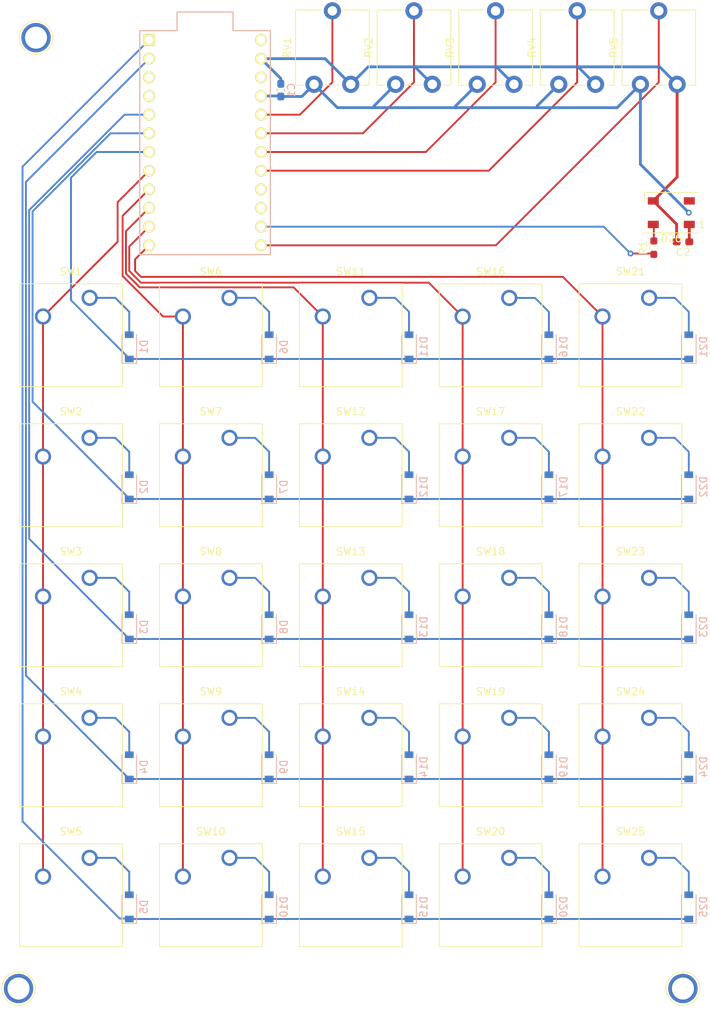
<source format=kicad_pcb>
(kicad_pcb (version 20171130) (host pcbnew "(5.1.8)-1")

  (general
    (thickness 1.6)
    (drawings 0)
    (tracks 198)
    (zones 0)
    (modules 63)
    (nets 52)
  )

  (page A4)
  (layers
    (0 F.Cu signal)
    (31 B.Cu signal)
    (32 B.Adhes user)
    (33 F.Adhes user)
    (34 B.Paste user)
    (35 F.Paste user)
    (36 B.SilkS user)
    (37 F.SilkS user)
    (38 B.Mask user)
    (39 F.Mask user)
    (40 Dwgs.User user)
    (41 Cmts.User user)
    (42 Eco1.User user)
    (43 Eco2.User user)
    (44 Edge.Cuts user)
    (45 Margin user)
    (46 B.CrtYd user)
    (47 F.CrtYd user)
    (48 B.Fab user)
    (49 F.Fab user)
  )

  (setup
    (last_trace_width 0.254)
    (trace_clearance 0.2)
    (zone_clearance 0.508)
    (zone_45_only no)
    (trace_min 0.2)
    (via_size 0.8)
    (via_drill 0.4)
    (via_min_size 0.4)
    (via_min_drill 0.3)
    (uvia_size 0.3)
    (uvia_drill 0.1)
    (uvias_allowed no)
    (uvia_min_size 0.2)
    (uvia_min_drill 0.1)
    (edge_width 0.05)
    (segment_width 0.2)
    (pcb_text_width 0.3)
    (pcb_text_size 1.5 1.5)
    (mod_edge_width 0.12)
    (mod_text_size 1 1)
    (mod_text_width 0.15)
    (pad_size 1.524 1.524)
    (pad_drill 0.762)
    (pad_to_mask_clearance 0)
    (aux_axis_origin 0 0)
    (visible_elements FFFFFF7F)
    (pcbplotparams
      (layerselection 0x010fc_ffffffff)
      (usegerberextensions false)
      (usegerberattributes true)
      (usegerberadvancedattributes true)
      (creategerberjobfile true)
      (excludeedgelayer true)
      (linewidth 0.100000)
      (plotframeref false)
      (viasonmask false)
      (mode 1)
      (useauxorigin false)
      (hpglpennumber 1)
      (hpglpenspeed 20)
      (hpglpendiameter 15.000000)
      (psnegative false)
      (psa4output false)
      (plotreference true)
      (plotvalue true)
      (plotinvisibletext false)
      (padsonsilk false)
      (subtractmaskfromsilk false)
      (outputformat 1)
      (mirror false)
      (drillshape 1)
      (scaleselection 1)
      (outputdirectory ""))
  )

  (net 0 "")
  (net 1 GND)
  (net 2 +5V)
  (net 3 "Net-(D1-Pad2)")
  (net 4 ROW0)
  (net 5 "Net-(D2-Pad2)")
  (net 6 ROW1)
  (net 7 "Net-(D3-Pad2)")
  (net 8 ROW2)
  (net 9 "Net-(D4-Pad2)")
  (net 10 ROW3)
  (net 11 "Net-(D5-Pad2)")
  (net 12 ROW4)
  (net 13 "Net-(D6-Pad2)")
  (net 14 "Net-(D7-Pad2)")
  (net 15 "Net-(D8-Pad2)")
  (net 16 "Net-(D9-Pad2)")
  (net 17 "Net-(D10-Pad2)")
  (net 18 "Net-(D11-Pad2)")
  (net 19 "Net-(D12-Pad2)")
  (net 20 "Net-(D13-Pad2)")
  (net 21 "Net-(D14-Pad2)")
  (net 22 "Net-(D15-Pad2)")
  (net 23 "Net-(D16-Pad2)")
  (net 24 "Net-(D17-Pad2)")
  (net 25 "Net-(D18-Pad2)")
  (net 26 "Net-(D19-Pad2)")
  (net 27 "Net-(D20-Pad2)")
  (net 28 "Net-(D21-Pad2)")
  (net 29 "Net-(D22-Pad2)")
  (net 30 "Net-(D23-Pad2)")
  (net 31 "Net-(D24-Pad2)")
  (net 32 "Net-(D25-Pad2)")
  (net 33 "Net-(D26-Pad2)")
  (net 34 "Net-(D26-Pad4)")
  (net 35 LED_DATA)
  (net 36 POT0)
  (net 37 POT1)
  (net 38 POT2)
  (net 39 POT3)
  (net 40 POT4)
  (net 41 COL0)
  (net 42 COL1)
  (net 43 COL2)
  (net 44 COL3)
  (net 45 COL4)
  (net 46 "Net-(U1-Pad24)")
  (net 47 "Net-(U1-Pad22)")
  (net 48 "Net-(U1-Pad16)")
  (net 49 "Net-(U1-Pad15)")
  (net 50 "Net-(U1-Pad4)")
  (net 51 "Net-(U1-Pad3)")

  (net_class Default "This is the default net class."
    (clearance 0.2)
    (trace_width 0.254)
    (via_dia 0.8)
    (via_drill 0.4)
    (uvia_dia 0.3)
    (uvia_drill 0.1)
    (add_net COL0)
    (add_net COL1)
    (add_net COL2)
    (add_net COL3)
    (add_net COL4)
    (add_net LED_DATA)
    (add_net "Net-(D1-Pad2)")
    (add_net "Net-(D10-Pad2)")
    (add_net "Net-(D11-Pad2)")
    (add_net "Net-(D12-Pad2)")
    (add_net "Net-(D13-Pad2)")
    (add_net "Net-(D14-Pad2)")
    (add_net "Net-(D15-Pad2)")
    (add_net "Net-(D16-Pad2)")
    (add_net "Net-(D17-Pad2)")
    (add_net "Net-(D18-Pad2)")
    (add_net "Net-(D19-Pad2)")
    (add_net "Net-(D2-Pad2)")
    (add_net "Net-(D20-Pad2)")
    (add_net "Net-(D21-Pad2)")
    (add_net "Net-(D22-Pad2)")
    (add_net "Net-(D23-Pad2)")
    (add_net "Net-(D24-Pad2)")
    (add_net "Net-(D25-Pad2)")
    (add_net "Net-(D26-Pad2)")
    (add_net "Net-(D26-Pad4)")
    (add_net "Net-(D3-Pad2)")
    (add_net "Net-(D4-Pad2)")
    (add_net "Net-(D5-Pad2)")
    (add_net "Net-(D6-Pad2)")
    (add_net "Net-(D7-Pad2)")
    (add_net "Net-(D8-Pad2)")
    (add_net "Net-(D9-Pad2)")
    (add_net "Net-(U1-Pad15)")
    (add_net "Net-(U1-Pad16)")
    (add_net "Net-(U1-Pad22)")
    (add_net "Net-(U1-Pad24)")
    (add_net "Net-(U1-Pad3)")
    (add_net "Net-(U1-Pad4)")
    (add_net POT0)
    (add_net POT1)
    (add_net POT2)
    (add_net POT3)
    (add_net POT4)
    (add_net ROW0)
    (add_net ROW1)
    (add_net ROW2)
    (add_net ROW3)
    (add_net ROW4)
  )

  (net_class Power ""
    (clearance 0.2)
    (trace_width 0.381)
    (via_dia 0.8)
    (via_drill 0.4)
    (uvia_dia 0.3)
    (uvia_drill 0.1)
    (add_net +5V)
    (add_net GND)
  )

  (module TestPoint:TestPoint_Plated_Hole_D3.0mm (layer F.Cu) (tedit 5A0F774F) (tstamp 5FBAF423)
    (at 37.30625 48.41875)
    (descr "Plated Hole as test Point, diameter 3.0mm")
    (tags "test point plated hole")
    (attr virtual)
    (fp_text reference " " (at 0 -3.048 90) (layer F.SilkS)
      (effects (font (size 1 1) (thickness 0.15)))
    )
    (fp_text value TestPoint_Plated_Hole_D3.0mm (at 10.31875 7.9375) (layer F.Fab)
      (effects (font (size 1 1) (thickness 0.15)))
    )
    (fp_text user %R (at 0 -3.05) (layer F.Fab)
      (effects (font (size 1 1) (thickness 0.15)))
    )
    (fp_circle (center 0 0) (end 2.5 0) (layer F.CrtYd) (width 0.05))
    (fp_circle (center 0 0) (end 0 -2.286) (layer F.SilkS) (width 0.12))
    (pad 1 thru_hole circle (at 0 0) (size 4 4) (drill 3) (layers *.Cu *.Mask))
  )

  (module TestPoint:TestPoint_Plated_Hole_D3.0mm (layer F.Cu) (tedit 5A0F774F) (tstamp 5FBAF253)
    (at 125.4125 177.8)
    (descr "Plated Hole as test Point, diameter 3.0mm")
    (tags "test point plated hole")
    (attr virtual)
    (fp_text reference " " (at 0 -3.048) (layer F.SilkS)
      (effects (font (size 1 1) (thickness 0.15)))
    )
    (fp_text value TestPoint_Plated_Hole_D3.0mm (at -8.73125 3.96875) (layer F.Fab)
      (effects (font (size 1 1) (thickness 0.15)))
    )
    (fp_text user %R (at 0 -3.05) (layer F.Fab)
      (effects (font (size 1 1) (thickness 0.15)))
    )
    (fp_circle (center 0 0) (end 2.5 0) (layer F.CrtYd) (width 0.05))
    (fp_circle (center 0 0) (end 0 -2.286) (layer F.SilkS) (width 0.12))
    (pad 1 thru_hole circle (at 0 0) (size 4 4) (drill 3) (layers *.Cu *.Mask))
  )

  (module TestPoint:TestPoint_Plated_Hole_D3.0mm (layer F.Cu) (tedit 5A0F774F) (tstamp 5FBAF607)
    (at 34.925 177.8)
    (descr "Plated Hole as test Point, diameter 3.0mm")
    (tags "test point plated hole")
    (attr virtual)
    (fp_text reference " " (at 0 -3.048) (layer F.SilkS)
      (effects (font (size 1 1) (thickness 0.15)))
    )
    (fp_text value TestPoint_Plated_Hole_D3.0mm (at 14.2875 3.96875) (layer F.Fab)
      (effects (font (size 1 1) (thickness 0.15)))
    )
    (fp_text user %R (at 0 -3.05) (layer F.Fab)
      (effects (font (size 1 1) (thickness 0.15)))
    )
    (fp_circle (center 0 0) (end 2.5 0) (layer F.CrtYd) (width 0.05))
    (fp_circle (center 0 0) (end 0 -2.286) (layer F.SilkS) (width 0.12))
    (pad 1 thru_hole circle (at 0 0) (size 4 4) (drill 3) (layers *.Cu *.Mask))
  )

  (module Diode_SMD:D_SOD-123 (layer B.Cu) (tedit 58645DC7) (tstamp 5FB9F42A)
    (at 126.20625 166.6875 90)
    (descr SOD-123)
    (tags SOD-123)
    (path /5FBC1210)
    (attr smd)
    (fp_text reference D25 (at 0 2 90) (layer B.SilkS)
      (effects (font (size 1 1) (thickness 0.15)) (justify mirror))
    )
    (fp_text value 1N4148 (at 0 -2.1 90) (layer B.Fab)
      (effects (font (size 1 1) (thickness 0.15)) (justify mirror))
    )
    (fp_text user %R (at 0 2 90) (layer B.Fab)
      (effects (font (size 1 1) (thickness 0.15)) (justify mirror))
    )
    (fp_line (start -2.25 1) (end -2.25 -1) (layer B.SilkS) (width 0.12))
    (fp_line (start 0.25 0) (end 0.75 0) (layer B.Fab) (width 0.1))
    (fp_line (start 0.25 -0.4) (end -0.35 0) (layer B.Fab) (width 0.1))
    (fp_line (start 0.25 0.4) (end 0.25 -0.4) (layer B.Fab) (width 0.1))
    (fp_line (start -0.35 0) (end 0.25 0.4) (layer B.Fab) (width 0.1))
    (fp_line (start -0.35 0) (end -0.35 -0.55) (layer B.Fab) (width 0.1))
    (fp_line (start -0.35 0) (end -0.35 0.55) (layer B.Fab) (width 0.1))
    (fp_line (start -0.75 0) (end -0.35 0) (layer B.Fab) (width 0.1))
    (fp_line (start -1.4 -0.9) (end -1.4 0.9) (layer B.Fab) (width 0.1))
    (fp_line (start 1.4 -0.9) (end -1.4 -0.9) (layer B.Fab) (width 0.1))
    (fp_line (start 1.4 0.9) (end 1.4 -0.9) (layer B.Fab) (width 0.1))
    (fp_line (start -1.4 0.9) (end 1.4 0.9) (layer B.Fab) (width 0.1))
    (fp_line (start -2.35 1.15) (end 2.35 1.15) (layer B.CrtYd) (width 0.05))
    (fp_line (start 2.35 1.15) (end 2.35 -1.15) (layer B.CrtYd) (width 0.05))
    (fp_line (start 2.35 -1.15) (end -2.35 -1.15) (layer B.CrtYd) (width 0.05))
    (fp_line (start -2.35 1.15) (end -2.35 -1.15) (layer B.CrtYd) (width 0.05))
    (fp_line (start -2.25 -1) (end 1.65 -1) (layer B.SilkS) (width 0.12))
    (fp_line (start -2.25 1) (end 1.65 1) (layer B.SilkS) (width 0.12))
    (pad 2 smd rect (at 1.65 0 90) (size 0.9 1.2) (layers B.Cu B.Paste B.Mask)
      (net 32 "Net-(D25-Pad2)"))
    (pad 1 smd rect (at -1.65 0 90) (size 0.9 1.2) (layers B.Cu B.Paste B.Mask)
      (net 12 ROW4))
    (model ${KISYS3DMOD}/Diode_SMD.3dshapes/D_SOD-123.wrl
      (at (xyz 0 0 0))
      (scale (xyz 1 1 1))
      (rotate (xyz 0 0 0))
    )
  )

  (module Diode_SMD:D_SOD-123 (layer B.Cu) (tedit 58645DC7) (tstamp 5FB9F40B)
    (at 126.20625 147.6375 90)
    (descr SOD-123)
    (tags SOD-123)
    (path /5FBC05CE)
    (attr smd)
    (fp_text reference D24 (at 0 2 90) (layer B.SilkS)
      (effects (font (size 1 1) (thickness 0.15)) (justify mirror))
    )
    (fp_text value 1N4148 (at 0 -2.1 90) (layer B.Fab)
      (effects (font (size 1 1) (thickness 0.15)) (justify mirror))
    )
    (fp_text user %R (at 0 2 90) (layer B.Fab)
      (effects (font (size 1 1) (thickness 0.15)) (justify mirror))
    )
    (fp_line (start -2.25 1) (end -2.25 -1) (layer B.SilkS) (width 0.12))
    (fp_line (start 0.25 0) (end 0.75 0) (layer B.Fab) (width 0.1))
    (fp_line (start 0.25 -0.4) (end -0.35 0) (layer B.Fab) (width 0.1))
    (fp_line (start 0.25 0.4) (end 0.25 -0.4) (layer B.Fab) (width 0.1))
    (fp_line (start -0.35 0) (end 0.25 0.4) (layer B.Fab) (width 0.1))
    (fp_line (start -0.35 0) (end -0.35 -0.55) (layer B.Fab) (width 0.1))
    (fp_line (start -0.35 0) (end -0.35 0.55) (layer B.Fab) (width 0.1))
    (fp_line (start -0.75 0) (end -0.35 0) (layer B.Fab) (width 0.1))
    (fp_line (start -1.4 -0.9) (end -1.4 0.9) (layer B.Fab) (width 0.1))
    (fp_line (start 1.4 -0.9) (end -1.4 -0.9) (layer B.Fab) (width 0.1))
    (fp_line (start 1.4 0.9) (end 1.4 -0.9) (layer B.Fab) (width 0.1))
    (fp_line (start -1.4 0.9) (end 1.4 0.9) (layer B.Fab) (width 0.1))
    (fp_line (start -2.35 1.15) (end 2.35 1.15) (layer B.CrtYd) (width 0.05))
    (fp_line (start 2.35 1.15) (end 2.35 -1.15) (layer B.CrtYd) (width 0.05))
    (fp_line (start 2.35 -1.15) (end -2.35 -1.15) (layer B.CrtYd) (width 0.05))
    (fp_line (start -2.35 1.15) (end -2.35 -1.15) (layer B.CrtYd) (width 0.05))
    (fp_line (start -2.25 -1) (end 1.65 -1) (layer B.SilkS) (width 0.12))
    (fp_line (start -2.25 1) (end 1.65 1) (layer B.SilkS) (width 0.12))
    (pad 2 smd rect (at 1.65 0 90) (size 0.9 1.2) (layers B.Cu B.Paste B.Mask)
      (net 31 "Net-(D24-Pad2)"))
    (pad 1 smd rect (at -1.65 0 90) (size 0.9 1.2) (layers B.Cu B.Paste B.Mask)
      (net 10 ROW3))
    (model ${KISYS3DMOD}/Diode_SMD.3dshapes/D_SOD-123.wrl
      (at (xyz 0 0 0))
      (scale (xyz 1 1 1))
      (rotate (xyz 0 0 0))
    )
  )

  (module Diode_SMD:D_SOD-123 (layer B.Cu) (tedit 58645DC7) (tstamp 5FB9F3EC)
    (at 126.20625 128.5875 90)
    (descr SOD-123)
    (tags SOD-123)
    (path /5FBB948B)
    (attr smd)
    (fp_text reference D23 (at 0 2 90) (layer B.SilkS)
      (effects (font (size 1 1) (thickness 0.15)) (justify mirror))
    )
    (fp_text value 1N4148 (at 0 -2.1 90) (layer B.Fab)
      (effects (font (size 1 1) (thickness 0.15)) (justify mirror))
    )
    (fp_text user %R (at 0 2 90) (layer B.Fab)
      (effects (font (size 1 1) (thickness 0.15)) (justify mirror))
    )
    (fp_line (start -2.25 1) (end -2.25 -1) (layer B.SilkS) (width 0.12))
    (fp_line (start 0.25 0) (end 0.75 0) (layer B.Fab) (width 0.1))
    (fp_line (start 0.25 -0.4) (end -0.35 0) (layer B.Fab) (width 0.1))
    (fp_line (start 0.25 0.4) (end 0.25 -0.4) (layer B.Fab) (width 0.1))
    (fp_line (start -0.35 0) (end 0.25 0.4) (layer B.Fab) (width 0.1))
    (fp_line (start -0.35 0) (end -0.35 -0.55) (layer B.Fab) (width 0.1))
    (fp_line (start -0.35 0) (end -0.35 0.55) (layer B.Fab) (width 0.1))
    (fp_line (start -0.75 0) (end -0.35 0) (layer B.Fab) (width 0.1))
    (fp_line (start -1.4 -0.9) (end -1.4 0.9) (layer B.Fab) (width 0.1))
    (fp_line (start 1.4 -0.9) (end -1.4 -0.9) (layer B.Fab) (width 0.1))
    (fp_line (start 1.4 0.9) (end 1.4 -0.9) (layer B.Fab) (width 0.1))
    (fp_line (start -1.4 0.9) (end 1.4 0.9) (layer B.Fab) (width 0.1))
    (fp_line (start -2.35 1.15) (end 2.35 1.15) (layer B.CrtYd) (width 0.05))
    (fp_line (start 2.35 1.15) (end 2.35 -1.15) (layer B.CrtYd) (width 0.05))
    (fp_line (start 2.35 -1.15) (end -2.35 -1.15) (layer B.CrtYd) (width 0.05))
    (fp_line (start -2.35 1.15) (end -2.35 -1.15) (layer B.CrtYd) (width 0.05))
    (fp_line (start -2.25 -1) (end 1.65 -1) (layer B.SilkS) (width 0.12))
    (fp_line (start -2.25 1) (end 1.65 1) (layer B.SilkS) (width 0.12))
    (pad 2 smd rect (at 1.65 0 90) (size 0.9 1.2) (layers B.Cu B.Paste B.Mask)
      (net 30 "Net-(D23-Pad2)"))
    (pad 1 smd rect (at -1.65 0 90) (size 0.9 1.2) (layers B.Cu B.Paste B.Mask)
      (net 8 ROW2))
    (model ${KISYS3DMOD}/Diode_SMD.3dshapes/D_SOD-123.wrl
      (at (xyz 0 0 0))
      (scale (xyz 1 1 1))
      (rotate (xyz 0 0 0))
    )
  )

  (module Diode_SMD:D_SOD-123 (layer B.Cu) (tedit 58645DC7) (tstamp 5FB9F3CD)
    (at 126.20625 109.5375 90)
    (descr SOD-123)
    (tags SOD-123)
    (path /5FBB8425)
    (attr smd)
    (fp_text reference D22 (at 0 2 90) (layer B.SilkS)
      (effects (font (size 1 1) (thickness 0.15)) (justify mirror))
    )
    (fp_text value 1N4148 (at 0 -2.1 90) (layer B.Fab)
      (effects (font (size 1 1) (thickness 0.15)) (justify mirror))
    )
    (fp_text user %R (at 0 2 90) (layer B.Fab)
      (effects (font (size 1 1) (thickness 0.15)) (justify mirror))
    )
    (fp_line (start -2.25 1) (end -2.25 -1) (layer B.SilkS) (width 0.12))
    (fp_line (start 0.25 0) (end 0.75 0) (layer B.Fab) (width 0.1))
    (fp_line (start 0.25 -0.4) (end -0.35 0) (layer B.Fab) (width 0.1))
    (fp_line (start 0.25 0.4) (end 0.25 -0.4) (layer B.Fab) (width 0.1))
    (fp_line (start -0.35 0) (end 0.25 0.4) (layer B.Fab) (width 0.1))
    (fp_line (start -0.35 0) (end -0.35 -0.55) (layer B.Fab) (width 0.1))
    (fp_line (start -0.35 0) (end -0.35 0.55) (layer B.Fab) (width 0.1))
    (fp_line (start -0.75 0) (end -0.35 0) (layer B.Fab) (width 0.1))
    (fp_line (start -1.4 -0.9) (end -1.4 0.9) (layer B.Fab) (width 0.1))
    (fp_line (start 1.4 -0.9) (end -1.4 -0.9) (layer B.Fab) (width 0.1))
    (fp_line (start 1.4 0.9) (end 1.4 -0.9) (layer B.Fab) (width 0.1))
    (fp_line (start -1.4 0.9) (end 1.4 0.9) (layer B.Fab) (width 0.1))
    (fp_line (start -2.35 1.15) (end 2.35 1.15) (layer B.CrtYd) (width 0.05))
    (fp_line (start 2.35 1.15) (end 2.35 -1.15) (layer B.CrtYd) (width 0.05))
    (fp_line (start 2.35 -1.15) (end -2.35 -1.15) (layer B.CrtYd) (width 0.05))
    (fp_line (start -2.35 1.15) (end -2.35 -1.15) (layer B.CrtYd) (width 0.05))
    (fp_line (start -2.25 -1) (end 1.65 -1) (layer B.SilkS) (width 0.12))
    (fp_line (start -2.25 1) (end 1.65 1) (layer B.SilkS) (width 0.12))
    (pad 2 smd rect (at 1.65 0 90) (size 0.9 1.2) (layers B.Cu B.Paste B.Mask)
      (net 29 "Net-(D22-Pad2)"))
    (pad 1 smd rect (at -1.65 0 90) (size 0.9 1.2) (layers B.Cu B.Paste B.Mask)
      (net 6 ROW1))
    (model ${KISYS3DMOD}/Diode_SMD.3dshapes/D_SOD-123.wrl
      (at (xyz 0 0 0))
      (scale (xyz 1 1 1))
      (rotate (xyz 0 0 0))
    )
  )

  (module Diode_SMD:D_SOD-123 (layer B.Cu) (tedit 58645DC7) (tstamp 5FB9F3AE)
    (at 126.20625 90.4875 90)
    (descr SOD-123)
    (tags SOD-123)
    (path /5FBC8D57)
    (attr smd)
    (fp_text reference D21 (at 0 2 90) (layer B.SilkS)
      (effects (font (size 1 1) (thickness 0.15)) (justify mirror))
    )
    (fp_text value 1N4148 (at 0 -2.1 90) (layer B.Fab)
      (effects (font (size 1 1) (thickness 0.15)) (justify mirror))
    )
    (fp_text user %R (at 0 2 90) (layer B.Fab)
      (effects (font (size 1 1) (thickness 0.15)) (justify mirror))
    )
    (fp_line (start -2.25 1) (end -2.25 -1) (layer B.SilkS) (width 0.12))
    (fp_line (start 0.25 0) (end 0.75 0) (layer B.Fab) (width 0.1))
    (fp_line (start 0.25 -0.4) (end -0.35 0) (layer B.Fab) (width 0.1))
    (fp_line (start 0.25 0.4) (end 0.25 -0.4) (layer B.Fab) (width 0.1))
    (fp_line (start -0.35 0) (end 0.25 0.4) (layer B.Fab) (width 0.1))
    (fp_line (start -0.35 0) (end -0.35 -0.55) (layer B.Fab) (width 0.1))
    (fp_line (start -0.35 0) (end -0.35 0.55) (layer B.Fab) (width 0.1))
    (fp_line (start -0.75 0) (end -0.35 0) (layer B.Fab) (width 0.1))
    (fp_line (start -1.4 -0.9) (end -1.4 0.9) (layer B.Fab) (width 0.1))
    (fp_line (start 1.4 -0.9) (end -1.4 -0.9) (layer B.Fab) (width 0.1))
    (fp_line (start 1.4 0.9) (end 1.4 -0.9) (layer B.Fab) (width 0.1))
    (fp_line (start -1.4 0.9) (end 1.4 0.9) (layer B.Fab) (width 0.1))
    (fp_line (start -2.35 1.15) (end 2.35 1.15) (layer B.CrtYd) (width 0.05))
    (fp_line (start 2.35 1.15) (end 2.35 -1.15) (layer B.CrtYd) (width 0.05))
    (fp_line (start 2.35 -1.15) (end -2.35 -1.15) (layer B.CrtYd) (width 0.05))
    (fp_line (start -2.35 1.15) (end -2.35 -1.15) (layer B.CrtYd) (width 0.05))
    (fp_line (start -2.25 -1) (end 1.65 -1) (layer B.SilkS) (width 0.12))
    (fp_line (start -2.25 1) (end 1.65 1) (layer B.SilkS) (width 0.12))
    (pad 2 smd rect (at 1.65 0 90) (size 0.9 1.2) (layers B.Cu B.Paste B.Mask)
      (net 28 "Net-(D21-Pad2)"))
    (pad 1 smd rect (at -1.65 0 90) (size 0.9 1.2) (layers B.Cu B.Paste B.Mask)
      (net 4 ROW0))
    (model ${KISYS3DMOD}/Diode_SMD.3dshapes/D_SOD-123.wrl
      (at (xyz 0 0 0))
      (scale (xyz 1 1 1))
      (rotate (xyz 0 0 0))
    )
  )

  (module Diode_SMD:D_SOD-123 (layer B.Cu) (tedit 58645DC7) (tstamp 5FB9F38F)
    (at 107.15625 166.6875 90)
    (descr SOD-123)
    (tags SOD-123)
    (path /5FBC2023)
    (attr smd)
    (fp_text reference D20 (at 0 2 90) (layer B.SilkS)
      (effects (font (size 1 1) (thickness 0.15)) (justify mirror))
    )
    (fp_text value 1N4148 (at 0 -2.1 90) (layer B.Fab)
      (effects (font (size 1 1) (thickness 0.15)) (justify mirror))
    )
    (fp_text user %R (at 0 2 90) (layer B.Fab)
      (effects (font (size 1 1) (thickness 0.15)) (justify mirror))
    )
    (fp_line (start -2.25 1) (end -2.25 -1) (layer B.SilkS) (width 0.12))
    (fp_line (start 0.25 0) (end 0.75 0) (layer B.Fab) (width 0.1))
    (fp_line (start 0.25 -0.4) (end -0.35 0) (layer B.Fab) (width 0.1))
    (fp_line (start 0.25 0.4) (end 0.25 -0.4) (layer B.Fab) (width 0.1))
    (fp_line (start -0.35 0) (end 0.25 0.4) (layer B.Fab) (width 0.1))
    (fp_line (start -0.35 0) (end -0.35 -0.55) (layer B.Fab) (width 0.1))
    (fp_line (start -0.35 0) (end -0.35 0.55) (layer B.Fab) (width 0.1))
    (fp_line (start -0.75 0) (end -0.35 0) (layer B.Fab) (width 0.1))
    (fp_line (start -1.4 -0.9) (end -1.4 0.9) (layer B.Fab) (width 0.1))
    (fp_line (start 1.4 -0.9) (end -1.4 -0.9) (layer B.Fab) (width 0.1))
    (fp_line (start 1.4 0.9) (end 1.4 -0.9) (layer B.Fab) (width 0.1))
    (fp_line (start -1.4 0.9) (end 1.4 0.9) (layer B.Fab) (width 0.1))
    (fp_line (start -2.35 1.15) (end 2.35 1.15) (layer B.CrtYd) (width 0.05))
    (fp_line (start 2.35 1.15) (end 2.35 -1.15) (layer B.CrtYd) (width 0.05))
    (fp_line (start 2.35 -1.15) (end -2.35 -1.15) (layer B.CrtYd) (width 0.05))
    (fp_line (start -2.35 1.15) (end -2.35 -1.15) (layer B.CrtYd) (width 0.05))
    (fp_line (start -2.25 -1) (end 1.65 -1) (layer B.SilkS) (width 0.12))
    (fp_line (start -2.25 1) (end 1.65 1) (layer B.SilkS) (width 0.12))
    (pad 2 smd rect (at 1.65 0 90) (size 0.9 1.2) (layers B.Cu B.Paste B.Mask)
      (net 27 "Net-(D20-Pad2)"))
    (pad 1 smd rect (at -1.65 0 90) (size 0.9 1.2) (layers B.Cu B.Paste B.Mask)
      (net 12 ROW4))
    (model ${KISYS3DMOD}/Diode_SMD.3dshapes/D_SOD-123.wrl
      (at (xyz 0 0 0))
      (scale (xyz 1 1 1))
      (rotate (xyz 0 0 0))
    )
  )

  (module Diode_SMD:D_SOD-123 (layer B.Cu) (tedit 58645DC7) (tstamp 5FB9F370)
    (at 107.15625 147.6375 90)
    (descr SOD-123)
    (tags SOD-123)
    (path /5FBBFC7C)
    (attr smd)
    (fp_text reference D19 (at 0 2 90) (layer B.SilkS)
      (effects (font (size 1 1) (thickness 0.15)) (justify mirror))
    )
    (fp_text value 1N4148 (at 0 -2.1 90) (layer B.Fab)
      (effects (font (size 1 1) (thickness 0.15)) (justify mirror))
    )
    (fp_text user %R (at 0 2 90) (layer B.Fab)
      (effects (font (size 1 1) (thickness 0.15)) (justify mirror))
    )
    (fp_line (start -2.25 1) (end -2.25 -1) (layer B.SilkS) (width 0.12))
    (fp_line (start 0.25 0) (end 0.75 0) (layer B.Fab) (width 0.1))
    (fp_line (start 0.25 -0.4) (end -0.35 0) (layer B.Fab) (width 0.1))
    (fp_line (start 0.25 0.4) (end 0.25 -0.4) (layer B.Fab) (width 0.1))
    (fp_line (start -0.35 0) (end 0.25 0.4) (layer B.Fab) (width 0.1))
    (fp_line (start -0.35 0) (end -0.35 -0.55) (layer B.Fab) (width 0.1))
    (fp_line (start -0.35 0) (end -0.35 0.55) (layer B.Fab) (width 0.1))
    (fp_line (start -0.75 0) (end -0.35 0) (layer B.Fab) (width 0.1))
    (fp_line (start -1.4 -0.9) (end -1.4 0.9) (layer B.Fab) (width 0.1))
    (fp_line (start 1.4 -0.9) (end -1.4 -0.9) (layer B.Fab) (width 0.1))
    (fp_line (start 1.4 0.9) (end 1.4 -0.9) (layer B.Fab) (width 0.1))
    (fp_line (start -1.4 0.9) (end 1.4 0.9) (layer B.Fab) (width 0.1))
    (fp_line (start -2.35 1.15) (end 2.35 1.15) (layer B.CrtYd) (width 0.05))
    (fp_line (start 2.35 1.15) (end 2.35 -1.15) (layer B.CrtYd) (width 0.05))
    (fp_line (start 2.35 -1.15) (end -2.35 -1.15) (layer B.CrtYd) (width 0.05))
    (fp_line (start -2.35 1.15) (end -2.35 -1.15) (layer B.CrtYd) (width 0.05))
    (fp_line (start -2.25 -1) (end 1.65 -1) (layer B.SilkS) (width 0.12))
    (fp_line (start -2.25 1) (end 1.65 1) (layer B.SilkS) (width 0.12))
    (pad 2 smd rect (at 1.65 0 90) (size 0.9 1.2) (layers B.Cu B.Paste B.Mask)
      (net 26 "Net-(D19-Pad2)"))
    (pad 1 smd rect (at -1.65 0 90) (size 0.9 1.2) (layers B.Cu B.Paste B.Mask)
      (net 10 ROW3))
    (model ${KISYS3DMOD}/Diode_SMD.3dshapes/D_SOD-123.wrl
      (at (xyz 0 0 0))
      (scale (xyz 1 1 1))
      (rotate (xyz 0 0 0))
    )
  )

  (module Diode_SMD:D_SOD-123 (layer B.Cu) (tedit 58645DC7) (tstamp 5FB9F351)
    (at 107.15625 128.5875 90)
    (descr SOD-123)
    (tags SOD-123)
    (path /5FBBA41B)
    (attr smd)
    (fp_text reference D18 (at 0 2 90) (layer B.SilkS)
      (effects (font (size 1 1) (thickness 0.15)) (justify mirror))
    )
    (fp_text value 1N4148 (at 0 -2.1 90) (layer B.Fab)
      (effects (font (size 1 1) (thickness 0.15)) (justify mirror))
    )
    (fp_text user %R (at 0 2 90) (layer B.Fab)
      (effects (font (size 1 1) (thickness 0.15)) (justify mirror))
    )
    (fp_line (start -2.25 1) (end -2.25 -1) (layer B.SilkS) (width 0.12))
    (fp_line (start 0.25 0) (end 0.75 0) (layer B.Fab) (width 0.1))
    (fp_line (start 0.25 -0.4) (end -0.35 0) (layer B.Fab) (width 0.1))
    (fp_line (start 0.25 0.4) (end 0.25 -0.4) (layer B.Fab) (width 0.1))
    (fp_line (start -0.35 0) (end 0.25 0.4) (layer B.Fab) (width 0.1))
    (fp_line (start -0.35 0) (end -0.35 -0.55) (layer B.Fab) (width 0.1))
    (fp_line (start -0.35 0) (end -0.35 0.55) (layer B.Fab) (width 0.1))
    (fp_line (start -0.75 0) (end -0.35 0) (layer B.Fab) (width 0.1))
    (fp_line (start -1.4 -0.9) (end -1.4 0.9) (layer B.Fab) (width 0.1))
    (fp_line (start 1.4 -0.9) (end -1.4 -0.9) (layer B.Fab) (width 0.1))
    (fp_line (start 1.4 0.9) (end 1.4 -0.9) (layer B.Fab) (width 0.1))
    (fp_line (start -1.4 0.9) (end 1.4 0.9) (layer B.Fab) (width 0.1))
    (fp_line (start -2.35 1.15) (end 2.35 1.15) (layer B.CrtYd) (width 0.05))
    (fp_line (start 2.35 1.15) (end 2.35 -1.15) (layer B.CrtYd) (width 0.05))
    (fp_line (start 2.35 -1.15) (end -2.35 -1.15) (layer B.CrtYd) (width 0.05))
    (fp_line (start -2.35 1.15) (end -2.35 -1.15) (layer B.CrtYd) (width 0.05))
    (fp_line (start -2.25 -1) (end 1.65 -1) (layer B.SilkS) (width 0.12))
    (fp_line (start -2.25 1) (end 1.65 1) (layer B.SilkS) (width 0.12))
    (pad 2 smd rect (at 1.65 0 90) (size 0.9 1.2) (layers B.Cu B.Paste B.Mask)
      (net 25 "Net-(D18-Pad2)"))
    (pad 1 smd rect (at -1.65 0 90) (size 0.9 1.2) (layers B.Cu B.Paste B.Mask)
      (net 8 ROW2))
    (model ${KISYS3DMOD}/Diode_SMD.3dshapes/D_SOD-123.wrl
      (at (xyz 0 0 0))
      (scale (xyz 1 1 1))
      (rotate (xyz 0 0 0))
    )
  )

  (module Diode_SMD:D_SOD-123 (layer B.Cu) (tedit 58645DC7) (tstamp 5FB9F332)
    (at 107.15625 109.5375 90)
    (descr SOD-123)
    (tags SOD-123)
    (path /5FBB7303)
    (attr smd)
    (fp_text reference D17 (at 0 2 90) (layer B.SilkS)
      (effects (font (size 1 1) (thickness 0.15)) (justify mirror))
    )
    (fp_text value 1N4148 (at 0 -2.1 90) (layer B.Fab)
      (effects (font (size 1 1) (thickness 0.15)) (justify mirror))
    )
    (fp_text user %R (at 0 2 90) (layer B.Fab)
      (effects (font (size 1 1) (thickness 0.15)) (justify mirror))
    )
    (fp_line (start -2.25 1) (end -2.25 -1) (layer B.SilkS) (width 0.12))
    (fp_line (start 0.25 0) (end 0.75 0) (layer B.Fab) (width 0.1))
    (fp_line (start 0.25 -0.4) (end -0.35 0) (layer B.Fab) (width 0.1))
    (fp_line (start 0.25 0.4) (end 0.25 -0.4) (layer B.Fab) (width 0.1))
    (fp_line (start -0.35 0) (end 0.25 0.4) (layer B.Fab) (width 0.1))
    (fp_line (start -0.35 0) (end -0.35 -0.55) (layer B.Fab) (width 0.1))
    (fp_line (start -0.35 0) (end -0.35 0.55) (layer B.Fab) (width 0.1))
    (fp_line (start -0.75 0) (end -0.35 0) (layer B.Fab) (width 0.1))
    (fp_line (start -1.4 -0.9) (end -1.4 0.9) (layer B.Fab) (width 0.1))
    (fp_line (start 1.4 -0.9) (end -1.4 -0.9) (layer B.Fab) (width 0.1))
    (fp_line (start 1.4 0.9) (end 1.4 -0.9) (layer B.Fab) (width 0.1))
    (fp_line (start -1.4 0.9) (end 1.4 0.9) (layer B.Fab) (width 0.1))
    (fp_line (start -2.35 1.15) (end 2.35 1.15) (layer B.CrtYd) (width 0.05))
    (fp_line (start 2.35 1.15) (end 2.35 -1.15) (layer B.CrtYd) (width 0.05))
    (fp_line (start 2.35 -1.15) (end -2.35 -1.15) (layer B.CrtYd) (width 0.05))
    (fp_line (start -2.35 1.15) (end -2.35 -1.15) (layer B.CrtYd) (width 0.05))
    (fp_line (start -2.25 -1) (end 1.65 -1) (layer B.SilkS) (width 0.12))
    (fp_line (start -2.25 1) (end 1.65 1) (layer B.SilkS) (width 0.12))
    (pad 2 smd rect (at 1.65 0 90) (size 0.9 1.2) (layers B.Cu B.Paste B.Mask)
      (net 24 "Net-(D17-Pad2)"))
    (pad 1 smd rect (at -1.65 0 90) (size 0.9 1.2) (layers B.Cu B.Paste B.Mask)
      (net 6 ROW1))
    (model ${KISYS3DMOD}/Diode_SMD.3dshapes/D_SOD-123.wrl
      (at (xyz 0 0 0))
      (scale (xyz 1 1 1))
      (rotate (xyz 0 0 0))
    )
  )

  (module Diode_SMD:D_SOD-123 (layer B.Cu) (tedit 58645DC7) (tstamp 5FB9F313)
    (at 107.15625 90.4875 90)
    (descr SOD-123)
    (tags SOD-123)
    (path /5FBC7EE7)
    (attr smd)
    (fp_text reference D16 (at 0 2 90) (layer B.SilkS)
      (effects (font (size 1 1) (thickness 0.15)) (justify mirror))
    )
    (fp_text value 1N4148 (at 0 -2.1 90) (layer B.Fab)
      (effects (font (size 1 1) (thickness 0.15)) (justify mirror))
    )
    (fp_text user %R (at 0 2 90) (layer B.Fab)
      (effects (font (size 1 1) (thickness 0.15)) (justify mirror))
    )
    (fp_line (start -2.25 1) (end -2.25 -1) (layer B.SilkS) (width 0.12))
    (fp_line (start 0.25 0) (end 0.75 0) (layer B.Fab) (width 0.1))
    (fp_line (start 0.25 -0.4) (end -0.35 0) (layer B.Fab) (width 0.1))
    (fp_line (start 0.25 0.4) (end 0.25 -0.4) (layer B.Fab) (width 0.1))
    (fp_line (start -0.35 0) (end 0.25 0.4) (layer B.Fab) (width 0.1))
    (fp_line (start -0.35 0) (end -0.35 -0.55) (layer B.Fab) (width 0.1))
    (fp_line (start -0.35 0) (end -0.35 0.55) (layer B.Fab) (width 0.1))
    (fp_line (start -0.75 0) (end -0.35 0) (layer B.Fab) (width 0.1))
    (fp_line (start -1.4 -0.9) (end -1.4 0.9) (layer B.Fab) (width 0.1))
    (fp_line (start 1.4 -0.9) (end -1.4 -0.9) (layer B.Fab) (width 0.1))
    (fp_line (start 1.4 0.9) (end 1.4 -0.9) (layer B.Fab) (width 0.1))
    (fp_line (start -1.4 0.9) (end 1.4 0.9) (layer B.Fab) (width 0.1))
    (fp_line (start -2.35 1.15) (end 2.35 1.15) (layer B.CrtYd) (width 0.05))
    (fp_line (start 2.35 1.15) (end 2.35 -1.15) (layer B.CrtYd) (width 0.05))
    (fp_line (start 2.35 -1.15) (end -2.35 -1.15) (layer B.CrtYd) (width 0.05))
    (fp_line (start -2.35 1.15) (end -2.35 -1.15) (layer B.CrtYd) (width 0.05))
    (fp_line (start -2.25 -1) (end 1.65 -1) (layer B.SilkS) (width 0.12))
    (fp_line (start -2.25 1) (end 1.65 1) (layer B.SilkS) (width 0.12))
    (pad 2 smd rect (at 1.65 0 90) (size 0.9 1.2) (layers B.Cu B.Paste B.Mask)
      (net 23 "Net-(D16-Pad2)"))
    (pad 1 smd rect (at -1.65 0 90) (size 0.9 1.2) (layers B.Cu B.Paste B.Mask)
      (net 4 ROW0))
    (model ${KISYS3DMOD}/Diode_SMD.3dshapes/D_SOD-123.wrl
      (at (xyz 0 0 0))
      (scale (xyz 1 1 1))
      (rotate (xyz 0 0 0))
    )
  )

  (module Diode_SMD:D_SOD-123 (layer B.Cu) (tedit 58645DC7) (tstamp 5FB9F2F4)
    (at 88.10625 166.6875 90)
    (descr SOD-123)
    (tags SOD-123)
    (path /5FBC2C91)
    (attr smd)
    (fp_text reference D15 (at 0 2 90) (layer B.SilkS)
      (effects (font (size 1 1) (thickness 0.15)) (justify mirror))
    )
    (fp_text value 1N4148 (at 0 -2.1 90) (layer B.Fab)
      (effects (font (size 1 1) (thickness 0.15)) (justify mirror))
    )
    (fp_text user %R (at 0 2 90) (layer B.Fab)
      (effects (font (size 1 1) (thickness 0.15)) (justify mirror))
    )
    (fp_line (start -2.25 1) (end -2.25 -1) (layer B.SilkS) (width 0.12))
    (fp_line (start 0.25 0) (end 0.75 0) (layer B.Fab) (width 0.1))
    (fp_line (start 0.25 -0.4) (end -0.35 0) (layer B.Fab) (width 0.1))
    (fp_line (start 0.25 0.4) (end 0.25 -0.4) (layer B.Fab) (width 0.1))
    (fp_line (start -0.35 0) (end 0.25 0.4) (layer B.Fab) (width 0.1))
    (fp_line (start -0.35 0) (end -0.35 -0.55) (layer B.Fab) (width 0.1))
    (fp_line (start -0.35 0) (end -0.35 0.55) (layer B.Fab) (width 0.1))
    (fp_line (start -0.75 0) (end -0.35 0) (layer B.Fab) (width 0.1))
    (fp_line (start -1.4 -0.9) (end -1.4 0.9) (layer B.Fab) (width 0.1))
    (fp_line (start 1.4 -0.9) (end -1.4 -0.9) (layer B.Fab) (width 0.1))
    (fp_line (start 1.4 0.9) (end 1.4 -0.9) (layer B.Fab) (width 0.1))
    (fp_line (start -1.4 0.9) (end 1.4 0.9) (layer B.Fab) (width 0.1))
    (fp_line (start -2.35 1.15) (end 2.35 1.15) (layer B.CrtYd) (width 0.05))
    (fp_line (start 2.35 1.15) (end 2.35 -1.15) (layer B.CrtYd) (width 0.05))
    (fp_line (start 2.35 -1.15) (end -2.35 -1.15) (layer B.CrtYd) (width 0.05))
    (fp_line (start -2.35 1.15) (end -2.35 -1.15) (layer B.CrtYd) (width 0.05))
    (fp_line (start -2.25 -1) (end 1.65 -1) (layer B.SilkS) (width 0.12))
    (fp_line (start -2.25 1) (end 1.65 1) (layer B.SilkS) (width 0.12))
    (pad 2 smd rect (at 1.65 0 90) (size 0.9 1.2) (layers B.Cu B.Paste B.Mask)
      (net 22 "Net-(D15-Pad2)"))
    (pad 1 smd rect (at -1.65 0 90) (size 0.9 1.2) (layers B.Cu B.Paste B.Mask)
      (net 12 ROW4))
    (model ${KISYS3DMOD}/Diode_SMD.3dshapes/D_SOD-123.wrl
      (at (xyz 0 0 0))
      (scale (xyz 1 1 1))
      (rotate (xyz 0 0 0))
    )
  )

  (module Diode_SMD:D_SOD-123 (layer B.Cu) (tedit 58645DC7) (tstamp 5FB9F2D5)
    (at 88.10625 147.6375 90)
    (descr SOD-123)
    (tags SOD-123)
    (path /5FBBF1D1)
    (attr smd)
    (fp_text reference D14 (at 0 2 90) (layer B.SilkS)
      (effects (font (size 1 1) (thickness 0.15)) (justify mirror))
    )
    (fp_text value 1N4148 (at 0 -2.1 90) (layer B.Fab)
      (effects (font (size 1 1) (thickness 0.15)) (justify mirror))
    )
    (fp_text user %R (at 0 2 90) (layer B.Fab)
      (effects (font (size 1 1) (thickness 0.15)) (justify mirror))
    )
    (fp_line (start -2.25 1) (end -2.25 -1) (layer B.SilkS) (width 0.12))
    (fp_line (start 0.25 0) (end 0.75 0) (layer B.Fab) (width 0.1))
    (fp_line (start 0.25 -0.4) (end -0.35 0) (layer B.Fab) (width 0.1))
    (fp_line (start 0.25 0.4) (end 0.25 -0.4) (layer B.Fab) (width 0.1))
    (fp_line (start -0.35 0) (end 0.25 0.4) (layer B.Fab) (width 0.1))
    (fp_line (start -0.35 0) (end -0.35 -0.55) (layer B.Fab) (width 0.1))
    (fp_line (start -0.35 0) (end -0.35 0.55) (layer B.Fab) (width 0.1))
    (fp_line (start -0.75 0) (end -0.35 0) (layer B.Fab) (width 0.1))
    (fp_line (start -1.4 -0.9) (end -1.4 0.9) (layer B.Fab) (width 0.1))
    (fp_line (start 1.4 -0.9) (end -1.4 -0.9) (layer B.Fab) (width 0.1))
    (fp_line (start 1.4 0.9) (end 1.4 -0.9) (layer B.Fab) (width 0.1))
    (fp_line (start -1.4 0.9) (end 1.4 0.9) (layer B.Fab) (width 0.1))
    (fp_line (start -2.35 1.15) (end 2.35 1.15) (layer B.CrtYd) (width 0.05))
    (fp_line (start 2.35 1.15) (end 2.35 -1.15) (layer B.CrtYd) (width 0.05))
    (fp_line (start 2.35 -1.15) (end -2.35 -1.15) (layer B.CrtYd) (width 0.05))
    (fp_line (start -2.35 1.15) (end -2.35 -1.15) (layer B.CrtYd) (width 0.05))
    (fp_line (start -2.25 -1) (end 1.65 -1) (layer B.SilkS) (width 0.12))
    (fp_line (start -2.25 1) (end 1.65 1) (layer B.SilkS) (width 0.12))
    (pad 2 smd rect (at 1.65 0 90) (size 0.9 1.2) (layers B.Cu B.Paste B.Mask)
      (net 21 "Net-(D14-Pad2)"))
    (pad 1 smd rect (at -1.65 0 90) (size 0.9 1.2) (layers B.Cu B.Paste B.Mask)
      (net 10 ROW3))
    (model ${KISYS3DMOD}/Diode_SMD.3dshapes/D_SOD-123.wrl
      (at (xyz 0 0 0))
      (scale (xyz 1 1 1))
      (rotate (xyz 0 0 0))
    )
  )

  (module Diode_SMD:D_SOD-123 (layer B.Cu) (tedit 58645DC7) (tstamp 5FB9F2B6)
    (at 88.10625 128.5875 90)
    (descr SOD-123)
    (tags SOD-123)
    (path /5FBBB1AE)
    (attr smd)
    (fp_text reference D13 (at 0 2 90) (layer B.SilkS)
      (effects (font (size 1 1) (thickness 0.15)) (justify mirror))
    )
    (fp_text value 1N4148 (at 0 -2.1 90) (layer B.Fab)
      (effects (font (size 1 1) (thickness 0.15)) (justify mirror))
    )
    (fp_text user %R (at 0 2 90) (layer B.Fab)
      (effects (font (size 1 1) (thickness 0.15)) (justify mirror))
    )
    (fp_line (start -2.25 1) (end -2.25 -1) (layer B.SilkS) (width 0.12))
    (fp_line (start 0.25 0) (end 0.75 0) (layer B.Fab) (width 0.1))
    (fp_line (start 0.25 -0.4) (end -0.35 0) (layer B.Fab) (width 0.1))
    (fp_line (start 0.25 0.4) (end 0.25 -0.4) (layer B.Fab) (width 0.1))
    (fp_line (start -0.35 0) (end 0.25 0.4) (layer B.Fab) (width 0.1))
    (fp_line (start -0.35 0) (end -0.35 -0.55) (layer B.Fab) (width 0.1))
    (fp_line (start -0.35 0) (end -0.35 0.55) (layer B.Fab) (width 0.1))
    (fp_line (start -0.75 0) (end -0.35 0) (layer B.Fab) (width 0.1))
    (fp_line (start -1.4 -0.9) (end -1.4 0.9) (layer B.Fab) (width 0.1))
    (fp_line (start 1.4 -0.9) (end -1.4 -0.9) (layer B.Fab) (width 0.1))
    (fp_line (start 1.4 0.9) (end 1.4 -0.9) (layer B.Fab) (width 0.1))
    (fp_line (start -1.4 0.9) (end 1.4 0.9) (layer B.Fab) (width 0.1))
    (fp_line (start -2.35 1.15) (end 2.35 1.15) (layer B.CrtYd) (width 0.05))
    (fp_line (start 2.35 1.15) (end 2.35 -1.15) (layer B.CrtYd) (width 0.05))
    (fp_line (start 2.35 -1.15) (end -2.35 -1.15) (layer B.CrtYd) (width 0.05))
    (fp_line (start -2.35 1.15) (end -2.35 -1.15) (layer B.CrtYd) (width 0.05))
    (fp_line (start -2.25 -1) (end 1.65 -1) (layer B.SilkS) (width 0.12))
    (fp_line (start -2.25 1) (end 1.65 1) (layer B.SilkS) (width 0.12))
    (pad 2 smd rect (at 1.65 0 90) (size 0.9 1.2) (layers B.Cu B.Paste B.Mask)
      (net 20 "Net-(D13-Pad2)"))
    (pad 1 smd rect (at -1.65 0 90) (size 0.9 1.2) (layers B.Cu B.Paste B.Mask)
      (net 8 ROW2))
    (model ${KISYS3DMOD}/Diode_SMD.3dshapes/D_SOD-123.wrl
      (at (xyz 0 0 0))
      (scale (xyz 1 1 1))
      (rotate (xyz 0 0 0))
    )
  )

  (module Diode_SMD:D_SOD-123 (layer B.Cu) (tedit 58645DC7) (tstamp 5FB9F297)
    (at 88.10625 109.5375 90)
    (descr SOD-123)
    (tags SOD-123)
    (path /5FBB671D)
    (attr smd)
    (fp_text reference D12 (at 0 2 90) (layer B.SilkS)
      (effects (font (size 1 1) (thickness 0.15)) (justify mirror))
    )
    (fp_text value 1N4148 (at 0 -2.1 90) (layer B.Fab)
      (effects (font (size 1 1) (thickness 0.15)) (justify mirror))
    )
    (fp_text user %R (at 0 2 90) (layer B.Fab)
      (effects (font (size 1 1) (thickness 0.15)) (justify mirror))
    )
    (fp_line (start -2.25 1) (end -2.25 -1) (layer B.SilkS) (width 0.12))
    (fp_line (start 0.25 0) (end 0.75 0) (layer B.Fab) (width 0.1))
    (fp_line (start 0.25 -0.4) (end -0.35 0) (layer B.Fab) (width 0.1))
    (fp_line (start 0.25 0.4) (end 0.25 -0.4) (layer B.Fab) (width 0.1))
    (fp_line (start -0.35 0) (end 0.25 0.4) (layer B.Fab) (width 0.1))
    (fp_line (start -0.35 0) (end -0.35 -0.55) (layer B.Fab) (width 0.1))
    (fp_line (start -0.35 0) (end -0.35 0.55) (layer B.Fab) (width 0.1))
    (fp_line (start -0.75 0) (end -0.35 0) (layer B.Fab) (width 0.1))
    (fp_line (start -1.4 -0.9) (end -1.4 0.9) (layer B.Fab) (width 0.1))
    (fp_line (start 1.4 -0.9) (end -1.4 -0.9) (layer B.Fab) (width 0.1))
    (fp_line (start 1.4 0.9) (end 1.4 -0.9) (layer B.Fab) (width 0.1))
    (fp_line (start -1.4 0.9) (end 1.4 0.9) (layer B.Fab) (width 0.1))
    (fp_line (start -2.35 1.15) (end 2.35 1.15) (layer B.CrtYd) (width 0.05))
    (fp_line (start 2.35 1.15) (end 2.35 -1.15) (layer B.CrtYd) (width 0.05))
    (fp_line (start 2.35 -1.15) (end -2.35 -1.15) (layer B.CrtYd) (width 0.05))
    (fp_line (start -2.35 1.15) (end -2.35 -1.15) (layer B.CrtYd) (width 0.05))
    (fp_line (start -2.25 -1) (end 1.65 -1) (layer B.SilkS) (width 0.12))
    (fp_line (start -2.25 1) (end 1.65 1) (layer B.SilkS) (width 0.12))
    (pad 2 smd rect (at 1.65 0 90) (size 0.9 1.2) (layers B.Cu B.Paste B.Mask)
      (net 19 "Net-(D12-Pad2)"))
    (pad 1 smd rect (at -1.65 0 90) (size 0.9 1.2) (layers B.Cu B.Paste B.Mask)
      (net 6 ROW1))
    (model ${KISYS3DMOD}/Diode_SMD.3dshapes/D_SOD-123.wrl
      (at (xyz 0 0 0))
      (scale (xyz 1 1 1))
      (rotate (xyz 0 0 0))
    )
  )

  (module Diode_SMD:D_SOD-123 (layer B.Cu) (tedit 58645DC7) (tstamp 5FB9F278)
    (at 88.10625 90.4875 90)
    (descr SOD-123)
    (tags SOD-123)
    (path /5FBC73E4)
    (attr smd)
    (fp_text reference D11 (at 0 2 90) (layer B.SilkS)
      (effects (font (size 1 1) (thickness 0.15)) (justify mirror))
    )
    (fp_text value 1N4148 (at 0 -2.1 90) (layer B.Fab)
      (effects (font (size 1 1) (thickness 0.15)) (justify mirror))
    )
    (fp_text user %R (at 0 2 90) (layer B.Fab)
      (effects (font (size 1 1) (thickness 0.15)) (justify mirror))
    )
    (fp_line (start -2.25 1) (end -2.25 -1) (layer B.SilkS) (width 0.12))
    (fp_line (start 0.25 0) (end 0.75 0) (layer B.Fab) (width 0.1))
    (fp_line (start 0.25 -0.4) (end -0.35 0) (layer B.Fab) (width 0.1))
    (fp_line (start 0.25 0.4) (end 0.25 -0.4) (layer B.Fab) (width 0.1))
    (fp_line (start -0.35 0) (end 0.25 0.4) (layer B.Fab) (width 0.1))
    (fp_line (start -0.35 0) (end -0.35 -0.55) (layer B.Fab) (width 0.1))
    (fp_line (start -0.35 0) (end -0.35 0.55) (layer B.Fab) (width 0.1))
    (fp_line (start -0.75 0) (end -0.35 0) (layer B.Fab) (width 0.1))
    (fp_line (start -1.4 -0.9) (end -1.4 0.9) (layer B.Fab) (width 0.1))
    (fp_line (start 1.4 -0.9) (end -1.4 -0.9) (layer B.Fab) (width 0.1))
    (fp_line (start 1.4 0.9) (end 1.4 -0.9) (layer B.Fab) (width 0.1))
    (fp_line (start -1.4 0.9) (end 1.4 0.9) (layer B.Fab) (width 0.1))
    (fp_line (start -2.35 1.15) (end 2.35 1.15) (layer B.CrtYd) (width 0.05))
    (fp_line (start 2.35 1.15) (end 2.35 -1.15) (layer B.CrtYd) (width 0.05))
    (fp_line (start 2.35 -1.15) (end -2.35 -1.15) (layer B.CrtYd) (width 0.05))
    (fp_line (start -2.35 1.15) (end -2.35 -1.15) (layer B.CrtYd) (width 0.05))
    (fp_line (start -2.25 -1) (end 1.65 -1) (layer B.SilkS) (width 0.12))
    (fp_line (start -2.25 1) (end 1.65 1) (layer B.SilkS) (width 0.12))
    (pad 2 smd rect (at 1.65 0 90) (size 0.9 1.2) (layers B.Cu B.Paste B.Mask)
      (net 18 "Net-(D11-Pad2)"))
    (pad 1 smd rect (at -1.65 0 90) (size 0.9 1.2) (layers B.Cu B.Paste B.Mask)
      (net 4 ROW0))
    (model ${KISYS3DMOD}/Diode_SMD.3dshapes/D_SOD-123.wrl
      (at (xyz 0 0 0))
      (scale (xyz 1 1 1))
      (rotate (xyz 0 0 0))
    )
  )

  (module Diode_SMD:D_SOD-123 (layer B.Cu) (tedit 58645DC7) (tstamp 5FB9F259)
    (at 69.05625 166.6875 90)
    (descr SOD-123)
    (tags SOD-123)
    (path /5FBC3B68)
    (attr smd)
    (fp_text reference D10 (at 0 2 90) (layer B.SilkS)
      (effects (font (size 1 1) (thickness 0.15)) (justify mirror))
    )
    (fp_text value 1N4148 (at 0 -2.1 90) (layer B.Fab)
      (effects (font (size 1 1) (thickness 0.15)) (justify mirror))
    )
    (fp_text user %R (at 0 2 90) (layer B.Fab)
      (effects (font (size 1 1) (thickness 0.15)) (justify mirror))
    )
    (fp_line (start -2.25 1) (end -2.25 -1) (layer B.SilkS) (width 0.12))
    (fp_line (start 0.25 0) (end 0.75 0) (layer B.Fab) (width 0.1))
    (fp_line (start 0.25 -0.4) (end -0.35 0) (layer B.Fab) (width 0.1))
    (fp_line (start 0.25 0.4) (end 0.25 -0.4) (layer B.Fab) (width 0.1))
    (fp_line (start -0.35 0) (end 0.25 0.4) (layer B.Fab) (width 0.1))
    (fp_line (start -0.35 0) (end -0.35 -0.55) (layer B.Fab) (width 0.1))
    (fp_line (start -0.35 0) (end -0.35 0.55) (layer B.Fab) (width 0.1))
    (fp_line (start -0.75 0) (end -0.35 0) (layer B.Fab) (width 0.1))
    (fp_line (start -1.4 -0.9) (end -1.4 0.9) (layer B.Fab) (width 0.1))
    (fp_line (start 1.4 -0.9) (end -1.4 -0.9) (layer B.Fab) (width 0.1))
    (fp_line (start 1.4 0.9) (end 1.4 -0.9) (layer B.Fab) (width 0.1))
    (fp_line (start -1.4 0.9) (end 1.4 0.9) (layer B.Fab) (width 0.1))
    (fp_line (start -2.35 1.15) (end 2.35 1.15) (layer B.CrtYd) (width 0.05))
    (fp_line (start 2.35 1.15) (end 2.35 -1.15) (layer B.CrtYd) (width 0.05))
    (fp_line (start 2.35 -1.15) (end -2.35 -1.15) (layer B.CrtYd) (width 0.05))
    (fp_line (start -2.35 1.15) (end -2.35 -1.15) (layer B.CrtYd) (width 0.05))
    (fp_line (start -2.25 -1) (end 1.65 -1) (layer B.SilkS) (width 0.12))
    (fp_line (start -2.25 1) (end 1.65 1) (layer B.SilkS) (width 0.12))
    (pad 2 smd rect (at 1.65 0 90) (size 0.9 1.2) (layers B.Cu B.Paste B.Mask)
      (net 17 "Net-(D10-Pad2)"))
    (pad 1 smd rect (at -1.65 0 90) (size 0.9 1.2) (layers B.Cu B.Paste B.Mask)
      (net 12 ROW4))
    (model ${KISYS3DMOD}/Diode_SMD.3dshapes/D_SOD-123.wrl
      (at (xyz 0 0 0))
      (scale (xyz 1 1 1))
      (rotate (xyz 0 0 0))
    )
  )

  (module Diode_SMD:D_SOD-123 (layer B.Cu) (tedit 58645DC7) (tstamp 5FB9F23A)
    (at 69.05625 147.6375 90)
    (descr SOD-123)
    (tags SOD-123)
    (path /5FBBE6A8)
    (attr smd)
    (fp_text reference D9 (at 0 2 90) (layer B.SilkS)
      (effects (font (size 1 1) (thickness 0.15)) (justify mirror))
    )
    (fp_text value 1N4148 (at 0 -2.1 90) (layer B.Fab)
      (effects (font (size 1 1) (thickness 0.15)) (justify mirror))
    )
    (fp_text user %R (at 0 2 90) (layer B.Fab)
      (effects (font (size 1 1) (thickness 0.15)) (justify mirror))
    )
    (fp_line (start -2.25 1) (end -2.25 -1) (layer B.SilkS) (width 0.12))
    (fp_line (start 0.25 0) (end 0.75 0) (layer B.Fab) (width 0.1))
    (fp_line (start 0.25 -0.4) (end -0.35 0) (layer B.Fab) (width 0.1))
    (fp_line (start 0.25 0.4) (end 0.25 -0.4) (layer B.Fab) (width 0.1))
    (fp_line (start -0.35 0) (end 0.25 0.4) (layer B.Fab) (width 0.1))
    (fp_line (start -0.35 0) (end -0.35 -0.55) (layer B.Fab) (width 0.1))
    (fp_line (start -0.35 0) (end -0.35 0.55) (layer B.Fab) (width 0.1))
    (fp_line (start -0.75 0) (end -0.35 0) (layer B.Fab) (width 0.1))
    (fp_line (start -1.4 -0.9) (end -1.4 0.9) (layer B.Fab) (width 0.1))
    (fp_line (start 1.4 -0.9) (end -1.4 -0.9) (layer B.Fab) (width 0.1))
    (fp_line (start 1.4 0.9) (end 1.4 -0.9) (layer B.Fab) (width 0.1))
    (fp_line (start -1.4 0.9) (end 1.4 0.9) (layer B.Fab) (width 0.1))
    (fp_line (start -2.35 1.15) (end 2.35 1.15) (layer B.CrtYd) (width 0.05))
    (fp_line (start 2.35 1.15) (end 2.35 -1.15) (layer B.CrtYd) (width 0.05))
    (fp_line (start 2.35 -1.15) (end -2.35 -1.15) (layer B.CrtYd) (width 0.05))
    (fp_line (start -2.35 1.15) (end -2.35 -1.15) (layer B.CrtYd) (width 0.05))
    (fp_line (start -2.25 -1) (end 1.65 -1) (layer B.SilkS) (width 0.12))
    (fp_line (start -2.25 1) (end 1.65 1) (layer B.SilkS) (width 0.12))
    (pad 2 smd rect (at 1.65 0 90) (size 0.9 1.2) (layers B.Cu B.Paste B.Mask)
      (net 16 "Net-(D9-Pad2)"))
    (pad 1 smd rect (at -1.65 0 90) (size 0.9 1.2) (layers B.Cu B.Paste B.Mask)
      (net 10 ROW3))
    (model ${KISYS3DMOD}/Diode_SMD.3dshapes/D_SOD-123.wrl
      (at (xyz 0 0 0))
      (scale (xyz 1 1 1))
      (rotate (xyz 0 0 0))
    )
  )

  (module Diode_SMD:D_SOD-123 (layer B.Cu) (tedit 58645DC7) (tstamp 5FB9F21B)
    (at 69.05625 128.5875 90)
    (descr SOD-123)
    (tags SOD-123)
    (path /5FBBBD70)
    (attr smd)
    (fp_text reference D8 (at 0 2 90) (layer B.SilkS)
      (effects (font (size 1 1) (thickness 0.15)) (justify mirror))
    )
    (fp_text value 1N4148 (at 0 -2.1 90) (layer B.Fab)
      (effects (font (size 1 1) (thickness 0.15)) (justify mirror))
    )
    (fp_text user %R (at 0 2 90) (layer B.Fab)
      (effects (font (size 1 1) (thickness 0.15)) (justify mirror))
    )
    (fp_line (start -2.25 1) (end -2.25 -1) (layer B.SilkS) (width 0.12))
    (fp_line (start 0.25 0) (end 0.75 0) (layer B.Fab) (width 0.1))
    (fp_line (start 0.25 -0.4) (end -0.35 0) (layer B.Fab) (width 0.1))
    (fp_line (start 0.25 0.4) (end 0.25 -0.4) (layer B.Fab) (width 0.1))
    (fp_line (start -0.35 0) (end 0.25 0.4) (layer B.Fab) (width 0.1))
    (fp_line (start -0.35 0) (end -0.35 -0.55) (layer B.Fab) (width 0.1))
    (fp_line (start -0.35 0) (end -0.35 0.55) (layer B.Fab) (width 0.1))
    (fp_line (start -0.75 0) (end -0.35 0) (layer B.Fab) (width 0.1))
    (fp_line (start -1.4 -0.9) (end -1.4 0.9) (layer B.Fab) (width 0.1))
    (fp_line (start 1.4 -0.9) (end -1.4 -0.9) (layer B.Fab) (width 0.1))
    (fp_line (start 1.4 0.9) (end 1.4 -0.9) (layer B.Fab) (width 0.1))
    (fp_line (start -1.4 0.9) (end 1.4 0.9) (layer B.Fab) (width 0.1))
    (fp_line (start -2.35 1.15) (end 2.35 1.15) (layer B.CrtYd) (width 0.05))
    (fp_line (start 2.35 1.15) (end 2.35 -1.15) (layer B.CrtYd) (width 0.05))
    (fp_line (start 2.35 -1.15) (end -2.35 -1.15) (layer B.CrtYd) (width 0.05))
    (fp_line (start -2.35 1.15) (end -2.35 -1.15) (layer B.CrtYd) (width 0.05))
    (fp_line (start -2.25 -1) (end 1.65 -1) (layer B.SilkS) (width 0.12))
    (fp_line (start -2.25 1) (end 1.65 1) (layer B.SilkS) (width 0.12))
    (pad 2 smd rect (at 1.65 0 90) (size 0.9 1.2) (layers B.Cu B.Paste B.Mask)
      (net 15 "Net-(D8-Pad2)"))
    (pad 1 smd rect (at -1.65 0 90) (size 0.9 1.2) (layers B.Cu B.Paste B.Mask)
      (net 8 ROW2))
    (model ${KISYS3DMOD}/Diode_SMD.3dshapes/D_SOD-123.wrl
      (at (xyz 0 0 0))
      (scale (xyz 1 1 1))
      (rotate (xyz 0 0 0))
    )
  )

  (module Diode_SMD:D_SOD-123 (layer B.Cu) (tedit 58645DC7) (tstamp 5FB9F1FC)
    (at 69.05625 109.5375 90)
    (descr SOD-123)
    (tags SOD-123)
    (path /5FBB5D06)
    (attr smd)
    (fp_text reference D7 (at 0 2 90) (layer B.SilkS)
      (effects (font (size 1 1) (thickness 0.15)) (justify mirror))
    )
    (fp_text value 1N4148 (at 0 -2.1 90) (layer B.Fab)
      (effects (font (size 1 1) (thickness 0.15)) (justify mirror))
    )
    (fp_text user %R (at 0 2 90) (layer B.Fab)
      (effects (font (size 1 1) (thickness 0.15)) (justify mirror))
    )
    (fp_line (start -2.25 1) (end -2.25 -1) (layer B.SilkS) (width 0.12))
    (fp_line (start 0.25 0) (end 0.75 0) (layer B.Fab) (width 0.1))
    (fp_line (start 0.25 -0.4) (end -0.35 0) (layer B.Fab) (width 0.1))
    (fp_line (start 0.25 0.4) (end 0.25 -0.4) (layer B.Fab) (width 0.1))
    (fp_line (start -0.35 0) (end 0.25 0.4) (layer B.Fab) (width 0.1))
    (fp_line (start -0.35 0) (end -0.35 -0.55) (layer B.Fab) (width 0.1))
    (fp_line (start -0.35 0) (end -0.35 0.55) (layer B.Fab) (width 0.1))
    (fp_line (start -0.75 0) (end -0.35 0) (layer B.Fab) (width 0.1))
    (fp_line (start -1.4 -0.9) (end -1.4 0.9) (layer B.Fab) (width 0.1))
    (fp_line (start 1.4 -0.9) (end -1.4 -0.9) (layer B.Fab) (width 0.1))
    (fp_line (start 1.4 0.9) (end 1.4 -0.9) (layer B.Fab) (width 0.1))
    (fp_line (start -1.4 0.9) (end 1.4 0.9) (layer B.Fab) (width 0.1))
    (fp_line (start -2.35 1.15) (end 2.35 1.15) (layer B.CrtYd) (width 0.05))
    (fp_line (start 2.35 1.15) (end 2.35 -1.15) (layer B.CrtYd) (width 0.05))
    (fp_line (start 2.35 -1.15) (end -2.35 -1.15) (layer B.CrtYd) (width 0.05))
    (fp_line (start -2.35 1.15) (end -2.35 -1.15) (layer B.CrtYd) (width 0.05))
    (fp_line (start -2.25 -1) (end 1.65 -1) (layer B.SilkS) (width 0.12))
    (fp_line (start -2.25 1) (end 1.65 1) (layer B.SilkS) (width 0.12))
    (pad 2 smd rect (at 1.65 0 90) (size 0.9 1.2) (layers B.Cu B.Paste B.Mask)
      (net 14 "Net-(D7-Pad2)"))
    (pad 1 smd rect (at -1.65 0 90) (size 0.9 1.2) (layers B.Cu B.Paste B.Mask)
      (net 6 ROW1))
    (model ${KISYS3DMOD}/Diode_SMD.3dshapes/D_SOD-123.wrl
      (at (xyz 0 0 0))
      (scale (xyz 1 1 1))
      (rotate (xyz 0 0 0))
    )
  )

  (module Diode_SMD:D_SOD-123 (layer B.Cu) (tedit 58645DC7) (tstamp 5FB9F1DD)
    (at 69.05625 90.4875 90)
    (descr SOD-123)
    (tags SOD-123)
    (path /5FBC69B4)
    (attr smd)
    (fp_text reference D6 (at 0 2 270) (layer B.SilkS)
      (effects (font (size 1 1) (thickness 0.15)) (justify mirror))
    )
    (fp_text value 1N4148 (at 0 -2.1 270) (layer B.Fab)
      (effects (font (size 1 1) (thickness 0.15)) (justify mirror))
    )
    (fp_text user %R (at 0 2 270) (layer B.Fab)
      (effects (font (size 1 1) (thickness 0.15)) (justify mirror))
    )
    (fp_line (start -2.25 1) (end -2.25 -1) (layer B.SilkS) (width 0.12))
    (fp_line (start 0.25 0) (end 0.75 0) (layer B.Fab) (width 0.1))
    (fp_line (start 0.25 -0.4) (end -0.35 0) (layer B.Fab) (width 0.1))
    (fp_line (start 0.25 0.4) (end 0.25 -0.4) (layer B.Fab) (width 0.1))
    (fp_line (start -0.35 0) (end 0.25 0.4) (layer B.Fab) (width 0.1))
    (fp_line (start -0.35 0) (end -0.35 -0.55) (layer B.Fab) (width 0.1))
    (fp_line (start -0.35 0) (end -0.35 0.55) (layer B.Fab) (width 0.1))
    (fp_line (start -0.75 0) (end -0.35 0) (layer B.Fab) (width 0.1))
    (fp_line (start -1.4 -0.9) (end -1.4 0.9) (layer B.Fab) (width 0.1))
    (fp_line (start 1.4 -0.9) (end -1.4 -0.9) (layer B.Fab) (width 0.1))
    (fp_line (start 1.4 0.9) (end 1.4 -0.9) (layer B.Fab) (width 0.1))
    (fp_line (start -1.4 0.9) (end 1.4 0.9) (layer B.Fab) (width 0.1))
    (fp_line (start -2.35 1.15) (end 2.35 1.15) (layer B.CrtYd) (width 0.05))
    (fp_line (start 2.35 1.15) (end 2.35 -1.15) (layer B.CrtYd) (width 0.05))
    (fp_line (start 2.35 -1.15) (end -2.35 -1.15) (layer B.CrtYd) (width 0.05))
    (fp_line (start -2.35 1.15) (end -2.35 -1.15) (layer B.CrtYd) (width 0.05))
    (fp_line (start -2.25 -1) (end 1.65 -1) (layer B.SilkS) (width 0.12))
    (fp_line (start -2.25 1) (end 1.65 1) (layer B.SilkS) (width 0.12))
    (pad 2 smd rect (at 1.65 0 90) (size 0.9 1.2) (layers B.Cu B.Paste B.Mask)
      (net 13 "Net-(D6-Pad2)"))
    (pad 1 smd rect (at -1.65 0 90) (size 0.9 1.2) (layers B.Cu B.Paste B.Mask)
      (net 4 ROW0))
    (model ${KISYS3DMOD}/Diode_SMD.3dshapes/D_SOD-123.wrl
      (at (xyz 0 0 0))
      (scale (xyz 1 1 1))
      (rotate (xyz 0 0 0))
    )
  )

  (module Diode_SMD:D_SOD-123 (layer B.Cu) (tedit 58645DC7) (tstamp 5FB9F1BE)
    (at 50.00625 166.6875 90)
    (descr SOD-123)
    (tags SOD-123)
    (path /5FBC48DF)
    (attr smd)
    (fp_text reference D5 (at 0 2 270) (layer B.SilkS)
      (effects (font (size 1 1) (thickness 0.15)) (justify mirror))
    )
    (fp_text value 1N4148 (at 0 -2.1 270) (layer B.Fab)
      (effects (font (size 1 1) (thickness 0.15)) (justify mirror))
    )
    (fp_text user %R (at 0 2 270) (layer B.Fab)
      (effects (font (size 1 1) (thickness 0.15)) (justify mirror))
    )
    (fp_line (start -2.25 1) (end -2.25 -1) (layer B.SilkS) (width 0.12))
    (fp_line (start 0.25 0) (end 0.75 0) (layer B.Fab) (width 0.1))
    (fp_line (start 0.25 -0.4) (end -0.35 0) (layer B.Fab) (width 0.1))
    (fp_line (start 0.25 0.4) (end 0.25 -0.4) (layer B.Fab) (width 0.1))
    (fp_line (start -0.35 0) (end 0.25 0.4) (layer B.Fab) (width 0.1))
    (fp_line (start -0.35 0) (end -0.35 -0.55) (layer B.Fab) (width 0.1))
    (fp_line (start -0.35 0) (end -0.35 0.55) (layer B.Fab) (width 0.1))
    (fp_line (start -0.75 0) (end -0.35 0) (layer B.Fab) (width 0.1))
    (fp_line (start -1.4 -0.9) (end -1.4 0.9) (layer B.Fab) (width 0.1))
    (fp_line (start 1.4 -0.9) (end -1.4 -0.9) (layer B.Fab) (width 0.1))
    (fp_line (start 1.4 0.9) (end 1.4 -0.9) (layer B.Fab) (width 0.1))
    (fp_line (start -1.4 0.9) (end 1.4 0.9) (layer B.Fab) (width 0.1))
    (fp_line (start -2.35 1.15) (end 2.35 1.15) (layer B.CrtYd) (width 0.05))
    (fp_line (start 2.35 1.15) (end 2.35 -1.15) (layer B.CrtYd) (width 0.05))
    (fp_line (start 2.35 -1.15) (end -2.35 -1.15) (layer B.CrtYd) (width 0.05))
    (fp_line (start -2.35 1.15) (end -2.35 -1.15) (layer B.CrtYd) (width 0.05))
    (fp_line (start -2.25 -1) (end 1.65 -1) (layer B.SilkS) (width 0.12))
    (fp_line (start -2.25 1) (end 1.65 1) (layer B.SilkS) (width 0.12))
    (pad 2 smd rect (at 1.65 0 90) (size 0.9 1.2) (layers B.Cu B.Paste B.Mask)
      (net 11 "Net-(D5-Pad2)"))
    (pad 1 smd rect (at -1.65 0 90) (size 0.9 1.2) (layers B.Cu B.Paste B.Mask)
      (net 12 ROW4))
    (model ${KISYS3DMOD}/Diode_SMD.3dshapes/D_SOD-123.wrl
      (at (xyz 0 0 0))
      (scale (xyz 1 1 1))
      (rotate (xyz 0 0 0))
    )
  )

  (module Diode_SMD:D_SOD-123 (layer B.Cu) (tedit 58645DC7) (tstamp 5FB9F19F)
    (at 50.00625 147.6375 90)
    (descr SOD-123)
    (tags SOD-123)
    (path /5FBBD9F7)
    (attr smd)
    (fp_text reference D4 (at 0 2 270) (layer B.SilkS)
      (effects (font (size 1 1) (thickness 0.15)) (justify mirror))
    )
    (fp_text value 1N4148 (at 0 -2.1 270) (layer B.Fab)
      (effects (font (size 1 1) (thickness 0.15)) (justify mirror))
    )
    (fp_text user %R (at 0 2 270) (layer B.Fab)
      (effects (font (size 1 1) (thickness 0.15)) (justify mirror))
    )
    (fp_line (start -2.25 1) (end -2.25 -1) (layer B.SilkS) (width 0.12))
    (fp_line (start 0.25 0) (end 0.75 0) (layer B.Fab) (width 0.1))
    (fp_line (start 0.25 -0.4) (end -0.35 0) (layer B.Fab) (width 0.1))
    (fp_line (start 0.25 0.4) (end 0.25 -0.4) (layer B.Fab) (width 0.1))
    (fp_line (start -0.35 0) (end 0.25 0.4) (layer B.Fab) (width 0.1))
    (fp_line (start -0.35 0) (end -0.35 -0.55) (layer B.Fab) (width 0.1))
    (fp_line (start -0.35 0) (end -0.35 0.55) (layer B.Fab) (width 0.1))
    (fp_line (start -0.75 0) (end -0.35 0) (layer B.Fab) (width 0.1))
    (fp_line (start -1.4 -0.9) (end -1.4 0.9) (layer B.Fab) (width 0.1))
    (fp_line (start 1.4 -0.9) (end -1.4 -0.9) (layer B.Fab) (width 0.1))
    (fp_line (start 1.4 0.9) (end 1.4 -0.9) (layer B.Fab) (width 0.1))
    (fp_line (start -1.4 0.9) (end 1.4 0.9) (layer B.Fab) (width 0.1))
    (fp_line (start -2.35 1.15) (end 2.35 1.15) (layer B.CrtYd) (width 0.05))
    (fp_line (start 2.35 1.15) (end 2.35 -1.15) (layer B.CrtYd) (width 0.05))
    (fp_line (start 2.35 -1.15) (end -2.35 -1.15) (layer B.CrtYd) (width 0.05))
    (fp_line (start -2.35 1.15) (end -2.35 -1.15) (layer B.CrtYd) (width 0.05))
    (fp_line (start -2.25 -1) (end 1.65 -1) (layer B.SilkS) (width 0.12))
    (fp_line (start -2.25 1) (end 1.65 1) (layer B.SilkS) (width 0.12))
    (pad 2 smd rect (at 1.65 0 90) (size 0.9 1.2) (layers B.Cu B.Paste B.Mask)
      (net 9 "Net-(D4-Pad2)"))
    (pad 1 smd rect (at -1.65 0 90) (size 0.9 1.2) (layers B.Cu B.Paste B.Mask)
      (net 10 ROW3))
    (model ${KISYS3DMOD}/Diode_SMD.3dshapes/D_SOD-123.wrl
      (at (xyz 0 0 0))
      (scale (xyz 1 1 1))
      (rotate (xyz 0 0 0))
    )
  )

  (module Diode_SMD:D_SOD-123 (layer B.Cu) (tedit 58645DC7) (tstamp 5FB9F180)
    (at 50.00625 128.5875 90)
    (descr SOD-123)
    (tags SOD-123)
    (path /5FBBD000)
    (attr smd)
    (fp_text reference D3 (at 0 2 270) (layer B.SilkS)
      (effects (font (size 1 1) (thickness 0.15)) (justify mirror))
    )
    (fp_text value 1N4148 (at 0 -2.1 270) (layer B.Fab)
      (effects (font (size 1 1) (thickness 0.15)) (justify mirror))
    )
    (fp_text user %R (at 0 2 270) (layer B.Fab)
      (effects (font (size 1 1) (thickness 0.15)) (justify mirror))
    )
    (fp_line (start -2.25 1) (end -2.25 -1) (layer B.SilkS) (width 0.12))
    (fp_line (start 0.25 0) (end 0.75 0) (layer B.Fab) (width 0.1))
    (fp_line (start 0.25 -0.4) (end -0.35 0) (layer B.Fab) (width 0.1))
    (fp_line (start 0.25 0.4) (end 0.25 -0.4) (layer B.Fab) (width 0.1))
    (fp_line (start -0.35 0) (end 0.25 0.4) (layer B.Fab) (width 0.1))
    (fp_line (start -0.35 0) (end -0.35 -0.55) (layer B.Fab) (width 0.1))
    (fp_line (start -0.35 0) (end -0.35 0.55) (layer B.Fab) (width 0.1))
    (fp_line (start -0.75 0) (end -0.35 0) (layer B.Fab) (width 0.1))
    (fp_line (start -1.4 -0.9) (end -1.4 0.9) (layer B.Fab) (width 0.1))
    (fp_line (start 1.4 -0.9) (end -1.4 -0.9) (layer B.Fab) (width 0.1))
    (fp_line (start 1.4 0.9) (end 1.4 -0.9) (layer B.Fab) (width 0.1))
    (fp_line (start -1.4 0.9) (end 1.4 0.9) (layer B.Fab) (width 0.1))
    (fp_line (start -2.35 1.15) (end 2.35 1.15) (layer B.CrtYd) (width 0.05))
    (fp_line (start 2.35 1.15) (end 2.35 -1.15) (layer B.CrtYd) (width 0.05))
    (fp_line (start 2.35 -1.15) (end -2.35 -1.15) (layer B.CrtYd) (width 0.05))
    (fp_line (start -2.35 1.15) (end -2.35 -1.15) (layer B.CrtYd) (width 0.05))
    (fp_line (start -2.25 -1) (end 1.65 -1) (layer B.SilkS) (width 0.12))
    (fp_line (start -2.25 1) (end 1.65 1) (layer B.SilkS) (width 0.12))
    (pad 2 smd rect (at 1.65 0 90) (size 0.9 1.2) (layers B.Cu B.Paste B.Mask)
      (net 7 "Net-(D3-Pad2)"))
    (pad 1 smd rect (at -1.65 0 90) (size 0.9 1.2) (layers B.Cu B.Paste B.Mask)
      (net 8 ROW2))
    (model ${KISYS3DMOD}/Diode_SMD.3dshapes/D_SOD-123.wrl
      (at (xyz 0 0 0))
      (scale (xyz 1 1 1))
      (rotate (xyz 0 0 0))
    )
  )

  (module Diode_SMD:D_SOD-123 (layer B.Cu) (tedit 58645DC7) (tstamp 5FB9F161)
    (at 50.00625 109.5375 90)
    (descr SOD-123)
    (tags SOD-123)
    (path /5FBAEB69)
    (attr smd)
    (fp_text reference D2 (at 0 2 270) (layer B.SilkS)
      (effects (font (size 1 1) (thickness 0.15)) (justify mirror))
    )
    (fp_text value 1N4148 (at 0 -2.1 270) (layer B.Fab)
      (effects (font (size 1 1) (thickness 0.15)) (justify mirror))
    )
    (fp_text user %R (at 0 2 270) (layer B.Fab)
      (effects (font (size 1 1) (thickness 0.15)) (justify mirror))
    )
    (fp_line (start -2.25 1) (end -2.25 -1) (layer B.SilkS) (width 0.12))
    (fp_line (start 0.25 0) (end 0.75 0) (layer B.Fab) (width 0.1))
    (fp_line (start 0.25 -0.4) (end -0.35 0) (layer B.Fab) (width 0.1))
    (fp_line (start 0.25 0.4) (end 0.25 -0.4) (layer B.Fab) (width 0.1))
    (fp_line (start -0.35 0) (end 0.25 0.4) (layer B.Fab) (width 0.1))
    (fp_line (start -0.35 0) (end -0.35 -0.55) (layer B.Fab) (width 0.1))
    (fp_line (start -0.35 0) (end -0.35 0.55) (layer B.Fab) (width 0.1))
    (fp_line (start -0.75 0) (end -0.35 0) (layer B.Fab) (width 0.1))
    (fp_line (start -1.4 -0.9) (end -1.4 0.9) (layer B.Fab) (width 0.1))
    (fp_line (start 1.4 -0.9) (end -1.4 -0.9) (layer B.Fab) (width 0.1))
    (fp_line (start 1.4 0.9) (end 1.4 -0.9) (layer B.Fab) (width 0.1))
    (fp_line (start -1.4 0.9) (end 1.4 0.9) (layer B.Fab) (width 0.1))
    (fp_line (start -2.35 1.15) (end 2.35 1.15) (layer B.CrtYd) (width 0.05))
    (fp_line (start 2.35 1.15) (end 2.35 -1.15) (layer B.CrtYd) (width 0.05))
    (fp_line (start 2.35 -1.15) (end -2.35 -1.15) (layer B.CrtYd) (width 0.05))
    (fp_line (start -2.35 1.15) (end -2.35 -1.15) (layer B.CrtYd) (width 0.05))
    (fp_line (start -2.25 -1) (end 1.65 -1) (layer B.SilkS) (width 0.12))
    (fp_line (start -2.25 1) (end 1.65 1) (layer B.SilkS) (width 0.12))
    (pad 2 smd rect (at 1.65 0 90) (size 0.9 1.2) (layers B.Cu B.Paste B.Mask)
      (net 5 "Net-(D2-Pad2)"))
    (pad 1 smd rect (at -1.65 0 90) (size 0.9 1.2) (layers B.Cu B.Paste B.Mask)
      (net 6 ROW1))
    (model ${KISYS3DMOD}/Diode_SMD.3dshapes/D_SOD-123.wrl
      (at (xyz 0 0 0))
      (scale (xyz 1 1 1))
      (rotate (xyz 0 0 0))
    )
  )

  (module Diode_SMD:D_SOD-123 (layer B.Cu) (tedit 58645DC7) (tstamp 5FB9F142)
    (at 50.00625 90.4875 90)
    (descr SOD-123)
    (tags SOD-123)
    (path /5FBC555C)
    (attr smd)
    (fp_text reference D1 (at 0 2 270) (layer B.SilkS)
      (effects (font (size 1 1) (thickness 0.15)) (justify mirror))
    )
    (fp_text value 1N4148 (at 0 -2.1 270) (layer B.Fab)
      (effects (font (size 1 1) (thickness 0.15)) (justify mirror))
    )
    (fp_text user %R (at 0 2 270) (layer B.Fab)
      (effects (font (size 1 1) (thickness 0.15)) (justify mirror))
    )
    (fp_line (start -2.25 1) (end -2.25 -1) (layer B.SilkS) (width 0.12))
    (fp_line (start 0.25 0) (end 0.75 0) (layer B.Fab) (width 0.1))
    (fp_line (start 0.25 -0.4) (end -0.35 0) (layer B.Fab) (width 0.1))
    (fp_line (start 0.25 0.4) (end 0.25 -0.4) (layer B.Fab) (width 0.1))
    (fp_line (start -0.35 0) (end 0.25 0.4) (layer B.Fab) (width 0.1))
    (fp_line (start -0.35 0) (end -0.35 -0.55) (layer B.Fab) (width 0.1))
    (fp_line (start -0.35 0) (end -0.35 0.55) (layer B.Fab) (width 0.1))
    (fp_line (start -0.75 0) (end -0.35 0) (layer B.Fab) (width 0.1))
    (fp_line (start -1.4 -0.9) (end -1.4 0.9) (layer B.Fab) (width 0.1))
    (fp_line (start 1.4 -0.9) (end -1.4 -0.9) (layer B.Fab) (width 0.1))
    (fp_line (start 1.4 0.9) (end 1.4 -0.9) (layer B.Fab) (width 0.1))
    (fp_line (start -1.4 0.9) (end 1.4 0.9) (layer B.Fab) (width 0.1))
    (fp_line (start -2.35 1.15) (end 2.35 1.15) (layer B.CrtYd) (width 0.05))
    (fp_line (start 2.35 1.15) (end 2.35 -1.15) (layer B.CrtYd) (width 0.05))
    (fp_line (start 2.35 -1.15) (end -2.35 -1.15) (layer B.CrtYd) (width 0.05))
    (fp_line (start -2.35 1.15) (end -2.35 -1.15) (layer B.CrtYd) (width 0.05))
    (fp_line (start -2.25 -1) (end 1.65 -1) (layer B.SilkS) (width 0.12))
    (fp_line (start -2.25 1) (end 1.65 1) (layer B.SilkS) (width 0.12))
    (pad 2 smd rect (at 1.65 0 90) (size 0.9 1.2) (layers B.Cu B.Paste B.Mask)
      (net 3 "Net-(D1-Pad2)"))
    (pad 1 smd rect (at -1.65 0 90) (size 0.9 1.2) (layers B.Cu B.Paste B.Mask)
      (net 4 ROW0))
    (model ${KISYS3DMOD}/Diode_SMD.3dshapes/D_SOD-123.wrl
      (at (xyz 0 0 0))
      (scale (xyz 1 1 1))
      (rotate (xyz 0 0 0))
    )
  )

  (module promicro:ProMicro (layer F.Cu) (tedit 5A06A962) (tstamp 5FB9F6D1)
    (at 60.325 62.70625 270)
    (descr "Pro Micro footprint")
    (tags "promicro ProMicro")
    (path /5FB8248F)
    (fp_text reference U1 (at 0 -10.16 90) (layer F.SilkS) hide
      (effects (font (size 1 1) (thickness 0.15)))
    )
    (fp_text value ProMicro (at 0 10.16 90) (layer F.Fab)
      (effects (font (size 1 1) (thickness 0.15)))
    )
    (fp_line (start 15.24 -8.89) (end 15.24 8.89) (layer F.SilkS) (width 0.15))
    (fp_line (start -15.24 -8.89) (end 15.24 -8.89) (layer F.SilkS) (width 0.15))
    (fp_line (start -15.24 -3.81) (end -15.24 -8.89) (layer F.SilkS) (width 0.15))
    (fp_line (start -17.78 -3.81) (end -15.24 -3.81) (layer F.SilkS) (width 0.15))
    (fp_line (start -17.78 3.81) (end -17.78 -3.81) (layer F.SilkS) (width 0.15))
    (fp_line (start -15.24 3.81) (end -17.78 3.81) (layer F.SilkS) (width 0.15))
    (fp_line (start -15.24 8.89) (end -15.24 3.81) (layer F.SilkS) (width 0.15))
    (fp_line (start -15.24 8.89) (end 15.24 8.89) (layer F.SilkS) (width 0.15))
    (fp_line (start -15.24 -8.89) (end 15.24 -8.89) (layer B.SilkS) (width 0.15))
    (fp_line (start -15.24 -3.81) (end -15.24 -8.89) (layer B.SilkS) (width 0.15))
    (fp_line (start -17.78 -3.81) (end -15.24 -3.81) (layer B.SilkS) (width 0.15))
    (fp_line (start -17.78 3.81) (end -17.78 -3.81) (layer B.SilkS) (width 0.15))
    (fp_line (start -15.24 3.81) (end -17.78 3.81) (layer B.SilkS) (width 0.15))
    (fp_line (start -15.24 8.89) (end -15.24 3.81) (layer B.SilkS) (width 0.15))
    (fp_line (start 15.24 8.89) (end -15.24 8.89) (layer B.SilkS) (width 0.15))
    (fp_line (start 15.24 -8.89) (end 15.24 8.89) (layer B.SilkS) (width 0.15))
    (pad 1 thru_hole rect (at -13.97 7.62 270) (size 1.6 1.6) (drill 1.1) (layers *.Cu *.Mask F.SilkS)
      (net 12 ROW4))
    (pad 2 thru_hole circle (at -11.43 7.62 270) (size 1.6 1.6) (drill 1.1) (layers *.Cu *.Mask F.SilkS)
      (net 10 ROW3))
    (pad 3 thru_hole circle (at -8.89 7.62 270) (size 1.6 1.6) (drill 1.1) (layers *.Cu *.Mask F.SilkS)
      (net 51 "Net-(U1-Pad3)"))
    (pad 4 thru_hole circle (at -6.35 7.62 270) (size 1.6 1.6) (drill 1.1) (layers *.Cu *.Mask F.SilkS)
      (net 50 "Net-(U1-Pad4)"))
    (pad 5 thru_hole circle (at -3.81 7.62 270) (size 1.6 1.6) (drill 1.1) (layers *.Cu *.Mask F.SilkS)
      (net 8 ROW2))
    (pad 6 thru_hole circle (at -1.27 7.62 270) (size 1.6 1.6) (drill 1.1) (layers *.Cu *.Mask F.SilkS)
      (net 6 ROW1))
    (pad 7 thru_hole circle (at 1.27 7.62 270) (size 1.6 1.6) (drill 1.1) (layers *.Cu *.Mask F.SilkS)
      (net 4 ROW0))
    (pad 8 thru_hole circle (at 3.81 7.62 270) (size 1.6 1.6) (drill 1.1) (layers *.Cu *.Mask F.SilkS)
      (net 41 COL0))
    (pad 9 thru_hole circle (at 6.35 7.62 270) (size 1.6 1.6) (drill 1.1) (layers *.Cu *.Mask F.SilkS)
      (net 42 COL1))
    (pad 10 thru_hole circle (at 8.89 7.62 270) (size 1.6 1.6) (drill 1.1) (layers *.Cu *.Mask F.SilkS)
      (net 43 COL2))
    (pad 11 thru_hole circle (at 11.43 7.62 270) (size 1.6 1.6) (drill 1.1) (layers *.Cu *.Mask F.SilkS)
      (net 44 COL3))
    (pad 12 thru_hole circle (at 13.97 7.62 270) (size 1.6 1.6) (drill 1.1) (layers *.Cu *.Mask F.SilkS)
      (net 45 COL4))
    (pad 13 thru_hole circle (at 13.97 -7.62 270) (size 1.6 1.6) (drill 1.1) (layers *.Cu *.Mask F.SilkS)
      (net 40 POT4))
    (pad 14 thru_hole circle (at 11.43 -7.62 270) (size 1.6 1.6) (drill 1.1) (layers *.Cu *.Mask F.SilkS)
      (net 35 LED_DATA))
    (pad 15 thru_hole circle (at 8.89 -7.62 270) (size 1.6 1.6) (drill 1.1) (layers *.Cu *.Mask F.SilkS)
      (net 49 "Net-(U1-Pad15)"))
    (pad 16 thru_hole circle (at 6.35 -7.62 270) (size 1.6 1.6) (drill 1.1) (layers *.Cu *.Mask F.SilkS)
      (net 48 "Net-(U1-Pad16)"))
    (pad 17 thru_hole circle (at 3.81 -7.62 270) (size 1.6 1.6) (drill 1.1) (layers *.Cu *.Mask F.SilkS)
      (net 39 POT3))
    (pad 18 thru_hole circle (at 1.27 -7.62 270) (size 1.6 1.6) (drill 1.1) (layers *.Cu *.Mask F.SilkS)
      (net 38 POT2))
    (pad 19 thru_hole circle (at -1.27 -7.62 270) (size 1.6 1.6) (drill 1.1) (layers *.Cu *.Mask F.SilkS)
      (net 37 POT1))
    (pad 20 thru_hole circle (at -3.81 -7.62 270) (size 1.6 1.6) (drill 1.1) (layers *.Cu *.Mask F.SilkS)
      (net 36 POT0))
    (pad 21 thru_hole circle (at -6.35 -7.62 270) (size 1.6 1.6) (drill 1.1) (layers *.Cu *.Mask F.SilkS)
      (net 2 +5V))
    (pad 22 thru_hole circle (at -8.89 -7.62 270) (size 1.6 1.6) (drill 1.1) (layers *.Cu *.Mask F.SilkS)
      (net 47 "Net-(U1-Pad22)"))
    (pad 23 thru_hole circle (at -11.43 -7.62 270) (size 1.6 1.6) (drill 1.1) (layers *.Cu *.Mask F.SilkS)
      (net 1 GND))
    (pad 24 thru_hole circle (at -13.97 -7.62 270) (size 1.6 1.6) (drill 1.1) (layers *.Cu *.Mask F.SilkS)
      (net 46 "Net-(U1-Pad24)"))
  )

  (module CherryMX:CherryMX_1.00u (layer F.Cu) (tedit 5E866FEB) (tstamp 5FB9F6A5)
    (at 118.26875 165.1)
    (descr "Cherry MX switch footprint. Size: 1.00u, Mount type: Plate, Using Kailh Socket: no, Stabilizer: n/a, Lighting: none")
    (tags "CherryMX 1.00u")
    (path /5FCD9EB9)
    (fp_text reference SW25 (at 0 -8.6625) (layer F.SilkS)
      (effects (font (size 1 1) (thickness 0.15)))
    )
    (fp_text value CherryMX (at 0 8.6625) (layer F.Fab)
      (effects (font (size 1 1) (thickness 0.15)))
    )
    (fp_line (start 7 7) (end -7 7) (layer F.SilkS) (width 0.12))
    (fp_line (start 7 -7) (end 7 7) (layer F.SilkS) (width 0.12))
    (fp_line (start -7 -7) (end 7 -7) (layer F.SilkS) (width 0.12))
    (fp_line (start -7 -7) (end -7 7) (layer F.SilkS) (width 0.12))
    (fp_line (start -7.8 -7.8) (end 7.8 -7.8) (layer F.Fab) (width 0.12))
    (fp_line (start -7.8 -7.8) (end -7.8 7.8) (layer F.Fab) (width 0.12))
    (fp_line (start 7.8 -7.8) (end 7.8 7.8) (layer F.Fab) (width 0.12))
    (fp_line (start -7.8 7.8) (end 7.8 7.8) (layer F.Fab) (width 0.12))
    (fp_line (start -9.525 9.525) (end -9.525 -9.525) (layer Dwgs.User) (width 0.12))
    (fp_line (start 9.525 9.525) (end -9.525 9.525) (layer Dwgs.User) (width 0.12))
    (fp_line (start 9.525 -9.525) (end 9.525 9.525) (layer Dwgs.User) (width 0.12))
    (fp_line (start -9.525 -9.525) (end 9.525 -9.525) (layer Dwgs.User) (width 0.12))
    (pad 2 thru_hole circle (at 2.54 -5.08) (size 2.2 2.2) (drill 1.5) (layers *.Cu *.Mask)
      (net 32 "Net-(D25-Pad2)"))
    (pad 1 thru_hole circle (at -3.81 -2.54) (size 2.2 2.2) (drill 1.5) (layers *.Cu *.Mask)
      (net 45 COL4))
    (pad "" np_thru_hole circle (at 0 0) (size 4 4) (drill 4) (layers *.Cu *.Mask))
  )

  (module CherryMX:CherryMX_1.00u (layer F.Cu) (tedit 5E866FEB) (tstamp 5FB9F692)
    (at 118.26875 146.05)
    (descr "Cherry MX switch footprint. Size: 1.00u, Mount type: Plate, Using Kailh Socket: no, Stabilizer: n/a, Lighting: none")
    (tags "CherryMX 1.00u")
    (path /5FCD6FE3)
    (fp_text reference SW24 (at 0 -8.6625) (layer F.SilkS)
      (effects (font (size 1 1) (thickness 0.15)))
    )
    (fp_text value CherryMX (at 0 8.6625) (layer F.Fab)
      (effects (font (size 1 1) (thickness 0.15)))
    )
    (fp_line (start 7 7) (end -7 7) (layer F.SilkS) (width 0.12))
    (fp_line (start 7 -7) (end 7 7) (layer F.SilkS) (width 0.12))
    (fp_line (start -7 -7) (end 7 -7) (layer F.SilkS) (width 0.12))
    (fp_line (start -7 -7) (end -7 7) (layer F.SilkS) (width 0.12))
    (fp_line (start -7.8 -7.8) (end 7.8 -7.8) (layer F.Fab) (width 0.12))
    (fp_line (start -7.8 -7.8) (end -7.8 7.8) (layer F.Fab) (width 0.12))
    (fp_line (start 7.8 -7.8) (end 7.8 7.8) (layer F.Fab) (width 0.12))
    (fp_line (start -7.8 7.8) (end 7.8 7.8) (layer F.Fab) (width 0.12))
    (fp_line (start -9.525 9.525) (end -9.525 -9.525) (layer Dwgs.User) (width 0.12))
    (fp_line (start 9.525 9.525) (end -9.525 9.525) (layer Dwgs.User) (width 0.12))
    (fp_line (start 9.525 -9.525) (end 9.525 9.525) (layer Dwgs.User) (width 0.12))
    (fp_line (start -9.525 -9.525) (end 9.525 -9.525) (layer Dwgs.User) (width 0.12))
    (pad 2 thru_hole circle (at 2.54 -5.08) (size 2.2 2.2) (drill 1.5) (layers *.Cu *.Mask)
      (net 31 "Net-(D24-Pad2)"))
    (pad 1 thru_hole circle (at -3.81 -2.54) (size 2.2 2.2) (drill 1.5) (layers *.Cu *.Mask)
      (net 45 COL4))
    (pad "" np_thru_hole circle (at 0 0) (size 4 4) (drill 4) (layers *.Cu *.Mask))
  )

  (module CherryMX:CherryMX_1.00u (layer F.Cu) (tedit 5E866FEB) (tstamp 5FB9F67F)
    (at 118.26875 127)
    (descr "Cherry MX switch footprint. Size: 1.00u, Mount type: Plate, Using Kailh Socket: no, Stabilizer: n/a, Lighting: none")
    (tags "CherryMX 1.00u")
    (path /5FCD2B79)
    (fp_text reference SW23 (at 0 -8.6625) (layer F.SilkS)
      (effects (font (size 1 1) (thickness 0.15)))
    )
    (fp_text value CherryMX (at 0 8.6625) (layer F.Fab)
      (effects (font (size 1 1) (thickness 0.15)))
    )
    (fp_line (start 7 7) (end -7 7) (layer F.SilkS) (width 0.12))
    (fp_line (start 7 -7) (end 7 7) (layer F.SilkS) (width 0.12))
    (fp_line (start -7 -7) (end 7 -7) (layer F.SilkS) (width 0.12))
    (fp_line (start -7 -7) (end -7 7) (layer F.SilkS) (width 0.12))
    (fp_line (start -7.8 -7.8) (end 7.8 -7.8) (layer F.Fab) (width 0.12))
    (fp_line (start -7.8 -7.8) (end -7.8 7.8) (layer F.Fab) (width 0.12))
    (fp_line (start 7.8 -7.8) (end 7.8 7.8) (layer F.Fab) (width 0.12))
    (fp_line (start -7.8 7.8) (end 7.8 7.8) (layer F.Fab) (width 0.12))
    (fp_line (start -9.525 9.525) (end -9.525 -9.525) (layer Dwgs.User) (width 0.12))
    (fp_line (start 9.525 9.525) (end -9.525 9.525) (layer Dwgs.User) (width 0.12))
    (fp_line (start 9.525 -9.525) (end 9.525 9.525) (layer Dwgs.User) (width 0.12))
    (fp_line (start -9.525 -9.525) (end 9.525 -9.525) (layer Dwgs.User) (width 0.12))
    (pad 2 thru_hole circle (at 2.54 -5.08) (size 2.2 2.2) (drill 1.5) (layers *.Cu *.Mask)
      (net 30 "Net-(D23-Pad2)"))
    (pad 1 thru_hole circle (at -3.81 -2.54) (size 2.2 2.2) (drill 1.5) (layers *.Cu *.Mask)
      (net 45 COL4))
    (pad "" np_thru_hole circle (at 0 0) (size 4 4) (drill 4) (layers *.Cu *.Mask))
  )

  (module CherryMX:CherryMX_1.00u (layer F.Cu) (tedit 5E866FEB) (tstamp 5FB9F66C)
    (at 118.26875 107.95)
    (descr "Cherry MX switch footprint. Size: 1.00u, Mount type: Plate, Using Kailh Socket: no, Stabilizer: n/a, Lighting: none")
    (tags "CherryMX 1.00u")
    (path /5FCCE794)
    (fp_text reference SW22 (at 0 -8.6625) (layer F.SilkS)
      (effects (font (size 1 1) (thickness 0.15)))
    )
    (fp_text value CherryMX (at 0 8.6625) (layer F.Fab)
      (effects (font (size 1 1) (thickness 0.15)))
    )
    (fp_line (start 7 7) (end -7 7) (layer F.SilkS) (width 0.12))
    (fp_line (start 7 -7) (end 7 7) (layer F.SilkS) (width 0.12))
    (fp_line (start -7 -7) (end 7 -7) (layer F.SilkS) (width 0.12))
    (fp_line (start -7 -7) (end -7 7) (layer F.SilkS) (width 0.12))
    (fp_line (start -7.8 -7.8) (end 7.8 -7.8) (layer F.Fab) (width 0.12))
    (fp_line (start -7.8 -7.8) (end -7.8 7.8) (layer F.Fab) (width 0.12))
    (fp_line (start 7.8 -7.8) (end 7.8 7.8) (layer F.Fab) (width 0.12))
    (fp_line (start -7.8 7.8) (end 7.8 7.8) (layer F.Fab) (width 0.12))
    (fp_line (start -9.525 9.525) (end -9.525 -9.525) (layer Dwgs.User) (width 0.12))
    (fp_line (start 9.525 9.525) (end -9.525 9.525) (layer Dwgs.User) (width 0.12))
    (fp_line (start 9.525 -9.525) (end 9.525 9.525) (layer Dwgs.User) (width 0.12))
    (fp_line (start -9.525 -9.525) (end 9.525 -9.525) (layer Dwgs.User) (width 0.12))
    (pad 2 thru_hole circle (at 2.54 -5.08) (size 2.2 2.2) (drill 1.5) (layers *.Cu *.Mask)
      (net 29 "Net-(D22-Pad2)"))
    (pad 1 thru_hole circle (at -3.81 -2.54) (size 2.2 2.2) (drill 1.5) (layers *.Cu *.Mask)
      (net 45 COL4))
    (pad "" np_thru_hole circle (at 0 0) (size 4 4) (drill 4) (layers *.Cu *.Mask))
  )

  (module CherryMX:CherryMX_1.00u (layer F.Cu) (tedit 5E866FEB) (tstamp 5FB9F659)
    (at 118.26875 88.9)
    (descr "Cherry MX switch footprint. Size: 1.00u, Mount type: Plate, Using Kailh Socket: no, Stabilizer: n/a, Lighting: none")
    (tags "CherryMX 1.00u")
    (path /5FCCA104)
    (fp_text reference SW21 (at 0 -8.6625) (layer F.SilkS)
      (effects (font (size 1 1) (thickness 0.15)))
    )
    (fp_text value CherryMX (at 0 8.6625) (layer F.Fab)
      (effects (font (size 1 1) (thickness 0.15)))
    )
    (fp_line (start 7 7) (end -7 7) (layer F.SilkS) (width 0.12))
    (fp_line (start 7 -7) (end 7 7) (layer F.SilkS) (width 0.12))
    (fp_line (start -7 -7) (end 7 -7) (layer F.SilkS) (width 0.12))
    (fp_line (start -7 -7) (end -7 7) (layer F.SilkS) (width 0.12))
    (fp_line (start -7.8 -7.8) (end 7.8 -7.8) (layer F.Fab) (width 0.12))
    (fp_line (start -7.8 -7.8) (end -7.8 7.8) (layer F.Fab) (width 0.12))
    (fp_line (start 7.8 -7.8) (end 7.8 7.8) (layer F.Fab) (width 0.12))
    (fp_line (start -7.8 7.8) (end 7.8 7.8) (layer F.Fab) (width 0.12))
    (fp_line (start -9.525 9.525) (end -9.525 -9.525) (layer Dwgs.User) (width 0.12))
    (fp_line (start 9.525 9.525) (end -9.525 9.525) (layer Dwgs.User) (width 0.12))
    (fp_line (start 9.525 -9.525) (end 9.525 9.525) (layer Dwgs.User) (width 0.12))
    (fp_line (start -9.525 -9.525) (end 9.525 -9.525) (layer Dwgs.User) (width 0.12))
    (pad 2 thru_hole circle (at 2.54 -5.08) (size 2.2 2.2) (drill 1.5) (layers *.Cu *.Mask)
      (net 28 "Net-(D21-Pad2)"))
    (pad 1 thru_hole circle (at -3.81 -2.54) (size 2.2 2.2) (drill 1.5) (layers *.Cu *.Mask)
      (net 45 COL4))
    (pad "" np_thru_hole circle (at 0 0) (size 4 4) (drill 4) (layers *.Cu *.Mask))
  )

  (module CherryMX:CherryMX_1.00u (layer F.Cu) (tedit 5E866FEB) (tstamp 5FB9F646)
    (at 99.21875 165.1)
    (descr "Cherry MX switch footprint. Size: 1.00u, Mount type: Plate, Using Kailh Socket: no, Stabilizer: n/a, Lighting: none")
    (tags "CherryMX 1.00u")
    (path /5FCD96D8)
    (fp_text reference SW20 (at 0 -8.6625) (layer F.SilkS)
      (effects (font (size 1 1) (thickness 0.15)))
    )
    (fp_text value CherryMX (at 0 8.6625) (layer F.Fab)
      (effects (font (size 1 1) (thickness 0.15)))
    )
    (fp_line (start 7 7) (end -7 7) (layer F.SilkS) (width 0.12))
    (fp_line (start 7 -7) (end 7 7) (layer F.SilkS) (width 0.12))
    (fp_line (start -7 -7) (end 7 -7) (layer F.SilkS) (width 0.12))
    (fp_line (start -7 -7) (end -7 7) (layer F.SilkS) (width 0.12))
    (fp_line (start -7.8 -7.8) (end 7.8 -7.8) (layer F.Fab) (width 0.12))
    (fp_line (start -7.8 -7.8) (end -7.8 7.8) (layer F.Fab) (width 0.12))
    (fp_line (start 7.8 -7.8) (end 7.8 7.8) (layer F.Fab) (width 0.12))
    (fp_line (start -7.8 7.8) (end 7.8 7.8) (layer F.Fab) (width 0.12))
    (fp_line (start -9.525 9.525) (end -9.525 -9.525) (layer Dwgs.User) (width 0.12))
    (fp_line (start 9.525 9.525) (end -9.525 9.525) (layer Dwgs.User) (width 0.12))
    (fp_line (start 9.525 -9.525) (end 9.525 9.525) (layer Dwgs.User) (width 0.12))
    (fp_line (start -9.525 -9.525) (end 9.525 -9.525) (layer Dwgs.User) (width 0.12))
    (pad 2 thru_hole circle (at 2.54 -5.08) (size 2.2 2.2) (drill 1.5) (layers *.Cu *.Mask)
      (net 27 "Net-(D20-Pad2)"))
    (pad 1 thru_hole circle (at -3.81 -2.54) (size 2.2 2.2) (drill 1.5) (layers *.Cu *.Mask)
      (net 44 COL3))
    (pad "" np_thru_hole circle (at 0 0) (size 4 4) (drill 4) (layers *.Cu *.Mask))
  )

  (module CherryMX:CherryMX_1.00u (layer F.Cu) (tedit 5E866FEB) (tstamp 5FB9F633)
    (at 99.21875 146.05)
    (descr "Cherry MX switch footprint. Size: 1.00u, Mount type: Plate, Using Kailh Socket: no, Stabilizer: n/a, Lighting: none")
    (tags "CherryMX 1.00u")
    (path /5FCD67E8)
    (fp_text reference SW19 (at 0 -8.6625) (layer F.SilkS)
      (effects (font (size 1 1) (thickness 0.15)))
    )
    (fp_text value CherryMX (at 0 8.6625) (layer F.Fab)
      (effects (font (size 1 1) (thickness 0.15)))
    )
    (fp_line (start 7 7) (end -7 7) (layer F.SilkS) (width 0.12))
    (fp_line (start 7 -7) (end 7 7) (layer F.SilkS) (width 0.12))
    (fp_line (start -7 -7) (end 7 -7) (layer F.SilkS) (width 0.12))
    (fp_line (start -7 -7) (end -7 7) (layer F.SilkS) (width 0.12))
    (fp_line (start -7.8 -7.8) (end 7.8 -7.8) (layer F.Fab) (width 0.12))
    (fp_line (start -7.8 -7.8) (end -7.8 7.8) (layer F.Fab) (width 0.12))
    (fp_line (start 7.8 -7.8) (end 7.8 7.8) (layer F.Fab) (width 0.12))
    (fp_line (start -7.8 7.8) (end 7.8 7.8) (layer F.Fab) (width 0.12))
    (fp_line (start -9.525 9.525) (end -9.525 -9.525) (layer Dwgs.User) (width 0.12))
    (fp_line (start 9.525 9.525) (end -9.525 9.525) (layer Dwgs.User) (width 0.12))
    (fp_line (start 9.525 -9.525) (end 9.525 9.525) (layer Dwgs.User) (width 0.12))
    (fp_line (start -9.525 -9.525) (end 9.525 -9.525) (layer Dwgs.User) (width 0.12))
    (pad 2 thru_hole circle (at 2.54 -5.08) (size 2.2 2.2) (drill 1.5) (layers *.Cu *.Mask)
      (net 26 "Net-(D19-Pad2)"))
    (pad 1 thru_hole circle (at -3.81 -2.54) (size 2.2 2.2) (drill 1.5) (layers *.Cu *.Mask)
      (net 44 COL3))
    (pad "" np_thru_hole circle (at 0 0) (size 4 4) (drill 4) (layers *.Cu *.Mask))
  )

  (module CherryMX:CherryMX_1.00u (layer F.Cu) (tedit 5E866FEB) (tstamp 5FB9F620)
    (at 99.21875 127)
    (descr "Cherry MX switch footprint. Size: 1.00u, Mount type: Plate, Using Kailh Socket: no, Stabilizer: n/a, Lighting: none")
    (tags "CherryMX 1.00u")
    (path /5FCD22BD)
    (fp_text reference SW18 (at 0 -8.6625) (layer F.SilkS)
      (effects (font (size 1 1) (thickness 0.15)))
    )
    (fp_text value CherryMX (at 0 8.6625) (layer F.Fab)
      (effects (font (size 1 1) (thickness 0.15)))
    )
    (fp_line (start 7 7) (end -7 7) (layer F.SilkS) (width 0.12))
    (fp_line (start 7 -7) (end 7 7) (layer F.SilkS) (width 0.12))
    (fp_line (start -7 -7) (end 7 -7) (layer F.SilkS) (width 0.12))
    (fp_line (start -7 -7) (end -7 7) (layer F.SilkS) (width 0.12))
    (fp_line (start -7.8 -7.8) (end 7.8 -7.8) (layer F.Fab) (width 0.12))
    (fp_line (start -7.8 -7.8) (end -7.8 7.8) (layer F.Fab) (width 0.12))
    (fp_line (start 7.8 -7.8) (end 7.8 7.8) (layer F.Fab) (width 0.12))
    (fp_line (start -7.8 7.8) (end 7.8 7.8) (layer F.Fab) (width 0.12))
    (fp_line (start -9.525 9.525) (end -9.525 -9.525) (layer Dwgs.User) (width 0.12))
    (fp_line (start 9.525 9.525) (end -9.525 9.525) (layer Dwgs.User) (width 0.12))
    (fp_line (start 9.525 -9.525) (end 9.525 9.525) (layer Dwgs.User) (width 0.12))
    (fp_line (start -9.525 -9.525) (end 9.525 -9.525) (layer Dwgs.User) (width 0.12))
    (pad 2 thru_hole circle (at 2.54 -5.08) (size 2.2 2.2) (drill 1.5) (layers *.Cu *.Mask)
      (net 25 "Net-(D18-Pad2)"))
    (pad 1 thru_hole circle (at -3.81 -2.54) (size 2.2 2.2) (drill 1.5) (layers *.Cu *.Mask)
      (net 44 COL3))
    (pad "" np_thru_hole circle (at 0 0) (size 4 4) (drill 4) (layers *.Cu *.Mask))
  )

  (module CherryMX:CherryMX_1.00u (layer F.Cu) (tedit 5E866FEB) (tstamp 5FB9F60D)
    (at 99.21875 107.95)
    (descr "Cherry MX switch footprint. Size: 1.00u, Mount type: Plate, Using Kailh Socket: no, Stabilizer: n/a, Lighting: none")
    (tags "CherryMX 1.00u")
    (path /5FCCDEE7)
    (fp_text reference SW17 (at 0 -8.6625) (layer F.SilkS)
      (effects (font (size 1 1) (thickness 0.15)))
    )
    (fp_text value CherryMX (at 0 8.6625) (layer F.Fab)
      (effects (font (size 1 1) (thickness 0.15)))
    )
    (fp_line (start 7 7) (end -7 7) (layer F.SilkS) (width 0.12))
    (fp_line (start 7 -7) (end 7 7) (layer F.SilkS) (width 0.12))
    (fp_line (start -7 -7) (end 7 -7) (layer F.SilkS) (width 0.12))
    (fp_line (start -7 -7) (end -7 7) (layer F.SilkS) (width 0.12))
    (fp_line (start -7.8 -7.8) (end 7.8 -7.8) (layer F.Fab) (width 0.12))
    (fp_line (start -7.8 -7.8) (end -7.8 7.8) (layer F.Fab) (width 0.12))
    (fp_line (start 7.8 -7.8) (end 7.8 7.8) (layer F.Fab) (width 0.12))
    (fp_line (start -7.8 7.8) (end 7.8 7.8) (layer F.Fab) (width 0.12))
    (fp_line (start -9.525 9.525) (end -9.525 -9.525) (layer Dwgs.User) (width 0.12))
    (fp_line (start 9.525 9.525) (end -9.525 9.525) (layer Dwgs.User) (width 0.12))
    (fp_line (start 9.525 -9.525) (end 9.525 9.525) (layer Dwgs.User) (width 0.12))
    (fp_line (start -9.525 -9.525) (end 9.525 -9.525) (layer Dwgs.User) (width 0.12))
    (pad 2 thru_hole circle (at 2.54 -5.08) (size 2.2 2.2) (drill 1.5) (layers *.Cu *.Mask)
      (net 24 "Net-(D17-Pad2)"))
    (pad 1 thru_hole circle (at -3.81 -2.54) (size 2.2 2.2) (drill 1.5) (layers *.Cu *.Mask)
      (net 44 COL3))
    (pad "" np_thru_hole circle (at 0 0) (size 4 4) (drill 4) (layers *.Cu *.Mask))
  )

  (module CherryMX:CherryMX_1.00u (layer F.Cu) (tedit 5E866FEB) (tstamp 5FB9F5FA)
    (at 99.21875 88.91375)
    (descr "Cherry MX switch footprint. Size: 1.00u, Mount type: Plate, Using Kailh Socket: no, Stabilizer: n/a, Lighting: none")
    (tags "CherryMX 1.00u")
    (path /5FCC98A5)
    (fp_text reference SW16 (at 0 -8.6625) (layer F.SilkS)
      (effects (font (size 1 1) (thickness 0.15)))
    )
    (fp_text value CherryMX (at 0 8.6625) (layer F.Fab)
      (effects (font (size 1 1) (thickness 0.15)))
    )
    (fp_line (start 7 7) (end -7 7) (layer F.SilkS) (width 0.12))
    (fp_line (start 7 -7) (end 7 7) (layer F.SilkS) (width 0.12))
    (fp_line (start -7 -7) (end 7 -7) (layer F.SilkS) (width 0.12))
    (fp_line (start -7 -7) (end -7 7) (layer F.SilkS) (width 0.12))
    (fp_line (start -7.8 -7.8) (end 7.8 -7.8) (layer F.Fab) (width 0.12))
    (fp_line (start -7.8 -7.8) (end -7.8 7.8) (layer F.Fab) (width 0.12))
    (fp_line (start 7.8 -7.8) (end 7.8 7.8) (layer F.Fab) (width 0.12))
    (fp_line (start -7.8 7.8) (end 7.8 7.8) (layer F.Fab) (width 0.12))
    (fp_line (start -9.525 9.525) (end -9.525 -9.525) (layer Dwgs.User) (width 0.12))
    (fp_line (start 9.525 9.525) (end -9.525 9.525) (layer Dwgs.User) (width 0.12))
    (fp_line (start 9.525 -9.525) (end 9.525 9.525) (layer Dwgs.User) (width 0.12))
    (fp_line (start -9.525 -9.525) (end 9.525 -9.525) (layer Dwgs.User) (width 0.12))
    (pad 2 thru_hole circle (at 2.54 -5.08) (size 2.2 2.2) (drill 1.5) (layers *.Cu *.Mask)
      (net 23 "Net-(D16-Pad2)"))
    (pad 1 thru_hole circle (at -3.81 -2.54) (size 2.2 2.2) (drill 1.5) (layers *.Cu *.Mask)
      (net 44 COL3))
    (pad "" np_thru_hole circle (at 0 0) (size 4 4) (drill 4) (layers *.Cu *.Mask))
  )

  (module CherryMX:CherryMX_1.00u (layer F.Cu) (tedit 5E866FEB) (tstamp 5FB9F5E7)
    (at 80.16875 165.1)
    (descr "Cherry MX switch footprint. Size: 1.00u, Mount type: Plate, Using Kailh Socket: no, Stabilizer: n/a, Lighting: none")
    (tags "CherryMX 1.00u")
    (path /5FCD8F57)
    (fp_text reference SW15 (at 0 -8.6625) (layer F.SilkS)
      (effects (font (size 1 1) (thickness 0.15)))
    )
    (fp_text value CherryMX (at 0 8.6625) (layer F.Fab)
      (effects (font (size 1 1) (thickness 0.15)))
    )
    (fp_line (start 7 7) (end -7 7) (layer F.SilkS) (width 0.12))
    (fp_line (start 7 -7) (end 7 7) (layer F.SilkS) (width 0.12))
    (fp_line (start -7 -7) (end 7 -7) (layer F.SilkS) (width 0.12))
    (fp_line (start -7 -7) (end -7 7) (layer F.SilkS) (width 0.12))
    (fp_line (start -7.8 -7.8) (end 7.8 -7.8) (layer F.Fab) (width 0.12))
    (fp_line (start -7.8 -7.8) (end -7.8 7.8) (layer F.Fab) (width 0.12))
    (fp_line (start 7.8 -7.8) (end 7.8 7.8) (layer F.Fab) (width 0.12))
    (fp_line (start -7.8 7.8) (end 7.8 7.8) (layer F.Fab) (width 0.12))
    (fp_line (start -9.525 9.525) (end -9.525 -9.525) (layer Dwgs.User) (width 0.12))
    (fp_line (start 9.525 9.525) (end -9.525 9.525) (layer Dwgs.User) (width 0.12))
    (fp_line (start 9.525 -9.525) (end 9.525 9.525) (layer Dwgs.User) (width 0.12))
    (fp_line (start -9.525 -9.525) (end 9.525 -9.525) (layer Dwgs.User) (width 0.12))
    (pad 2 thru_hole circle (at 2.54 -5.08) (size 2.2 2.2) (drill 1.5) (layers *.Cu *.Mask)
      (net 22 "Net-(D15-Pad2)"))
    (pad 1 thru_hole circle (at -3.81 -2.54) (size 2.2 2.2) (drill 1.5) (layers *.Cu *.Mask)
      (net 43 COL2))
    (pad "" np_thru_hole circle (at 0 0) (size 4 4) (drill 4) (layers *.Cu *.Mask))
  )

  (module CherryMX:CherryMX_1.00u (layer F.Cu) (tedit 5E866FEB) (tstamp 5FB9F5D4)
    (at 80.16875 146.05)
    (descr "Cherry MX switch footprint. Size: 1.00u, Mount type: Plate, Using Kailh Socket: no, Stabilizer: n/a, Lighting: none")
    (tags "CherryMX 1.00u")
    (path /5FCD61C3)
    (fp_text reference SW14 (at 0 -8.6625) (layer F.SilkS)
      (effects (font (size 1 1) (thickness 0.15)))
    )
    (fp_text value CherryMX (at 0 8.6625) (layer F.Fab)
      (effects (font (size 1 1) (thickness 0.15)))
    )
    (fp_line (start 7 7) (end -7 7) (layer F.SilkS) (width 0.12))
    (fp_line (start 7 -7) (end 7 7) (layer F.SilkS) (width 0.12))
    (fp_line (start -7 -7) (end 7 -7) (layer F.SilkS) (width 0.12))
    (fp_line (start -7 -7) (end -7 7) (layer F.SilkS) (width 0.12))
    (fp_line (start -7.8 -7.8) (end 7.8 -7.8) (layer F.Fab) (width 0.12))
    (fp_line (start -7.8 -7.8) (end -7.8 7.8) (layer F.Fab) (width 0.12))
    (fp_line (start 7.8 -7.8) (end 7.8 7.8) (layer F.Fab) (width 0.12))
    (fp_line (start -7.8 7.8) (end 7.8 7.8) (layer F.Fab) (width 0.12))
    (fp_line (start -9.525 9.525) (end -9.525 -9.525) (layer Dwgs.User) (width 0.12))
    (fp_line (start 9.525 9.525) (end -9.525 9.525) (layer Dwgs.User) (width 0.12))
    (fp_line (start 9.525 -9.525) (end 9.525 9.525) (layer Dwgs.User) (width 0.12))
    (fp_line (start -9.525 -9.525) (end 9.525 -9.525) (layer Dwgs.User) (width 0.12))
    (pad 2 thru_hole circle (at 2.54 -5.08) (size 2.2 2.2) (drill 1.5) (layers *.Cu *.Mask)
      (net 21 "Net-(D14-Pad2)"))
    (pad 1 thru_hole circle (at -3.81 -2.54) (size 2.2 2.2) (drill 1.5) (layers *.Cu *.Mask)
      (net 43 COL2))
    (pad "" np_thru_hole circle (at 0 0) (size 4 4) (drill 4) (layers *.Cu *.Mask))
  )

  (module CherryMX:CherryMX_1.00u (layer F.Cu) (tedit 5E866FEB) (tstamp 5FB9F5C1)
    (at 80.16875 127)
    (descr "Cherry MX switch footprint. Size: 1.00u, Mount type: Plate, Using Kailh Socket: no, Stabilizer: n/a, Lighting: none")
    (tags "CherryMX 1.00u")
    (path /5FCD1A97)
    (fp_text reference SW13 (at 0 -8.6625) (layer F.SilkS)
      (effects (font (size 1 1) (thickness 0.15)))
    )
    (fp_text value CherryMX (at 0 8.6625) (layer F.Fab)
      (effects (font (size 1 1) (thickness 0.15)))
    )
    (fp_line (start 7 7) (end -7 7) (layer F.SilkS) (width 0.12))
    (fp_line (start 7 -7) (end 7 7) (layer F.SilkS) (width 0.12))
    (fp_line (start -7 -7) (end 7 -7) (layer F.SilkS) (width 0.12))
    (fp_line (start -7 -7) (end -7 7) (layer F.SilkS) (width 0.12))
    (fp_line (start -7.8 -7.8) (end 7.8 -7.8) (layer F.Fab) (width 0.12))
    (fp_line (start -7.8 -7.8) (end -7.8 7.8) (layer F.Fab) (width 0.12))
    (fp_line (start 7.8 -7.8) (end 7.8 7.8) (layer F.Fab) (width 0.12))
    (fp_line (start -7.8 7.8) (end 7.8 7.8) (layer F.Fab) (width 0.12))
    (fp_line (start -9.525 9.525) (end -9.525 -9.525) (layer Dwgs.User) (width 0.12))
    (fp_line (start 9.525 9.525) (end -9.525 9.525) (layer Dwgs.User) (width 0.12))
    (fp_line (start 9.525 -9.525) (end 9.525 9.525) (layer Dwgs.User) (width 0.12))
    (fp_line (start -9.525 -9.525) (end 9.525 -9.525) (layer Dwgs.User) (width 0.12))
    (pad 2 thru_hole circle (at 2.54 -5.08) (size 2.2 2.2) (drill 1.5) (layers *.Cu *.Mask)
      (net 20 "Net-(D13-Pad2)"))
    (pad 1 thru_hole circle (at -3.81 -2.54) (size 2.2 2.2) (drill 1.5) (layers *.Cu *.Mask)
      (net 43 COL2))
    (pad "" np_thru_hole circle (at 0 0) (size 4 4) (drill 4) (layers *.Cu *.Mask))
  )

  (module CherryMX:CherryMX_1.00u (layer F.Cu) (tedit 5E866FEB) (tstamp 5FB9F5AE)
    (at 80.16875 107.95)
    (descr "Cherry MX switch footprint. Size: 1.00u, Mount type: Plate, Using Kailh Socket: no, Stabilizer: n/a, Lighting: none")
    (tags "CherryMX 1.00u")
    (path /5FCC8EBB)
    (fp_text reference SW12 (at 0 -8.6625) (layer F.SilkS)
      (effects (font (size 1 1) (thickness 0.15)))
    )
    (fp_text value CherryMX (at 0 8.6625) (layer F.Fab)
      (effects (font (size 1 1) (thickness 0.15)))
    )
    (fp_line (start 7 7) (end -7 7) (layer F.SilkS) (width 0.12))
    (fp_line (start 7 -7) (end 7 7) (layer F.SilkS) (width 0.12))
    (fp_line (start -7 -7) (end 7 -7) (layer F.SilkS) (width 0.12))
    (fp_line (start -7 -7) (end -7 7) (layer F.SilkS) (width 0.12))
    (fp_line (start -7.8 -7.8) (end 7.8 -7.8) (layer F.Fab) (width 0.12))
    (fp_line (start -7.8 -7.8) (end -7.8 7.8) (layer F.Fab) (width 0.12))
    (fp_line (start 7.8 -7.8) (end 7.8 7.8) (layer F.Fab) (width 0.12))
    (fp_line (start -7.8 7.8) (end 7.8 7.8) (layer F.Fab) (width 0.12))
    (fp_line (start -9.525 9.525) (end -9.525 -9.525) (layer Dwgs.User) (width 0.12))
    (fp_line (start 9.525 9.525) (end -9.525 9.525) (layer Dwgs.User) (width 0.12))
    (fp_line (start 9.525 -9.525) (end 9.525 9.525) (layer Dwgs.User) (width 0.12))
    (fp_line (start -9.525 -9.525) (end 9.525 -9.525) (layer Dwgs.User) (width 0.12))
    (pad 2 thru_hole circle (at 2.54 -5.08) (size 2.2 2.2) (drill 1.5) (layers *.Cu *.Mask)
      (net 19 "Net-(D12-Pad2)"))
    (pad 1 thru_hole circle (at -3.81 -2.54) (size 2.2 2.2) (drill 1.5) (layers *.Cu *.Mask)
      (net 43 COL2))
    (pad "" np_thru_hole circle (at 0 0) (size 4 4) (drill 4) (layers *.Cu *.Mask))
  )

  (module CherryMX:CherryMX_1.00u (layer F.Cu) (tedit 5E866FEB) (tstamp 5FB9F59B)
    (at 80.16875 88.9)
    (descr "Cherry MX switch footprint. Size: 1.00u, Mount type: Plate, Using Kailh Socket: no, Stabilizer: n/a, Lighting: none")
    (tags "CherryMX 1.00u")
    (path /5FCCD6A4)
    (fp_text reference SW11 (at 0 -8.6625) (layer F.SilkS)
      (effects (font (size 1 1) (thickness 0.15)))
    )
    (fp_text value CherryMX (at 0 8.6625) (layer F.Fab)
      (effects (font (size 1 1) (thickness 0.15)))
    )
    (fp_line (start 7 7) (end -7 7) (layer F.SilkS) (width 0.12))
    (fp_line (start 7 -7) (end 7 7) (layer F.SilkS) (width 0.12))
    (fp_line (start -7 -7) (end 7 -7) (layer F.SilkS) (width 0.12))
    (fp_line (start -7 -7) (end -7 7) (layer F.SilkS) (width 0.12))
    (fp_line (start -7.8 -7.8) (end 7.8 -7.8) (layer F.Fab) (width 0.12))
    (fp_line (start -7.8 -7.8) (end -7.8 7.8) (layer F.Fab) (width 0.12))
    (fp_line (start 7.8 -7.8) (end 7.8 7.8) (layer F.Fab) (width 0.12))
    (fp_line (start -7.8 7.8) (end 7.8 7.8) (layer F.Fab) (width 0.12))
    (fp_line (start -9.525 9.525) (end -9.525 -9.525) (layer Dwgs.User) (width 0.12))
    (fp_line (start 9.525 9.525) (end -9.525 9.525) (layer Dwgs.User) (width 0.12))
    (fp_line (start 9.525 -9.525) (end 9.525 9.525) (layer Dwgs.User) (width 0.12))
    (fp_line (start -9.525 -9.525) (end 9.525 -9.525) (layer Dwgs.User) (width 0.12))
    (pad 2 thru_hole circle (at 2.54 -5.08) (size 2.2 2.2) (drill 1.5) (layers *.Cu *.Mask)
      (net 18 "Net-(D11-Pad2)"))
    (pad 1 thru_hole circle (at -3.81 -2.54) (size 2.2 2.2) (drill 1.5) (layers *.Cu *.Mask)
      (net 43 COL2))
    (pad "" np_thru_hole circle (at 0 0) (size 4 4) (drill 4) (layers *.Cu *.Mask))
  )

  (module CherryMX:CherryMX_1.00u (layer F.Cu) (tedit 5E866FEB) (tstamp 5FB9F588)
    (at 61.11875 165.1)
    (descr "Cherry MX switch footprint. Size: 1.00u, Mount type: Plate, Using Kailh Socket: no, Stabilizer: n/a, Lighting: none")
    (tags "CherryMX 1.00u")
    (path /5FCD89C6)
    (fp_text reference SW10 (at 0 -8.6625) (layer F.SilkS)
      (effects (font (size 1 1) (thickness 0.15)))
    )
    (fp_text value CherryMX (at 0 8.6625) (layer F.Fab)
      (effects (font (size 1 1) (thickness 0.15)))
    )
    (fp_line (start 7 7) (end -7 7) (layer F.SilkS) (width 0.12))
    (fp_line (start 7 -7) (end 7 7) (layer F.SilkS) (width 0.12))
    (fp_line (start -7 -7) (end 7 -7) (layer F.SilkS) (width 0.12))
    (fp_line (start -7 -7) (end -7 7) (layer F.SilkS) (width 0.12))
    (fp_line (start -7.8 -7.8) (end 7.8 -7.8) (layer F.Fab) (width 0.12))
    (fp_line (start -7.8 -7.8) (end -7.8 7.8) (layer F.Fab) (width 0.12))
    (fp_line (start 7.8 -7.8) (end 7.8 7.8) (layer F.Fab) (width 0.12))
    (fp_line (start -7.8 7.8) (end 7.8 7.8) (layer F.Fab) (width 0.12))
    (fp_line (start -9.525 9.525) (end -9.525 -9.525) (layer Dwgs.User) (width 0.12))
    (fp_line (start 9.525 9.525) (end -9.525 9.525) (layer Dwgs.User) (width 0.12))
    (fp_line (start 9.525 -9.525) (end 9.525 9.525) (layer Dwgs.User) (width 0.12))
    (fp_line (start -9.525 -9.525) (end 9.525 -9.525) (layer Dwgs.User) (width 0.12))
    (pad 2 thru_hole circle (at 2.54 -5.08) (size 2.2 2.2) (drill 1.5) (layers *.Cu *.Mask)
      (net 17 "Net-(D10-Pad2)"))
    (pad 1 thru_hole circle (at -3.81 -2.54) (size 2.2 2.2) (drill 1.5) (layers *.Cu *.Mask)
      (net 42 COL1))
    (pad "" np_thru_hole circle (at 0 0) (size 4 4) (drill 4) (layers *.Cu *.Mask))
  )

  (module CherryMX:CherryMX_1.00u (layer F.Cu) (tedit 5E866FEB) (tstamp 5FB9F575)
    (at 61.11875 146.05)
    (descr "Cherry MX switch footprint. Size: 1.00u, Mount type: Plate, Using Kailh Socket: no, Stabilizer: n/a, Lighting: none")
    (tags "CherryMX 1.00u")
    (path /5FCD5808)
    (fp_text reference SW9 (at 0 -8.6625) (layer F.SilkS)
      (effects (font (size 1 1) (thickness 0.15)))
    )
    (fp_text value CherryMX (at 0 8.6625) (layer F.Fab)
      (effects (font (size 1 1) (thickness 0.15)))
    )
    (fp_line (start 7 7) (end -7 7) (layer F.SilkS) (width 0.12))
    (fp_line (start 7 -7) (end 7 7) (layer F.SilkS) (width 0.12))
    (fp_line (start -7 -7) (end 7 -7) (layer F.SilkS) (width 0.12))
    (fp_line (start -7 -7) (end -7 7) (layer F.SilkS) (width 0.12))
    (fp_line (start -7.8 -7.8) (end 7.8 -7.8) (layer F.Fab) (width 0.12))
    (fp_line (start -7.8 -7.8) (end -7.8 7.8) (layer F.Fab) (width 0.12))
    (fp_line (start 7.8 -7.8) (end 7.8 7.8) (layer F.Fab) (width 0.12))
    (fp_line (start -7.8 7.8) (end 7.8 7.8) (layer F.Fab) (width 0.12))
    (fp_line (start -9.525 9.525) (end -9.525 -9.525) (layer Dwgs.User) (width 0.12))
    (fp_line (start 9.525 9.525) (end -9.525 9.525) (layer Dwgs.User) (width 0.12))
    (fp_line (start 9.525 -9.525) (end 9.525 9.525) (layer Dwgs.User) (width 0.12))
    (fp_line (start -9.525 -9.525) (end 9.525 -9.525) (layer Dwgs.User) (width 0.12))
    (pad 2 thru_hole circle (at 2.54 -5.08) (size 2.2 2.2) (drill 1.5) (layers *.Cu *.Mask)
      (net 16 "Net-(D9-Pad2)"))
    (pad 1 thru_hole circle (at -3.81 -2.54) (size 2.2 2.2) (drill 1.5) (layers *.Cu *.Mask)
      (net 42 COL1))
    (pad "" np_thru_hole circle (at 0 0) (size 4 4) (drill 4) (layers *.Cu *.Mask))
  )

  (module CherryMX:CherryMX_1.00u (layer F.Cu) (tedit 5E866FEB) (tstamp 5FB9F562)
    (at 61.11875 127)
    (descr "Cherry MX switch footprint. Size: 1.00u, Mount type: Plate, Using Kailh Socket: no, Stabilizer: n/a, Lighting: none")
    (tags "CherryMX 1.00u")
    (path /5FCD1343)
    (fp_text reference SW8 (at 0 -8.6625) (layer F.SilkS)
      (effects (font (size 1 1) (thickness 0.15)))
    )
    (fp_text value CherryMX (at 0 8.6625) (layer F.Fab)
      (effects (font (size 1 1) (thickness 0.15)))
    )
    (fp_line (start 7 7) (end -7 7) (layer F.SilkS) (width 0.12))
    (fp_line (start 7 -7) (end 7 7) (layer F.SilkS) (width 0.12))
    (fp_line (start -7 -7) (end 7 -7) (layer F.SilkS) (width 0.12))
    (fp_line (start -7 -7) (end -7 7) (layer F.SilkS) (width 0.12))
    (fp_line (start -7.8 -7.8) (end 7.8 -7.8) (layer F.Fab) (width 0.12))
    (fp_line (start -7.8 -7.8) (end -7.8 7.8) (layer F.Fab) (width 0.12))
    (fp_line (start 7.8 -7.8) (end 7.8 7.8) (layer F.Fab) (width 0.12))
    (fp_line (start -7.8 7.8) (end 7.8 7.8) (layer F.Fab) (width 0.12))
    (fp_line (start -9.525 9.525) (end -9.525 -9.525) (layer Dwgs.User) (width 0.12))
    (fp_line (start 9.525 9.525) (end -9.525 9.525) (layer Dwgs.User) (width 0.12))
    (fp_line (start 9.525 -9.525) (end 9.525 9.525) (layer Dwgs.User) (width 0.12))
    (fp_line (start -9.525 -9.525) (end 9.525 -9.525) (layer Dwgs.User) (width 0.12))
    (pad 2 thru_hole circle (at 2.54 -5.08) (size 2.2 2.2) (drill 1.5) (layers *.Cu *.Mask)
      (net 15 "Net-(D8-Pad2)"))
    (pad 1 thru_hole circle (at -3.81 -2.54) (size 2.2 2.2) (drill 1.5) (layers *.Cu *.Mask)
      (net 42 COL1))
    (pad "" np_thru_hole circle (at 0 0) (size 4 4) (drill 4) (layers *.Cu *.Mask))
  )

  (module CherryMX:CherryMX_1.00u (layer F.Cu) (tedit 5E866FEB) (tstamp 5FB9F54F)
    (at 61.11875 107.95)
    (descr "Cherry MX switch footprint. Size: 1.00u, Mount type: Plate, Using Kailh Socket: no, Stabilizer: n/a, Lighting: none")
    (tags "CherryMX 1.00u")
    (path /5FCCCE76)
    (fp_text reference SW7 (at 0 -8.6625) (layer F.SilkS)
      (effects (font (size 1 1) (thickness 0.15)))
    )
    (fp_text value CherryMX (at 0 8.6625) (layer F.Fab)
      (effects (font (size 1 1) (thickness 0.15)))
    )
    (fp_line (start 7 7) (end -7 7) (layer F.SilkS) (width 0.12))
    (fp_line (start 7 -7) (end 7 7) (layer F.SilkS) (width 0.12))
    (fp_line (start -7 -7) (end 7 -7) (layer F.SilkS) (width 0.12))
    (fp_line (start -7 -7) (end -7 7) (layer F.SilkS) (width 0.12))
    (fp_line (start -7.8 -7.8) (end 7.8 -7.8) (layer F.Fab) (width 0.12))
    (fp_line (start -7.8 -7.8) (end -7.8 7.8) (layer F.Fab) (width 0.12))
    (fp_line (start 7.8 -7.8) (end 7.8 7.8) (layer F.Fab) (width 0.12))
    (fp_line (start -7.8 7.8) (end 7.8 7.8) (layer F.Fab) (width 0.12))
    (fp_line (start -9.525 9.525) (end -9.525 -9.525) (layer Dwgs.User) (width 0.12))
    (fp_line (start 9.525 9.525) (end -9.525 9.525) (layer Dwgs.User) (width 0.12))
    (fp_line (start 9.525 -9.525) (end 9.525 9.525) (layer Dwgs.User) (width 0.12))
    (fp_line (start -9.525 -9.525) (end 9.525 -9.525) (layer Dwgs.User) (width 0.12))
    (pad 2 thru_hole circle (at 2.54 -5.08) (size 2.2 2.2) (drill 1.5) (layers *.Cu *.Mask)
      (net 14 "Net-(D7-Pad2)"))
    (pad 1 thru_hole circle (at -3.81 -2.54) (size 2.2 2.2) (drill 1.5) (layers *.Cu *.Mask)
      (net 42 COL1))
    (pad "" np_thru_hole circle (at 0 0) (size 4 4) (drill 4) (layers *.Cu *.Mask))
  )

  (module CherryMX:CherryMX_1.00u (layer F.Cu) (tedit 5E866FEB) (tstamp 5FB9F53C)
    (at 61.11875 88.9)
    (descr "Cherry MX switch footprint. Size: 1.00u, Mount type: Plate, Using Kailh Socket: no, Stabilizer: n/a, Lighting: none")
    (tags "CherryMX 1.00u")
    (path /5FCC85E3)
    (fp_text reference SW6 (at 0 -8.6625) (layer F.SilkS)
      (effects (font (size 1 1) (thickness 0.15)))
    )
    (fp_text value CherryMX (at 0 8.6625) (layer F.Fab)
      (effects (font (size 1 1) (thickness 0.15)))
    )
    (fp_line (start 7 7) (end -7 7) (layer F.SilkS) (width 0.12))
    (fp_line (start 7 -7) (end 7 7) (layer F.SilkS) (width 0.12))
    (fp_line (start -7 -7) (end 7 -7) (layer F.SilkS) (width 0.12))
    (fp_line (start -7 -7) (end -7 7) (layer F.SilkS) (width 0.12))
    (fp_line (start -7.8 -7.8) (end 7.8 -7.8) (layer F.Fab) (width 0.12))
    (fp_line (start -7.8 -7.8) (end -7.8 7.8) (layer F.Fab) (width 0.12))
    (fp_line (start 7.8 -7.8) (end 7.8 7.8) (layer F.Fab) (width 0.12))
    (fp_line (start -7.8 7.8) (end 7.8 7.8) (layer F.Fab) (width 0.12))
    (fp_line (start -9.525 9.525) (end -9.525 -9.525) (layer Dwgs.User) (width 0.12))
    (fp_line (start 9.525 9.525) (end -9.525 9.525) (layer Dwgs.User) (width 0.12))
    (fp_line (start 9.525 -9.525) (end 9.525 9.525) (layer Dwgs.User) (width 0.12))
    (fp_line (start -9.525 -9.525) (end 9.525 -9.525) (layer Dwgs.User) (width 0.12))
    (pad 2 thru_hole circle (at 2.54 -5.08) (size 2.2 2.2) (drill 1.5) (layers *.Cu *.Mask)
      (net 13 "Net-(D6-Pad2)"))
    (pad 1 thru_hole circle (at -3.81 -2.54) (size 2.2 2.2) (drill 1.5) (layers *.Cu *.Mask)
      (net 42 COL1))
    (pad "" np_thru_hole circle (at 0 0) (size 4 4) (drill 4) (layers *.Cu *.Mask))
  )

  (module CherryMX:CherryMX_1.00u (layer F.Cu) (tedit 5E866FEB) (tstamp 5FB9F529)
    (at 42.06875 165.1)
    (descr "Cherry MX switch footprint. Size: 1.00u, Mount type: Plate, Using Kailh Socket: no, Stabilizer: n/a, Lighting: none")
    (tags "CherryMX 1.00u")
    (path /5FCD77DA)
    (fp_text reference SW5 (at 0 -8.6625) (layer F.SilkS)
      (effects (font (size 1 1) (thickness 0.15)))
    )
    (fp_text value CherryMX (at 0 8.6625) (layer F.Fab)
      (effects (font (size 1 1) (thickness 0.15)))
    )
    (fp_line (start 7 7) (end -7 7) (layer F.SilkS) (width 0.12))
    (fp_line (start 7 -7) (end 7 7) (layer F.SilkS) (width 0.12))
    (fp_line (start -7 -7) (end 7 -7) (layer F.SilkS) (width 0.12))
    (fp_line (start -7 -7) (end -7 7) (layer F.SilkS) (width 0.12))
    (fp_line (start -7.8 -7.8) (end 7.8 -7.8) (layer F.Fab) (width 0.12))
    (fp_line (start -7.8 -7.8) (end -7.8 7.8) (layer F.Fab) (width 0.12))
    (fp_line (start 7.8 -7.8) (end 7.8 7.8) (layer F.Fab) (width 0.12))
    (fp_line (start -7.8 7.8) (end 7.8 7.8) (layer F.Fab) (width 0.12))
    (fp_line (start -9.525 9.525) (end -9.525 -9.525) (layer Dwgs.User) (width 0.12))
    (fp_line (start 9.525 9.525) (end -9.525 9.525) (layer Dwgs.User) (width 0.12))
    (fp_line (start 9.525 -9.525) (end 9.525 9.525) (layer Dwgs.User) (width 0.12))
    (fp_line (start -9.525 -9.525) (end 9.525 -9.525) (layer Dwgs.User) (width 0.12))
    (pad 2 thru_hole circle (at 2.54 -5.08) (size 2.2 2.2) (drill 1.5) (layers *.Cu *.Mask)
      (net 11 "Net-(D5-Pad2)"))
    (pad 1 thru_hole circle (at -3.81 -2.54) (size 2.2 2.2) (drill 1.5) (layers *.Cu *.Mask)
      (net 41 COL0))
    (pad "" np_thru_hole circle (at 0 0) (size 4 4) (drill 4) (layers *.Cu *.Mask))
  )

  (module CherryMX:CherryMX_1.00u (layer F.Cu) (tedit 5E866FEB) (tstamp 5FB9F516)
    (at 42.06875 146.05)
    (descr "Cherry MX switch footprint. Size: 1.00u, Mount type: Plate, Using Kailh Socket: no, Stabilizer: n/a, Lighting: none")
    (tags "CherryMX 1.00u")
    (path /5FCD361B)
    (fp_text reference SW4 (at 0 -8.6625) (layer F.SilkS)
      (effects (font (size 1 1) (thickness 0.15)))
    )
    (fp_text value CherryMX (at 0 8.6625) (layer F.Fab)
      (effects (font (size 1 1) (thickness 0.15)))
    )
    (fp_line (start 7 7) (end -7 7) (layer F.SilkS) (width 0.12))
    (fp_line (start 7 -7) (end 7 7) (layer F.SilkS) (width 0.12))
    (fp_line (start -7 -7) (end 7 -7) (layer F.SilkS) (width 0.12))
    (fp_line (start -7 -7) (end -7 7) (layer F.SilkS) (width 0.12))
    (fp_line (start -7.8 -7.8) (end 7.8 -7.8) (layer F.Fab) (width 0.12))
    (fp_line (start -7.8 -7.8) (end -7.8 7.8) (layer F.Fab) (width 0.12))
    (fp_line (start 7.8 -7.8) (end 7.8 7.8) (layer F.Fab) (width 0.12))
    (fp_line (start -7.8 7.8) (end 7.8 7.8) (layer F.Fab) (width 0.12))
    (fp_line (start -9.525 9.525) (end -9.525 -9.525) (layer Dwgs.User) (width 0.12))
    (fp_line (start 9.525 9.525) (end -9.525 9.525) (layer Dwgs.User) (width 0.12))
    (fp_line (start 9.525 -9.525) (end 9.525 9.525) (layer Dwgs.User) (width 0.12))
    (fp_line (start -9.525 -9.525) (end 9.525 -9.525) (layer Dwgs.User) (width 0.12))
    (pad 2 thru_hole circle (at 2.54 -5.08) (size 2.2 2.2) (drill 1.5) (layers *.Cu *.Mask)
      (net 9 "Net-(D4-Pad2)"))
    (pad 1 thru_hole circle (at -3.81 -2.54) (size 2.2 2.2) (drill 1.5) (layers *.Cu *.Mask)
      (net 41 COL0))
    (pad "" np_thru_hole circle (at 0 0) (size 4 4) (drill 4) (layers *.Cu *.Mask))
  )

  (module CherryMX:CherryMX_1.00u (layer F.Cu) (tedit 5E866FEB) (tstamp 5FB9F503)
    (at 42.06875 127)
    (descr "Cherry MX switch footprint. Size: 1.00u, Mount type: Plate, Using Kailh Socket: no, Stabilizer: n/a, Lighting: none")
    (tags "CherryMX 1.00u")
    (path /5FCCF174)
    (fp_text reference SW3 (at 0 -8.6625) (layer F.SilkS)
      (effects (font (size 1 1) (thickness 0.15)))
    )
    (fp_text value CherryMX (at 0 8.6625) (layer F.Fab)
      (effects (font (size 1 1) (thickness 0.15)))
    )
    (fp_line (start 7 7) (end -7 7) (layer F.SilkS) (width 0.12))
    (fp_line (start 7 -7) (end 7 7) (layer F.SilkS) (width 0.12))
    (fp_line (start -7 -7) (end 7 -7) (layer F.SilkS) (width 0.12))
    (fp_line (start -7 -7) (end -7 7) (layer F.SilkS) (width 0.12))
    (fp_line (start -7.8 -7.8) (end 7.8 -7.8) (layer F.Fab) (width 0.12))
    (fp_line (start -7.8 -7.8) (end -7.8 7.8) (layer F.Fab) (width 0.12))
    (fp_line (start 7.8 -7.8) (end 7.8 7.8) (layer F.Fab) (width 0.12))
    (fp_line (start -7.8 7.8) (end 7.8 7.8) (layer F.Fab) (width 0.12))
    (fp_line (start -9.525 9.525) (end -9.525 -9.525) (layer Dwgs.User) (width 0.12))
    (fp_line (start 9.525 9.525) (end -9.525 9.525) (layer Dwgs.User) (width 0.12))
    (fp_line (start 9.525 -9.525) (end 9.525 9.525) (layer Dwgs.User) (width 0.12))
    (fp_line (start -9.525 -9.525) (end 9.525 -9.525) (layer Dwgs.User) (width 0.12))
    (pad 2 thru_hole circle (at 2.54 -5.08) (size 2.2 2.2) (drill 1.5) (layers *.Cu *.Mask)
      (net 7 "Net-(D3-Pad2)"))
    (pad 1 thru_hole circle (at -3.81 -2.54) (size 2.2 2.2) (drill 1.5) (layers *.Cu *.Mask)
      (net 41 COL0))
    (pad "" np_thru_hole circle (at 0 0) (size 4 4) (drill 4) (layers *.Cu *.Mask))
  )

  (module CherryMX:CherryMX_1.00u (layer F.Cu) (tedit 5E866FEB) (tstamp 5FB9F4F0)
    (at 42.06875 107.95)
    (descr "Cherry MX switch footprint. Size: 1.00u, Mount type: Plate, Using Kailh Socket: no, Stabilizer: n/a, Lighting: none")
    (tags "CherryMX 1.00u")
    (path /5FCCAAFC)
    (fp_text reference SW2 (at 0 -8.6625) (layer F.SilkS)
      (effects (font (size 1 1) (thickness 0.15)))
    )
    (fp_text value CherryMX (at 0 8.6625) (layer F.Fab)
      (effects (font (size 1 1) (thickness 0.15)))
    )
    (fp_line (start 7 7) (end -7 7) (layer F.SilkS) (width 0.12))
    (fp_line (start 7 -7) (end 7 7) (layer F.SilkS) (width 0.12))
    (fp_line (start -7 -7) (end 7 -7) (layer F.SilkS) (width 0.12))
    (fp_line (start -7 -7) (end -7 7) (layer F.SilkS) (width 0.12))
    (fp_line (start -7.8 -7.8) (end 7.8 -7.8) (layer F.Fab) (width 0.12))
    (fp_line (start -7.8 -7.8) (end -7.8 7.8) (layer F.Fab) (width 0.12))
    (fp_line (start 7.8 -7.8) (end 7.8 7.8) (layer F.Fab) (width 0.12))
    (fp_line (start -7.8 7.8) (end 7.8 7.8) (layer F.Fab) (width 0.12))
    (fp_line (start -9.525 9.525) (end -9.525 -9.525) (layer Dwgs.User) (width 0.12))
    (fp_line (start 9.525 9.525) (end -9.525 9.525) (layer Dwgs.User) (width 0.12))
    (fp_line (start 9.525 -9.525) (end 9.525 9.525) (layer Dwgs.User) (width 0.12))
    (fp_line (start -9.525 -9.525) (end 9.525 -9.525) (layer Dwgs.User) (width 0.12))
    (pad 2 thru_hole circle (at 2.54 -5.08) (size 2.2 2.2) (drill 1.5) (layers *.Cu *.Mask)
      (net 5 "Net-(D2-Pad2)"))
    (pad 1 thru_hole circle (at -3.81 -2.54) (size 2.2 2.2) (drill 1.5) (layers *.Cu *.Mask)
      (net 41 COL0))
    (pad "" np_thru_hole circle (at 0 0) (size 4 4) (drill 4) (layers *.Cu *.Mask))
  )

  (module CherryMX:CherryMX_1.00u (layer F.Cu) (tedit 5E866FEB) (tstamp 5FB9F4DD)
    (at 42.06875 88.9)
    (descr "Cherry MX switch footprint. Size: 1.00u, Mount type: Plate, Using Kailh Socket: no, Stabilizer: n/a, Lighting: none")
    (tags "CherryMX 1.00u")
    (path /5FCC6797)
    (fp_text reference SW1 (at 0 -8.6625) (layer F.SilkS)
      (effects (font (size 1 1) (thickness 0.15)))
    )
    (fp_text value CherryMX (at 0 8.6625) (layer F.Fab)
      (effects (font (size 1 1) (thickness 0.15)))
    )
    (fp_line (start 7 7) (end -7 7) (layer F.SilkS) (width 0.12))
    (fp_line (start 7 -7) (end 7 7) (layer F.SilkS) (width 0.12))
    (fp_line (start -7 -7) (end 7 -7) (layer F.SilkS) (width 0.12))
    (fp_line (start -7 -7) (end -7 7) (layer F.SilkS) (width 0.12))
    (fp_line (start -7.8 -7.8) (end 7.8 -7.8) (layer F.Fab) (width 0.12))
    (fp_line (start -7.8 -7.8) (end -7.8 7.8) (layer F.Fab) (width 0.12))
    (fp_line (start 7.8 -7.8) (end 7.8 7.8) (layer F.Fab) (width 0.12))
    (fp_line (start -7.8 7.8) (end 7.8 7.8) (layer F.Fab) (width 0.12))
    (fp_line (start -9.525 9.525) (end -9.525 -9.525) (layer Dwgs.User) (width 0.12))
    (fp_line (start 9.525 9.525) (end -9.525 9.525) (layer Dwgs.User) (width 0.12))
    (fp_line (start 9.525 -9.525) (end 9.525 9.525) (layer Dwgs.User) (width 0.12))
    (fp_line (start -9.525 -9.525) (end 9.525 -9.525) (layer Dwgs.User) (width 0.12))
    (pad 2 thru_hole circle (at 2.54 -5.08) (size 2.2 2.2) (drill 1.5) (layers *.Cu *.Mask)
      (net 3 "Net-(D1-Pad2)"))
    (pad 1 thru_hole circle (at -3.81 -2.54) (size 2.2 2.2) (drill 1.5) (layers *.Cu *.Mask)
      (net 41 COL0))
    (pad "" np_thru_hole circle (at 0 0) (size 4 4) (drill 4) (layers *.Cu *.Mask))
  )

  (module Potentiometer_THT:Potentiometer_ACP_CA9-V10_Vertical (layer F.Cu) (tedit 5A3D4994) (tstamp 5FB9F4CA)
    (at 124.61875 54.76875 90)
    (descr "Potentiometer, vertical, ACP CA9-V10, http://www.acptechnologies.com/wp-content/uploads/2017/05/02-ACP-CA9-CE9.pdf")
    (tags "Potentiometer vertical ACP CA9-V10")
    (path /5FB8E829)
    (fp_text reference RV5 (at 5 -8.65 90) (layer F.SilkS)
      (effects (font (size 1 1) (thickness 0.15)))
    )
    (fp_text value R_POT (at 5 3.65 90) (layer F.Fab)
      (effects (font (size 1 1) (thickness 0.15)))
    )
    (fp_text user %R (at 1 -2.5) (layer F.Fab)
      (effects (font (size 1 1) (thickness 0.15)))
    )
    (fp_circle (center 5 -2.5) (end 6.05 -2.5) (layer F.Fab) (width 0.1))
    (fp_line (start 0 -7.4) (end 0 2.4) (layer F.Fab) (width 0.1))
    (fp_line (start 0 2.4) (end 10 2.4) (layer F.Fab) (width 0.1))
    (fp_line (start 10 2.4) (end 10 -7.4) (layer F.Fab) (width 0.1))
    (fp_line (start 10 -7.4) (end 0 -7.4) (layer F.Fab) (width 0.1))
    (fp_line (start -0.12 -7.521) (end 10.12 -7.521) (layer F.SilkS) (width 0.12))
    (fp_line (start -0.12 2.52) (end 10.12 2.52) (layer F.SilkS) (width 0.12))
    (fp_line (start -0.12 -7.521) (end -0.12 -6.426) (layer F.SilkS) (width 0.12))
    (fp_line (start -0.12 -3.574) (end -0.12 -1.425) (layer F.SilkS) (width 0.12))
    (fp_line (start -0.12 1.425) (end -0.12 2.52) (layer F.SilkS) (width 0.12))
    (fp_line (start 10.12 -7.521) (end 10.12 -3.925) (layer F.SilkS) (width 0.12))
    (fp_line (start 10.12 -1.075) (end 10.12 2.52) (layer F.SilkS) (width 0.12))
    (fp_line (start -1.45 -7.65) (end -1.45 2.7) (layer F.CrtYd) (width 0.05))
    (fp_line (start -1.45 2.7) (end 11.45 2.7) (layer F.CrtYd) (width 0.05))
    (fp_line (start 11.45 2.7) (end 11.45 -7.65) (layer F.CrtYd) (width 0.05))
    (fp_line (start 11.45 -7.65) (end -1.45 -7.65) (layer F.CrtYd) (width 0.05))
    (pad 1 thru_hole circle (at 0 0 90) (size 2.34 2.34) (drill 1.3) (layers *.Cu *.Mask)
      (net 1 GND))
    (pad 2 thru_hole circle (at 10 -2.5 90) (size 2.34 2.34) (drill 1.3) (layers *.Cu *.Mask)
      (net 40 POT4))
    (pad 3 thru_hole circle (at 0 -5 90) (size 2.34 2.34) (drill 1.3) (layers *.Cu *.Mask)
      (net 2 +5V))
    (model ${KISYS3DMOD}/Potentiometer_THT.3dshapes/Potentiometer_ACP_CA9-V10_Vertical.wrl
      (at (xyz 0 0 0))
      (scale (xyz 1 1 1))
      (rotate (xyz 0 0 0))
    )
  )

  (module Potentiometer_THT:Potentiometer_ACP_CA9-V10_Vertical (layer F.Cu) (tedit 5A3D4994) (tstamp 5FB9F4B2)
    (at 113.50625 54.76875 90)
    (descr "Potentiometer, vertical, ACP CA9-V10, http://www.acptechnologies.com/wp-content/uploads/2017/05/02-ACP-CA9-CE9.pdf")
    (tags "Potentiometer vertical ACP CA9-V10")
    (path /5FB8DD1E)
    (fp_text reference RV4 (at 5 -8.65 90) (layer F.SilkS)
      (effects (font (size 1 1) (thickness 0.15)))
    )
    (fp_text value R_POT (at 5 3.65 90) (layer F.Fab)
      (effects (font (size 1 1) (thickness 0.15)))
    )
    (fp_text user %R (at 1 -2.5) (layer F.Fab)
      (effects (font (size 1 1) (thickness 0.15)))
    )
    (fp_circle (center 5 -2.5) (end 6.05 -2.5) (layer F.Fab) (width 0.1))
    (fp_line (start 0 -7.4) (end 0 2.4) (layer F.Fab) (width 0.1))
    (fp_line (start 0 2.4) (end 10 2.4) (layer F.Fab) (width 0.1))
    (fp_line (start 10 2.4) (end 10 -7.4) (layer F.Fab) (width 0.1))
    (fp_line (start 10 -7.4) (end 0 -7.4) (layer F.Fab) (width 0.1))
    (fp_line (start -0.12 -7.521) (end 10.12 -7.521) (layer F.SilkS) (width 0.12))
    (fp_line (start -0.12 2.52) (end 10.12 2.52) (layer F.SilkS) (width 0.12))
    (fp_line (start -0.12 -7.521) (end -0.12 -6.426) (layer F.SilkS) (width 0.12))
    (fp_line (start -0.12 -3.574) (end -0.12 -1.425) (layer F.SilkS) (width 0.12))
    (fp_line (start -0.12 1.425) (end -0.12 2.52) (layer F.SilkS) (width 0.12))
    (fp_line (start 10.12 -7.521) (end 10.12 -3.925) (layer F.SilkS) (width 0.12))
    (fp_line (start 10.12 -1.075) (end 10.12 2.52) (layer F.SilkS) (width 0.12))
    (fp_line (start -1.45 -7.65) (end -1.45 2.7) (layer F.CrtYd) (width 0.05))
    (fp_line (start -1.45 2.7) (end 11.45 2.7) (layer F.CrtYd) (width 0.05))
    (fp_line (start 11.45 2.7) (end 11.45 -7.65) (layer F.CrtYd) (width 0.05))
    (fp_line (start 11.45 -7.65) (end -1.45 -7.65) (layer F.CrtYd) (width 0.05))
    (pad 1 thru_hole circle (at 0 0 90) (size 2.34 2.34) (drill 1.3) (layers *.Cu *.Mask)
      (net 1 GND))
    (pad 2 thru_hole circle (at 10 -2.5 90) (size 2.34 2.34) (drill 1.3) (layers *.Cu *.Mask)
      (net 39 POT3))
    (pad 3 thru_hole circle (at 0 -5 90) (size 2.34 2.34) (drill 1.3) (layers *.Cu *.Mask)
      (net 2 +5V))
    (model ${KISYS3DMOD}/Potentiometer_THT.3dshapes/Potentiometer_ACP_CA9-V10_Vertical.wrl
      (at (xyz 0 0 0))
      (scale (xyz 1 1 1))
      (rotate (xyz 0 0 0))
    )
  )

  (module Potentiometer_THT:Potentiometer_ACP_CA9-V10_Vertical (layer F.Cu) (tedit 5A3D4994) (tstamp 5FB9F49A)
    (at 102.39375 54.76875 90)
    (descr "Potentiometer, vertical, ACP CA9-V10, http://www.acptechnologies.com/wp-content/uploads/2017/05/02-ACP-CA9-CE9.pdf")
    (tags "Potentiometer vertical ACP CA9-V10")
    (path /5FB8D136)
    (fp_text reference RV3 (at 5 -8.65 90) (layer F.SilkS)
      (effects (font (size 1 1) (thickness 0.15)))
    )
    (fp_text value R_POT (at 5 3.65 90) (layer F.Fab)
      (effects (font (size 1 1) (thickness 0.15)))
    )
    (fp_text user %R (at 1 -2.5) (layer F.Fab)
      (effects (font (size 1 1) (thickness 0.15)))
    )
    (fp_circle (center 5 -2.5) (end 6.05 -2.5) (layer F.Fab) (width 0.1))
    (fp_line (start 0 -7.4) (end 0 2.4) (layer F.Fab) (width 0.1))
    (fp_line (start 0 2.4) (end 10 2.4) (layer F.Fab) (width 0.1))
    (fp_line (start 10 2.4) (end 10 -7.4) (layer F.Fab) (width 0.1))
    (fp_line (start 10 -7.4) (end 0 -7.4) (layer F.Fab) (width 0.1))
    (fp_line (start -0.12 -7.521) (end 10.12 -7.521) (layer F.SilkS) (width 0.12))
    (fp_line (start -0.12 2.52) (end 10.12 2.52) (layer F.SilkS) (width 0.12))
    (fp_line (start -0.12 -7.521) (end -0.12 -6.426) (layer F.SilkS) (width 0.12))
    (fp_line (start -0.12 -3.574) (end -0.12 -1.425) (layer F.SilkS) (width 0.12))
    (fp_line (start -0.12 1.425) (end -0.12 2.52) (layer F.SilkS) (width 0.12))
    (fp_line (start 10.12 -7.521) (end 10.12 -3.925) (layer F.SilkS) (width 0.12))
    (fp_line (start 10.12 -1.075) (end 10.12 2.52) (layer F.SilkS) (width 0.12))
    (fp_line (start -1.45 -7.65) (end -1.45 2.7) (layer F.CrtYd) (width 0.05))
    (fp_line (start -1.45 2.7) (end 11.45 2.7) (layer F.CrtYd) (width 0.05))
    (fp_line (start 11.45 2.7) (end 11.45 -7.65) (layer F.CrtYd) (width 0.05))
    (fp_line (start 11.45 -7.65) (end -1.45 -7.65) (layer F.CrtYd) (width 0.05))
    (pad 1 thru_hole circle (at 0 0 90) (size 2.34 2.34) (drill 1.3) (layers *.Cu *.Mask)
      (net 1 GND))
    (pad 2 thru_hole circle (at 10 -2.5 90) (size 2.34 2.34) (drill 1.3) (layers *.Cu *.Mask)
      (net 38 POT2))
    (pad 3 thru_hole circle (at 0 -5 90) (size 2.34 2.34) (drill 1.3) (layers *.Cu *.Mask)
      (net 2 +5V))
    (model ${KISYS3DMOD}/Potentiometer_THT.3dshapes/Potentiometer_ACP_CA9-V10_Vertical.wrl
      (at (xyz 0 0 0))
      (scale (xyz 1 1 1))
      (rotate (xyz 0 0 0))
    )
  )

  (module Potentiometer_THT:Potentiometer_ACP_CA9-V10_Vertical (layer F.Cu) (tedit 5A3D4994) (tstamp 5FB9F482)
    (at 91.28125 54.76875 90)
    (descr "Potentiometer, vertical, ACP CA9-V10, http://www.acptechnologies.com/wp-content/uploads/2017/05/02-ACP-CA9-CE9.pdf")
    (tags "Potentiometer vertical ACP CA9-V10")
    (path /5FB8A702)
    (fp_text reference RV2 (at 5 -8.65 90) (layer F.SilkS)
      (effects (font (size 1 1) (thickness 0.15)))
    )
    (fp_text value R_POT (at 5 3.65 90) (layer F.Fab)
      (effects (font (size 1 1) (thickness 0.15)))
    )
    (fp_text user %R (at 1 -2.5) (layer F.Fab)
      (effects (font (size 1 1) (thickness 0.15)))
    )
    (fp_circle (center 5 -2.5) (end 6.05 -2.5) (layer F.Fab) (width 0.1))
    (fp_line (start 0 -7.4) (end 0 2.4) (layer F.Fab) (width 0.1))
    (fp_line (start 0 2.4) (end 10 2.4) (layer F.Fab) (width 0.1))
    (fp_line (start 10 2.4) (end 10 -7.4) (layer F.Fab) (width 0.1))
    (fp_line (start 10 -7.4) (end 0 -7.4) (layer F.Fab) (width 0.1))
    (fp_line (start -0.12 -7.521) (end 10.12 -7.521) (layer F.SilkS) (width 0.12))
    (fp_line (start -0.12 2.52) (end 10.12 2.52) (layer F.SilkS) (width 0.12))
    (fp_line (start -0.12 -7.521) (end -0.12 -6.426) (layer F.SilkS) (width 0.12))
    (fp_line (start -0.12 -3.574) (end -0.12 -1.425) (layer F.SilkS) (width 0.12))
    (fp_line (start -0.12 1.425) (end -0.12 2.52) (layer F.SilkS) (width 0.12))
    (fp_line (start 10.12 -7.521) (end 10.12 -3.925) (layer F.SilkS) (width 0.12))
    (fp_line (start 10.12 -1.075) (end 10.12 2.52) (layer F.SilkS) (width 0.12))
    (fp_line (start -1.45 -7.65) (end -1.45 2.7) (layer F.CrtYd) (width 0.05))
    (fp_line (start -1.45 2.7) (end 11.45 2.7) (layer F.CrtYd) (width 0.05))
    (fp_line (start 11.45 2.7) (end 11.45 -7.65) (layer F.CrtYd) (width 0.05))
    (fp_line (start 11.45 -7.65) (end -1.45 -7.65) (layer F.CrtYd) (width 0.05))
    (pad 1 thru_hole circle (at 0 0 90) (size 2.34 2.34) (drill 1.3) (layers *.Cu *.Mask)
      (net 1 GND))
    (pad 2 thru_hole circle (at 10 -2.5 90) (size 2.34 2.34) (drill 1.3) (layers *.Cu *.Mask)
      (net 37 POT1))
    (pad 3 thru_hole circle (at 0 -5 90) (size 2.34 2.34) (drill 1.3) (layers *.Cu *.Mask)
      (net 2 +5V))
    (model ${KISYS3DMOD}/Potentiometer_THT.3dshapes/Potentiometer_ACP_CA9-V10_Vertical.wrl
      (at (xyz 0 0 0))
      (scale (xyz 1 1 1))
      (rotate (xyz 0 0 0))
    )
  )

  (module Potentiometer_THT:Potentiometer_ACP_CA9-V10_Vertical (layer F.Cu) (tedit 5A3D4994) (tstamp 5FB9F46A)
    (at 80.16875 54.76875 90)
    (descr "Potentiometer, vertical, ACP CA9-V10, http://www.acptechnologies.com/wp-content/uploads/2017/05/02-ACP-CA9-CE9.pdf")
    (tags "Potentiometer vertical ACP CA9-V10")
    (path /5FB87016)
    (fp_text reference RV1 (at 5 -8.65 90) (layer F.SilkS)
      (effects (font (size 1 1) (thickness 0.15)))
    )
    (fp_text value R_POT (at 5 3.65 90) (layer F.Fab)
      (effects (font (size 1 1) (thickness 0.15)))
    )
    (fp_text user %R (at 1 -2.5) (layer F.Fab)
      (effects (font (size 1 1) (thickness 0.15)))
    )
    (fp_circle (center 5 -2.5) (end 6.05 -2.5) (layer F.Fab) (width 0.1))
    (fp_line (start 0 -7.4) (end 0 2.4) (layer F.Fab) (width 0.1))
    (fp_line (start 0 2.4) (end 10 2.4) (layer F.Fab) (width 0.1))
    (fp_line (start 10 2.4) (end 10 -7.4) (layer F.Fab) (width 0.1))
    (fp_line (start 10 -7.4) (end 0 -7.4) (layer F.Fab) (width 0.1))
    (fp_line (start -0.12 -7.521) (end 10.12 -7.521) (layer F.SilkS) (width 0.12))
    (fp_line (start -0.12 2.52) (end 10.12 2.52) (layer F.SilkS) (width 0.12))
    (fp_line (start -0.12 -7.521) (end -0.12 -6.426) (layer F.SilkS) (width 0.12))
    (fp_line (start -0.12 -3.574) (end -0.12 -1.425) (layer F.SilkS) (width 0.12))
    (fp_line (start -0.12 1.425) (end -0.12 2.52) (layer F.SilkS) (width 0.12))
    (fp_line (start 10.12 -7.521) (end 10.12 -3.925) (layer F.SilkS) (width 0.12))
    (fp_line (start 10.12 -1.075) (end 10.12 2.52) (layer F.SilkS) (width 0.12))
    (fp_line (start -1.45 -7.65) (end -1.45 2.7) (layer F.CrtYd) (width 0.05))
    (fp_line (start -1.45 2.7) (end 11.45 2.7) (layer F.CrtYd) (width 0.05))
    (fp_line (start 11.45 2.7) (end 11.45 -7.65) (layer F.CrtYd) (width 0.05))
    (fp_line (start 11.45 -7.65) (end -1.45 -7.65) (layer F.CrtYd) (width 0.05))
    (pad 1 thru_hole circle (at 0 0 90) (size 2.34 2.34) (drill 1.3) (layers *.Cu *.Mask)
      (net 1 GND))
    (pad 2 thru_hole circle (at 10 -2.5 90) (size 2.34 2.34) (drill 1.3) (layers *.Cu *.Mask)
      (net 36 POT0))
    (pad 3 thru_hole circle (at 0 -5 90) (size 2.34 2.34) (drill 1.3) (layers *.Cu *.Mask)
      (net 2 +5V))
    (model ${KISYS3DMOD}/Potentiometer_THT.3dshapes/Potentiometer_ACP_CA9-V10_Vertical.wrl
      (at (xyz 0 0 0))
      (scale (xyz 1 1 1))
      (rotate (xyz 0 0 0))
    )
  )

  (module Resistor_SMD:R_0603_1608Metric_Pad0.98x0.95mm_HandSolder (layer F.Cu) (tedit 5F68FEEE) (tstamp 5FBAA592)
    (at 121.44375 76.99375 90)
    (descr "Resistor SMD 0603 (1608 Metric), square (rectangular) end terminal, IPC_7351 nominal with elongated pad for handsoldering. (Body size source: IPC-SM-782 page 72, https://www.pcb-3d.com/wordpress/wp-content/uploads/ipc-sm-782a_amendment_1_and_2.pdf), generated with kicad-footprint-generator")
    (tags "resistor handsolder")
    (path /5FBCE652)
    (attr smd)
    (fp_text reference R1 (at 0 -1.43 90) (layer F.SilkS)
      (effects (font (size 1 1) (thickness 0.15)))
    )
    (fp_text value 360 (at 0 1.43 90) (layer F.Fab)
      (effects (font (size 1 1) (thickness 0.15)))
    )
    (fp_text user %R (at 0 0 90) (layer F.Fab)
      (effects (font (size 0.4 0.4) (thickness 0.06)))
    )
    (fp_line (start -0.8 0.4125) (end -0.8 -0.4125) (layer F.Fab) (width 0.1))
    (fp_line (start -0.8 -0.4125) (end 0.8 -0.4125) (layer F.Fab) (width 0.1))
    (fp_line (start 0.8 -0.4125) (end 0.8 0.4125) (layer F.Fab) (width 0.1))
    (fp_line (start 0.8 0.4125) (end -0.8 0.4125) (layer F.Fab) (width 0.1))
    (fp_line (start -0.254724 -0.5225) (end 0.254724 -0.5225) (layer F.SilkS) (width 0.12))
    (fp_line (start -0.254724 0.5225) (end 0.254724 0.5225) (layer F.SilkS) (width 0.12))
    (fp_line (start -1.65 0.73) (end -1.65 -0.73) (layer F.CrtYd) (width 0.05))
    (fp_line (start -1.65 -0.73) (end 1.65 -0.73) (layer F.CrtYd) (width 0.05))
    (fp_line (start 1.65 -0.73) (end 1.65 0.73) (layer F.CrtYd) (width 0.05))
    (fp_line (start 1.65 0.73) (end -1.65 0.73) (layer F.CrtYd) (width 0.05))
    (pad 2 smd roundrect (at 0.9125 0 90) (size 0.975 0.95) (layers F.Cu F.Paste F.Mask) (roundrect_rratio 0.25)
      (net 34 "Net-(D26-Pad4)"))
    (pad 1 smd roundrect (at -0.9125 0 90) (size 0.975 0.95) (layers F.Cu F.Paste F.Mask) (roundrect_rratio 0.25)
      (net 35 LED_DATA))
    (model ${KISYS3DMOD}/Resistor_SMD.3dshapes/R_0603_1608Metric.wrl
      (at (xyz 0 0 0))
      (scale (xyz 1 1 1))
      (rotate (xyz 0 0 0))
    )
  )

  (module LED_SMD:LED_WS2812B_PLCC4_5.0x5.0mm_P3.2mm (layer F.Cu) (tedit 5AA4B285) (tstamp 5FBAE5DE)
    (at 123.825 72.23125 180)
    (descr https://cdn-shop.adafruit.com/datasheets/WS2812B.pdf)
    (tags "LED RGB NeoPixel")
    (path /5FB99E3F)
    (attr smd)
    (fp_text reference D26 (at 0 -3.5) (layer F.SilkS)
      (effects (font (size 1 1) (thickness 0.15)))
    )
    (fp_text value WS2812B (at 0 4) (layer F.Fab)
      (effects (font (size 1 1) (thickness 0.15)))
    )
    (fp_text user %R (at 0 0) (layer F.Fab)
      (effects (font (size 0.8 0.8) (thickness 0.15)))
    )
    (fp_text user 1 (at -4.15 -1.6) (layer F.SilkS)
      (effects (font (size 1 1) (thickness 0.15)))
    )
    (fp_line (start 3.45 -2.75) (end -3.45 -2.75) (layer F.CrtYd) (width 0.05))
    (fp_line (start 3.45 2.75) (end 3.45 -2.75) (layer F.CrtYd) (width 0.05))
    (fp_line (start -3.45 2.75) (end 3.45 2.75) (layer F.CrtYd) (width 0.05))
    (fp_line (start -3.45 -2.75) (end -3.45 2.75) (layer F.CrtYd) (width 0.05))
    (fp_line (start 2.5 1.5) (end 1.5 2.5) (layer F.Fab) (width 0.1))
    (fp_line (start -2.5 -2.5) (end -2.5 2.5) (layer F.Fab) (width 0.1))
    (fp_line (start -2.5 2.5) (end 2.5 2.5) (layer F.Fab) (width 0.1))
    (fp_line (start 2.5 2.5) (end 2.5 -2.5) (layer F.Fab) (width 0.1))
    (fp_line (start 2.5 -2.5) (end -2.5 -2.5) (layer F.Fab) (width 0.1))
    (fp_line (start -3.65 -2.75) (end 3.65 -2.75) (layer F.SilkS) (width 0.12))
    (fp_line (start -3.65 2.75) (end 3.65 2.75) (layer F.SilkS) (width 0.12))
    (fp_line (start 3.65 2.75) (end 3.65 1.6) (layer F.SilkS) (width 0.12))
    (fp_circle (center 0 0) (end 0 -2) (layer F.Fab) (width 0.1))
    (pad 1 smd rect (at -2.45 -1.6 180) (size 1.5 1) (layers F.Cu F.Paste F.Mask)
      (net 2 +5V))
    (pad 2 smd rect (at -2.45 1.6 180) (size 1.5 1) (layers F.Cu F.Paste F.Mask)
      (net 33 "Net-(D26-Pad2)"))
    (pad 4 smd rect (at 2.45 -1.6 180) (size 1.5 1) (layers F.Cu F.Paste F.Mask)
      (net 34 "Net-(D26-Pad4)"))
    (pad 3 smd rect (at 2.45 1.6 180) (size 1.5 1) (layers F.Cu F.Paste F.Mask)
      (net 1 GND))
    (model ${KISYS3DMOD}/LED_SMD.3dshapes/LED_WS2812B_PLCC4_5.0x5.0mm_P3.2mm.wrl
      (at (xyz 0 0 0))
      (scale (xyz 1 1 1))
      (rotate (xyz 0 0 0))
    )
  )

  (module Capacitor_SMD:C_0603_1608Metric_Pad1.08x0.95mm_HandSolder (layer F.Cu) (tedit 5F68FEEF) (tstamp 5FBAA5C2)
    (at 125.4125 76.2 180)
    (descr "Capacitor SMD 0603 (1608 Metric), square (rectangular) end terminal, IPC_7351 nominal with elongated pad for handsoldering. (Body size source: IPC-SM-782 page 76, https://www.pcb-3d.com/wordpress/wp-content/uploads/ipc-sm-782a_amendment_1_and_2.pdf), generated with kicad-footprint-generator")
    (tags "capacitor handsolder")
    (path /5FBDE234)
    (attr smd)
    (fp_text reference C2 (at 0 -1.43) (layer F.SilkS)
      (effects (font (size 1 1) (thickness 0.15)))
    )
    (fp_text value C_Small (at 0 1.43) (layer F.Fab)
      (effects (font (size 1 1) (thickness 0.15)))
    )
    (fp_text user %R (at 0 0) (layer F.Fab)
      (effects (font (size 0.4 0.4) (thickness 0.06)))
    )
    (fp_line (start -0.8 0.4) (end -0.8 -0.4) (layer F.Fab) (width 0.1))
    (fp_line (start -0.8 -0.4) (end 0.8 -0.4) (layer F.Fab) (width 0.1))
    (fp_line (start 0.8 -0.4) (end 0.8 0.4) (layer F.Fab) (width 0.1))
    (fp_line (start 0.8 0.4) (end -0.8 0.4) (layer F.Fab) (width 0.1))
    (fp_line (start -0.146267 -0.51) (end 0.146267 -0.51) (layer F.SilkS) (width 0.12))
    (fp_line (start -0.146267 0.51) (end 0.146267 0.51) (layer F.SilkS) (width 0.12))
    (fp_line (start -1.65 0.73) (end -1.65 -0.73) (layer F.CrtYd) (width 0.05))
    (fp_line (start -1.65 -0.73) (end 1.65 -0.73) (layer F.CrtYd) (width 0.05))
    (fp_line (start 1.65 -0.73) (end 1.65 0.73) (layer F.CrtYd) (width 0.05))
    (fp_line (start 1.65 0.73) (end -1.65 0.73) (layer F.CrtYd) (width 0.05))
    (pad 2 smd roundrect (at 0.8625 0 180) (size 1.075 0.95) (layers F.Cu F.Paste F.Mask) (roundrect_rratio 0.25)
      (net 1 GND))
    (pad 1 smd roundrect (at -0.8625 0 180) (size 1.075 0.95) (layers F.Cu F.Paste F.Mask) (roundrect_rratio 0.25)
      (net 2 +5V))
    (model ${KISYS3DMOD}/Capacitor_SMD.3dshapes/C_0603_1608Metric.wrl
      (at (xyz 0 0 0))
      (scale (xyz 1 1 1))
      (rotate (xyz 0 0 0))
    )
  )

  (module Capacitor_SMD:C_0603_1608Metric_Pad1.08x0.95mm_HandSolder (layer B.Cu) (tedit 5F68FEEF) (tstamp 5FB9F112)
    (at 70.64375 55.5625 90)
    (descr "Capacitor SMD 0603 (1608 Metric), square (rectangular) end terminal, IPC_7351 nominal with elongated pad for handsoldering. (Body size source: IPC-SM-782 page 76, https://www.pcb-3d.com/wordpress/wp-content/uploads/ipc-sm-782a_amendment_1_and_2.pdf), generated with kicad-footprint-generator")
    (tags "capacitor handsolder")
    (path /5FBD8173)
    (attr smd)
    (fp_text reference C1 (at 0 1.43 270) (layer B.SilkS)
      (effects (font (size 1 1) (thickness 0.15)) (justify mirror))
    )
    (fp_text value C_Small (at 0 -1.43 270) (layer B.Fab)
      (effects (font (size 1 1) (thickness 0.15)) (justify mirror))
    )
    (fp_line (start 1.65 -0.73) (end -1.65 -0.73) (layer B.CrtYd) (width 0.05))
    (fp_line (start 1.65 0.73) (end 1.65 -0.73) (layer B.CrtYd) (width 0.05))
    (fp_line (start -1.65 0.73) (end 1.65 0.73) (layer B.CrtYd) (width 0.05))
    (fp_line (start -1.65 -0.73) (end -1.65 0.73) (layer B.CrtYd) (width 0.05))
    (fp_line (start -0.146267 -0.51) (end 0.146267 -0.51) (layer B.SilkS) (width 0.12))
    (fp_line (start -0.146267 0.51) (end 0.146267 0.51) (layer B.SilkS) (width 0.12))
    (fp_line (start 0.8 -0.4) (end -0.8 -0.4) (layer B.Fab) (width 0.1))
    (fp_line (start 0.8 0.4) (end 0.8 -0.4) (layer B.Fab) (width 0.1))
    (fp_line (start -0.8 0.4) (end 0.8 0.4) (layer B.Fab) (width 0.1))
    (fp_line (start -0.8 -0.4) (end -0.8 0.4) (layer B.Fab) (width 0.1))
    (fp_text user %R (at 0 0 270) (layer B.Fab)
      (effects (font (size 0.4 0.4) (thickness 0.06)) (justify mirror))
    )
    (pad 1 smd roundrect (at -0.8625 0 90) (size 1.075 0.95) (layers B.Cu B.Paste B.Mask) (roundrect_rratio 0.25)
      (net 2 +5V))
    (pad 2 smd roundrect (at 0.8625 0 90) (size 1.075 0.95) (layers B.Cu B.Paste B.Mask) (roundrect_rratio 0.25)
      (net 1 GND))
    (model ${KISYS3DMOD}/Capacitor_SMD.3dshapes/C_0603_1608Metric.wrl
      (at (xyz 0 0 0))
      (scale (xyz 1 1 1))
      (rotate (xyz 0 0 0))
    )
  )

  (segment (start 121.375 70.87125) (end 121.375 70.63125) (width 0.381) (layer F.Cu) (net 1))
  (segment (start 70.64375 53.975) (end 67.945 51.27625) (width 0.381) (layer B.Cu) (net 1))
  (segment (start 70.64375 54.7) (end 70.64375 53.975) (width 0.381) (layer B.Cu) (net 1))
  (segment (start 80.16875 54.76875) (end 82.55 52.3875) (width 0.381) (layer B.Cu) (net 1))
  (segment (start 122.2375 52.3875) (end 124.61875 54.76875) (width 0.381) (layer B.Cu) (net 1))
  (segment (start 113.50625 54.76875) (end 111.125 52.3875) (width 0.381) (layer B.Cu) (net 1))
  (segment (start 111.125 52.3875) (end 122.2375 52.3875) (width 0.381) (layer B.Cu) (net 1))
  (segment (start 102.39375 54.76875) (end 100.0125 52.3875) (width 0.381) (layer B.Cu) (net 1))
  (segment (start 100.0125 52.3875) (end 111.125 52.3875) (width 0.381) (layer B.Cu) (net 1))
  (segment (start 91.28125 54.76875) (end 88.9 52.3875) (width 0.381) (layer B.Cu) (net 1))
  (segment (start 88.9 52.3875) (end 100.0125 52.3875) (width 0.381) (layer B.Cu) (net 1))
  (segment (start 82.55 52.3875) (end 88.9 52.3875) (width 0.381) (layer B.Cu) (net 1))
  (segment (start 76.67625 51.27625) (end 80.16875 54.76875) (width 0.381) (layer B.Cu) (net 1))
  (segment (start 67.945 51.27625) (end 76.67625 51.27625) (width 0.381) (layer B.Cu) (net 1))
  (segment (start 124.55 73.80625) (end 121.375 70.63125) (width 0.381) (layer F.Cu) (net 1))
  (segment (start 124.55 76.2) (end 124.55 73.80625) (width 0.381) (layer F.Cu) (net 1))
  (segment (start 124.61875 67.3875) (end 121.375 70.63125) (width 0.381) (layer F.Cu) (net 1))
  (segment (start 124.61875 54.76875) (end 124.61875 67.3875) (width 0.381) (layer F.Cu) (net 1))
  (segment (start 126.20625 73.9) (end 126.275 73.83125) (width 0.381) (layer F.Cu) (net 2))
  (segment (start 70.575 56.35625) (end 70.64375 56.425) (width 0.381) (layer B.Cu) (net 2))
  (segment (start 67.945 56.35625) (end 70.575 56.35625) (width 0.381) (layer B.Cu) (net 2))
  (segment (start 75.16875 54.76875) (end 78.34375 57.94375) (width 0.381) (layer B.Cu) (net 2))
  (segment (start 116.44375 57.94375) (end 119.61875 54.76875) (width 0.381) (layer B.Cu) (net 2))
  (segment (start 105.56875 57.70625) (end 105.56875 57.94375) (width 0.381) (layer B.Cu) (net 2))
  (segment (start 108.50625 54.76875) (end 105.56875 57.70625) (width 0.381) (layer B.Cu) (net 2))
  (segment (start 105.56875 57.94375) (end 116.44375 57.94375) (width 0.381) (layer B.Cu) (net 2))
  (segment (start 94.45625 57.70625) (end 94.45625 57.94375) (width 0.381) (layer B.Cu) (net 2))
  (segment (start 94.45625 57.94375) (end 105.56875 57.94375) (width 0.381) (layer B.Cu) (net 2))
  (segment (start 97.39375 54.76875) (end 94.45625 57.70625) (width 0.381) (layer B.Cu) (net 2))
  (segment (start 83.34375 57.70625) (end 83.34375 57.94375) (width 0.381) (layer B.Cu) (net 2))
  (segment (start 86.28125 54.76875) (end 83.34375 57.70625) (width 0.381) (layer B.Cu) (net 2))
  (segment (start 83.34375 57.94375) (end 94.45625 57.94375) (width 0.381) (layer B.Cu) (net 2))
  (segment (start 78.34375 57.94375) (end 83.34375 57.94375) (width 0.381) (layer B.Cu) (net 2))
  (segment (start 73.5125 56.425) (end 75.16875 54.76875) (width 0.381) (layer B.Cu) (net 2))
  (segment (start 70.64375 56.425) (end 73.5125 56.425) (width 0.381) (layer B.Cu) (net 2))
  (segment (start 126.275 73.83125) (end 126.275 76.2) (width 0.381) (layer F.Cu) (net 2))
  (via (at 126.20625 72.23125) (size 0.8) (drill 0.4) (layers F.Cu B.Cu) (net 2))
  (segment (start 119.61875 65.64375) (end 126.20625 72.23125) (width 0.381) (layer B.Cu) (net 2))
  (segment (start 119.61875 54.76875) (end 119.61875 65.64375) (width 0.381) (layer B.Cu) (net 2))
  (segment (start 44.60875 83.82) (end 48.10125 83.82) (width 0.254) (layer B.Cu) (net 3))
  (segment (start 50.00625 85.725) (end 50.00625 88.8375) (width 0.254) (layer B.Cu) (net 3))
  (segment (start 48.10125 83.82) (end 50.00625 85.725) (width 0.254) (layer B.Cu) (net 3))
  (segment (start 50.00625 92.1375) (end 126.20625 92.1375) (width 0.254) (layer B.Cu) (net 4))
  (segment (start 50.00625 92.1375) (end 50.00625 92.075) (width 0.254) (layer B.Cu) (net 4))
  (segment (start 50.00625 92.075) (end 42.06875 84.1375) (width 0.254) (layer B.Cu) (net 4))
  (segment (start 52.705 63.97625) (end 45.56125 63.97625) (width 0.254) (layer B.Cu) (net 4))
  (segment (start 42.06875 67.46875) (end 42.06875 84.1375) (width 0.254) (layer B.Cu) (net 4))
  (segment (start 45.56125 63.97625) (end 42.06875 67.46875) (width 0.254) (layer B.Cu) (net 4))
  (segment (start 44.60875 102.87) (end 48.10125 102.87) (width 0.254) (layer B.Cu) (net 5))
  (segment (start 50.00625 104.775) (end 50.00625 107.8875) (width 0.254) (layer B.Cu) (net 5))
  (segment (start 48.10125 102.87) (end 50.00625 104.775) (width 0.254) (layer B.Cu) (net 5))
  (segment (start 50.00625 111.1875) (end 126.20625 111.1875) (width 0.254) (layer B.Cu) (net 6))
  (segment (start 50.00625 111.125) (end 50.00625 111.1875) (width 0.254) (layer B.Cu) (net 6))
  (segment (start 36.831749 97.950499) (end 50.00625 111.125) (width 0.254) (layer B.Cu) (net 6))
  (segment (start 36.831749 72.063684) (end 36.831749 97.950499) (width 0.254) (layer B.Cu) (net 6))
  (segment (start 47.459183 61.43625) (end 36.831749 72.063684) (width 0.254) (layer B.Cu) (net 6))
  (segment (start 52.705 61.43625) (end 47.459183 61.43625) (width 0.254) (layer B.Cu) (net 6))
  (segment (start 44.60875 121.92) (end 48.10125 121.92) (width 0.254) (layer B.Cu) (net 7))
  (segment (start 50.00625 123.825) (end 50.00625 126.9375) (width 0.254) (layer B.Cu) (net 7))
  (segment (start 48.10125 121.92) (end 50.00625 123.825) (width 0.254) (layer B.Cu) (net 7))
  (segment (start 50.00625 130.2375) (end 126.20625 130.2375) (width 0.254) (layer B.Cu) (net 8))
  (segment (start 126.20625 130.2375) (end 126.20625 130.175) (width 0.254) (layer B.Cu) (net 8))
  (segment (start 36.377739 116.608989) (end 50.00625 130.2375) (width 0.254) (layer B.Cu) (net 8))
  (segment (start 36.377739 71.875627) (end 36.377739 116.608989) (width 0.254) (layer B.Cu) (net 8))
  (segment (start 49.357116 58.89625) (end 36.377739 71.875627) (width 0.254) (layer B.Cu) (net 8))
  (segment (start 52.705 58.89625) (end 49.357116 58.89625) (width 0.254) (layer B.Cu) (net 8))
  (segment (start 44.60875 140.97) (end 48.10125 140.97) (width 0.254) (layer B.Cu) (net 9))
  (segment (start 50.00625 142.875) (end 50.00625 145.9875) (width 0.254) (layer B.Cu) (net 9))
  (segment (start 48.10125 140.97) (end 50.00625 142.875) (width 0.254) (layer B.Cu) (net 9))
  (segment (start 50.00625 149.2875) (end 126.20625 149.2875) (width 0.254) (layer B.Cu) (net 10))
  (segment (start 35.923729 135.204979) (end 50.00625 149.2875) (width 0.254) (layer B.Cu) (net 10))
  (segment (start 35.923729 68.057521) (end 35.923729 135.204979) (width 0.254) (layer B.Cu) (net 10))
  (segment (start 52.705 51.27625) (end 35.923729 68.057521) (width 0.254) (layer B.Cu) (net 10))
  (segment (start 44.60875 160.02) (end 48.10125 160.02) (width 0.254) (layer B.Cu) (net 11))
  (segment (start 50.00625 161.925) (end 50.00625 165.0375) (width 0.254) (layer B.Cu) (net 11))
  (segment (start 48.10125 160.02) (end 50.00625 161.925) (width 0.254) (layer B.Cu) (net 11))
  (segment (start 50.00625 168.3375) (end 126.20625 168.3375) (width 0.254) (layer B.Cu) (net 12))
  (segment (start 50.00625 168.3375) (end 50.00625 168.275) (width 0.254) (layer B.Cu) (net 12))
  (segment (start 35.469719 65.971531) (end 52.705 48.73625) (width 0.254) (layer B.Cu) (net 12))
  (segment (start 35.469719 155.057007) (end 35.469719 65.971531) (width 0.254) (layer B.Cu) (net 12))
  (segment (start 48.687712 168.275) (end 35.469719 155.057007) (width 0.254) (layer B.Cu) (net 12))
  (segment (start 50.00625 168.275) (end 48.687712 168.275) (width 0.254) (layer B.Cu) (net 12))
  (segment (start 63.65875 83.82) (end 67.15125 83.82) (width 0.254) (layer B.Cu) (net 13))
  (segment (start 69.05625 85.725) (end 69.05625 88.8375) (width 0.254) (layer B.Cu) (net 13))
  (segment (start 67.15125 83.82) (end 69.05625 85.725) (width 0.254) (layer B.Cu) (net 13))
  (segment (start 63.65875 102.87) (end 67.15125 102.87) (width 0.254) (layer B.Cu) (net 14))
  (segment (start 69.05625 104.775) (end 69.05625 107.8875) (width 0.254) (layer B.Cu) (net 14))
  (segment (start 67.15125 102.87) (end 69.05625 104.775) (width 0.254) (layer B.Cu) (net 14))
  (segment (start 63.65875 121.92) (end 67.15125 121.92) (width 0.254) (layer B.Cu) (net 15))
  (segment (start 69.05625 123.825) (end 69.05625 126.9375) (width 0.254) (layer B.Cu) (net 15))
  (segment (start 67.15125 121.92) (end 69.05625 123.825) (width 0.254) (layer B.Cu) (net 15))
  (segment (start 63.65875 140.97) (end 67.15125 140.97) (width 0.254) (layer B.Cu) (net 16))
  (segment (start 69.05625 142.875) (end 69.05625 145.9875) (width 0.254) (layer B.Cu) (net 16))
  (segment (start 67.15125 140.97) (end 69.05625 142.875) (width 0.254) (layer B.Cu) (net 16))
  (segment (start 63.65875 160.02) (end 67.15125 160.02) (width 0.254) (layer B.Cu) (net 17))
  (segment (start 69.05625 161.925) (end 69.05625 165.0375) (width 0.254) (layer B.Cu) (net 17))
  (segment (start 67.15125 160.02) (end 69.05625 161.925) (width 0.254) (layer B.Cu) (net 17))
  (segment (start 82.70875 83.82) (end 86.20125 83.82) (width 0.254) (layer B.Cu) (net 18))
  (segment (start 88.10625 85.725) (end 88.10625 88.8375) (width 0.254) (layer B.Cu) (net 18))
  (segment (start 86.20125 83.82) (end 88.10625 85.725) (width 0.254) (layer B.Cu) (net 18))
  (segment (start 82.70875 102.87) (end 86.20125 102.87) (width 0.254) (layer B.Cu) (net 19))
  (segment (start 88.10625 104.775) (end 88.10625 107.8875) (width 0.254) (layer B.Cu) (net 19))
  (segment (start 86.20125 102.87) (end 88.10625 104.775) (width 0.254) (layer B.Cu) (net 19))
  (segment (start 82.70875 121.92) (end 86.20125 121.92) (width 0.254) (layer B.Cu) (net 20))
  (segment (start 88.10625 123.825) (end 88.10625 126.9375) (width 0.254) (layer B.Cu) (net 20))
  (segment (start 86.20125 121.92) (end 88.10625 123.825) (width 0.254) (layer B.Cu) (net 20))
  (segment (start 82.70875 140.97) (end 86.20125 140.97) (width 0.254) (layer B.Cu) (net 21))
  (segment (start 88.10625 142.875) (end 88.10625 145.9875) (width 0.254) (layer B.Cu) (net 21))
  (segment (start 86.20125 140.97) (end 88.10625 142.875) (width 0.254) (layer B.Cu) (net 21))
  (segment (start 82.70875 160.02) (end 86.20125 160.02) (width 0.254) (layer B.Cu) (net 22))
  (segment (start 88.10625 161.925) (end 88.10625 165.0375) (width 0.254) (layer B.Cu) (net 22))
  (segment (start 86.20125 160.02) (end 88.10625 161.925) (width 0.254) (layer B.Cu) (net 22))
  (segment (start 101.75875 83.83375) (end 105.265 83.83375) (width 0.254) (layer B.Cu) (net 23))
  (segment (start 107.15625 85.725) (end 107.15625 88.8375) (width 0.254) (layer B.Cu) (net 23))
  (segment (start 105.265 83.83375) (end 107.15625 85.725) (width 0.254) (layer B.Cu) (net 23))
  (segment (start 101.75875 102.87) (end 105.25125 102.87) (width 0.254) (layer B.Cu) (net 24))
  (segment (start 107.15625 104.775) (end 107.15625 107.8875) (width 0.254) (layer B.Cu) (net 24))
  (segment (start 105.25125 102.87) (end 107.15625 104.775) (width 0.254) (layer B.Cu) (net 24))
  (segment (start 101.75875 121.92) (end 105.25125 121.92) (width 0.254) (layer B.Cu) (net 25))
  (segment (start 107.15625 123.825) (end 107.15625 126.9375) (width 0.254) (layer B.Cu) (net 25))
  (segment (start 105.25125 121.92) (end 107.15625 123.825) (width 0.254) (layer B.Cu) (net 25))
  (segment (start 101.75875 140.97) (end 105.25125 140.97) (width 0.254) (layer B.Cu) (net 26))
  (segment (start 107.15625 142.875) (end 107.15625 145.9875) (width 0.254) (layer B.Cu) (net 26))
  (segment (start 105.25125 140.97) (end 107.15625 142.875) (width 0.254) (layer B.Cu) (net 26))
  (segment (start 101.75875 160.02) (end 105.25125 160.02) (width 0.254) (layer B.Cu) (net 27))
  (segment (start 107.15625 161.925) (end 107.15625 165.0375) (width 0.254) (layer B.Cu) (net 27))
  (segment (start 105.25125 160.02) (end 107.15625 161.925) (width 0.254) (layer B.Cu) (net 27))
  (segment (start 120.80875 83.82) (end 124.30125 83.82) (width 0.254) (layer B.Cu) (net 28))
  (segment (start 126.20625 85.725) (end 126.20625 88.8375) (width 0.254) (layer B.Cu) (net 28))
  (segment (start 124.30125 83.82) (end 126.20625 85.725) (width 0.254) (layer B.Cu) (net 28))
  (segment (start 120.80875 102.87) (end 124.30125 102.87) (width 0.254) (layer B.Cu) (net 29))
  (segment (start 126.20625 104.775) (end 126.20625 107.8875) (width 0.254) (layer B.Cu) (net 29))
  (segment (start 124.30125 102.87) (end 126.20625 104.775) (width 0.254) (layer B.Cu) (net 29))
  (segment (start 120.80875 121.92) (end 124.30125 121.92) (width 0.254) (layer B.Cu) (net 30))
  (segment (start 126.20625 123.825) (end 126.20625 126.9375) (width 0.254) (layer B.Cu) (net 30))
  (segment (start 124.30125 121.92) (end 126.20625 123.825) (width 0.254) (layer B.Cu) (net 30))
  (segment (start 120.80875 140.97) (end 124.30125 140.97) (width 0.254) (layer B.Cu) (net 31))
  (segment (start 126.20625 142.875) (end 126.20625 145.9875) (width 0.254) (layer B.Cu) (net 31))
  (segment (start 124.30125 140.97) (end 126.20625 142.875) (width 0.254) (layer B.Cu) (net 31))
  (segment (start 120.80875 160.02) (end 124.30125 160.02) (width 0.254) (layer B.Cu) (net 32))
  (segment (start 126.20625 161.925) (end 126.20625 165.0375) (width 0.254) (layer B.Cu) (net 32))
  (segment (start 124.30125 160.02) (end 126.20625 161.925) (width 0.254) (layer B.Cu) (net 32))
  (segment (start 121.375 73.83125) (end 121.45625 73.83125) (width 0.254) (layer F.Cu) (net 34))
  (segment (start 121.45625 73.83125) (end 121.44375 73.84375) (width 0.254) (layer F.Cu) (net 34))
  (segment (start 121.44375 73.9) (end 121.375 73.83125) (width 0.254) (layer F.Cu) (net 34))
  (segment (start 121.44375 76.08125) (end 121.44375 73.9) (width 0.254) (layer F.Cu) (net 34))
  (via (at 118.26875 77.7875) (size 0.8) (drill 0.4) (layers F.Cu B.Cu) (net 35))
  (segment (start 114.6175 74.13625) (end 118.26875 77.7875) (width 0.254) (layer B.Cu) (net 35))
  (segment (start 67.945 74.13625) (end 114.6175 74.13625) (width 0.254) (layer B.Cu) (net 35))
  (segment (start 121.325 77.7875) (end 121.44375 77.90625) (width 0.254) (layer F.Cu) (net 35))
  (segment (start 118.26875 77.7875) (end 121.325 77.7875) (width 0.254) (layer F.Cu) (net 35))
  (segment (start 77.66875 54.484312) (end 77.66875 44.76875) (width 0.254) (layer F.Cu) (net 36))
  (segment (start 73.256812 58.89625) (end 77.66875 54.484312) (width 0.254) (layer F.Cu) (net 36))
  (segment (start 67.945 58.89625) (end 73.256812 58.89625) (width 0.254) (layer F.Cu) (net 36))
  (segment (start 88.78125 54.484312) (end 88.78125 44.76875) (width 0.254) (layer F.Cu) (net 37))
  (segment (start 81.829312 61.43625) (end 88.78125 54.484312) (width 0.254) (layer F.Cu) (net 37))
  (segment (start 67.945 61.43625) (end 81.829312 61.43625) (width 0.254) (layer F.Cu) (net 37))
  (segment (start 99.89375 54.484312) (end 99.89375 44.76875) (width 0.254) (layer F.Cu) (net 38))
  (segment (start 90.401812 63.97625) (end 99.89375 54.484312) (width 0.254) (layer F.Cu) (net 38))
  (segment (start 67.945 63.97625) (end 90.401812 63.97625) (width 0.254) (layer F.Cu) (net 38))
  (segment (start 111.00625 54.484312) (end 111.00625 44.76875) (width 0.254) (layer F.Cu) (net 39))
  (segment (start 98.974312 66.51625) (end 111.00625 54.484312) (width 0.254) (layer F.Cu) (net 39))
  (segment (start 67.945 66.51625) (end 98.974312 66.51625) (width 0.254) (layer F.Cu) (net 39))
  (segment (start 122.11875 54.484312) (end 122.11875 44.76875) (width 0.254) (layer F.Cu) (net 40))
  (segment (start 99.926812 76.67625) (end 122.11875 54.484312) (width 0.254) (layer F.Cu) (net 40))
  (segment (start 67.945 76.67625) (end 99.926812 76.67625) (width 0.254) (layer F.Cu) (net 40))
  (segment (start 38.25875 86.36) (end 38.25875 162.56) (width 0.254) (layer F.Cu) (net 41))
  (segment (start 38.25875 86.36) (end 38.735 86.36) (width 0.254) (layer B.Cu) (net 41))
  (segment (start 52.705 66.51625) (end 48.41875 70.8025) (width 0.254) (layer F.Cu) (net 41))
  (segment (start 48.41875 76.2) (end 38.25875 86.36) (width 0.254) (layer F.Cu) (net 41))
  (segment (start 48.41875 70.8025) (end 48.41875 76.2) (width 0.254) (layer F.Cu) (net 41))
  (segment (start 57.30875 86.36) (end 57.15 86.51875) (width 0.254) (layer F.Cu) (net 42))
  (segment (start 57.30875 86.6775) (end 57.30875 162.56) (width 0.254) (layer F.Cu) (net 42))
  (segment (start 57.15 86.51875) (end 57.30875 86.6775) (width 0.254) (layer F.Cu) (net 42))
  (segment (start 49.09823 72.66302) (end 49.09823 80.84823) (width 0.254) (layer F.Cu) (net 42))
  (segment (start 52.705 69.05625) (end 49.09823 72.66302) (width 0.254) (layer F.Cu) (net 42))
  (segment (start 54.61 86.36) (end 57.30875 86.36) (width 0.254) (layer F.Cu) (net 42))
  (segment (start 49.09823 80.84823) (end 54.61 86.36) (width 0.254) (layer F.Cu) (net 42))
  (segment (start 76.35875 86.36) (end 76.835 86.36) (width 0.254) (layer F.Cu) (net 43))
  (segment (start 76.35875 86.83625) (end 76.35875 162.56) (width 0.254) (layer F.Cu) (net 43))
  (segment (start 76.835 86.36) (end 76.35875 86.83625) (width 0.254) (layer F.Cu) (net 43))
  (segment (start 49.55224 74.74901) (end 49.55224 80.50849) (width 0.254) (layer F.Cu) (net 43))
  (segment (start 52.705 71.59625) (end 49.55224 74.74901) (width 0.254) (layer F.Cu) (net 43))
  (segment (start 72.391749 82.392999) (end 76.35875 86.36) (width 0.254) (layer F.Cu) (net 43))
  (segment (start 51.436749 82.392999) (end 72.391749 82.392999) (width 0.254) (layer F.Cu) (net 43))
  (segment (start 49.55224 80.50849) (end 51.436749 82.392999) (width 0.254) (layer F.Cu) (net 43))
  (segment (start 95.40875 86.37375) (end 95.40875 162.56) (width 0.254) (layer F.Cu) (net 44))
  (segment (start 52.705 74.13625) (end 50.00625 76.835) (width 0.254) (layer F.Cu) (net 44))
  (segment (start 50.00625 76.835) (end 50.00625 80.16875) (width 0.254) (layer F.Cu) (net 44))
  (segment (start 50.00625 80.16875) (end 51.59375 81.75625) (width 0.254) (layer F.Cu) (net 44))
  (segment (start 90.79125 81.75625) (end 95.40875 86.37375) (width 0.254) (layer F.Cu) (net 44))
  (segment (start 51.59375 81.75625) (end 90.79125 81.75625) (width 0.254) (layer F.Cu) (net 44))
  (segment (start 114.45875 86.36) (end 114.45875 162.56) (width 0.254) (layer F.Cu) (net 45))
  (segment (start 52.705 76.67625) (end 50.8 78.58125) (width 0.254) (layer F.Cu) (net 45))
  (segment (start 50.8 78.58125) (end 50.8 80.16875) (width 0.254) (layer F.Cu) (net 45))
  (segment (start 50.8 80.16875) (end 51.59375 80.9625) (width 0.254) (layer F.Cu) (net 45))
  (segment (start 109.06125 80.9625) (end 114.45875 86.36) (width 0.254) (layer F.Cu) (net 45))
  (segment (start 51.59375 80.9625) (end 109.06125 80.9625) (width 0.254) (layer F.Cu) (net 45))

)

</source>
